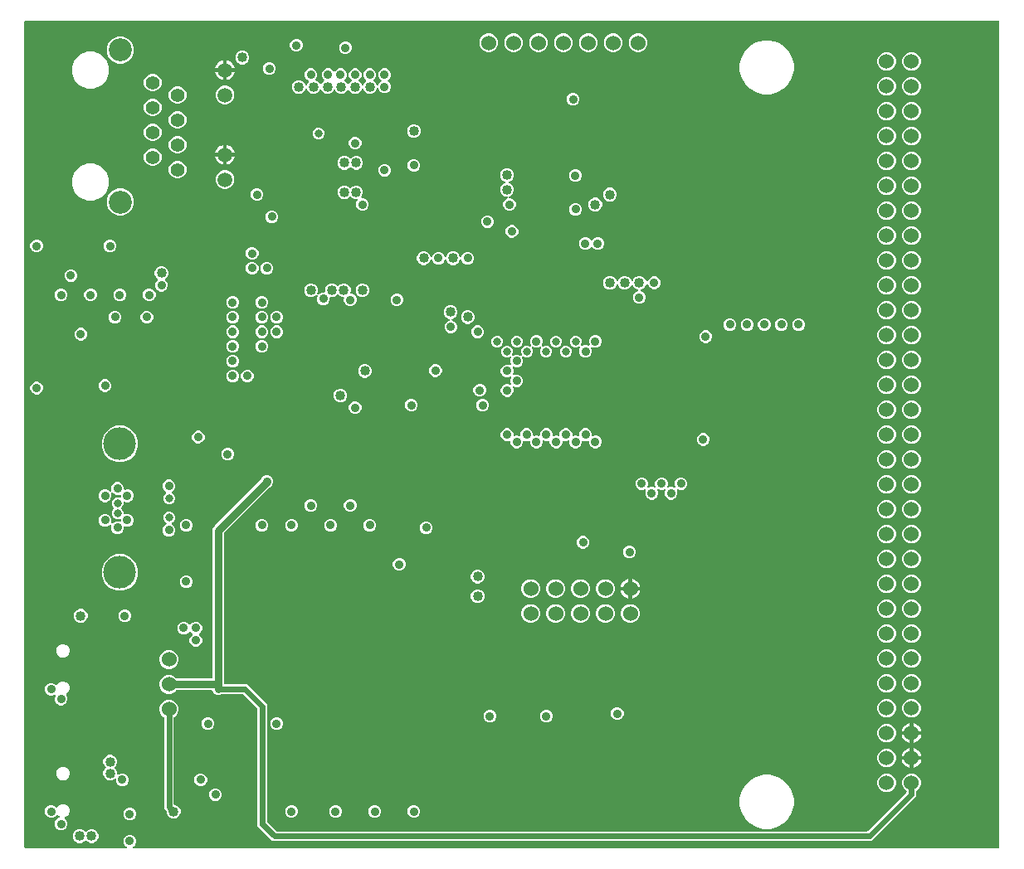
<source format=gbr>
G04 EAGLE Gerber RS-274X export*
G75*
%MOMM*%
%FSLAX34Y34*%
%LPD*%
%INCopper Layer 15*%
%IPPOS*%
%AMOC8*
5,1,8,0,0,1.08239X$1,22.5*%
G01*
%ADD10C,3.327400*%
%ADD11C,2.355000*%
%ADD12C,1.408000*%
%ADD13C,1.508000*%
%ADD14C,1.524000*%
%ADD15C,1.016000*%
%ADD16C,0.908000*%
%ADD17C,0.808000*%
%ADD18C,1.108000*%
%ADD19C,0.858000*%
%ADD20C,0.800000*%
%ADD21C,0.600000*%

G36*
X106227Y2553D02*
X106227Y2553D01*
X106314Y2556D01*
X106366Y2573D01*
X106420Y2581D01*
X106499Y2616D01*
X106582Y2643D01*
X106627Y2674D01*
X106677Y2697D01*
X106743Y2753D01*
X106815Y2802D01*
X106850Y2845D01*
X106892Y2880D01*
X106939Y2953D01*
X106994Y3020D01*
X107016Y3070D01*
X107046Y3116D01*
X107072Y3199D01*
X107106Y3279D01*
X107112Y3333D01*
X107129Y3386D01*
X107130Y3473D01*
X107140Y3559D01*
X107132Y3613D01*
X107132Y3668D01*
X107109Y3752D01*
X107095Y3837D01*
X107072Y3887D01*
X107057Y3940D01*
X107011Y4014D01*
X106974Y4092D01*
X106938Y4133D01*
X106909Y4180D01*
X106845Y4238D01*
X106787Y4303D01*
X106743Y4329D01*
X106700Y4369D01*
X106597Y4418D01*
X106524Y4463D01*
X106349Y4536D01*
X104536Y6349D01*
X103554Y8718D01*
X103554Y11282D01*
X104536Y13651D01*
X106349Y15464D01*
X108718Y16446D01*
X111282Y16446D01*
X113651Y15464D01*
X115464Y13651D01*
X116446Y11282D01*
X116446Y8718D01*
X115464Y6349D01*
X113651Y4536D01*
X113476Y4463D01*
X113402Y4419D01*
X113323Y4383D01*
X113281Y4348D01*
X113234Y4320D01*
X113174Y4256D01*
X113108Y4200D01*
X113078Y4154D01*
X113041Y4114D01*
X113001Y4037D01*
X112954Y3964D01*
X112938Y3911D01*
X112913Y3862D01*
X112897Y3777D01*
X112871Y3694D01*
X112871Y3639D01*
X112861Y3585D01*
X112869Y3499D01*
X112868Y3412D01*
X112882Y3359D01*
X112888Y3305D01*
X112920Y3224D01*
X112943Y3140D01*
X112972Y3094D01*
X112992Y3043D01*
X113045Y2974D01*
X113091Y2900D01*
X113132Y2864D01*
X113166Y2820D01*
X113236Y2770D01*
X113300Y2711D01*
X113350Y2687D01*
X113394Y2655D01*
X113476Y2626D01*
X113554Y2588D01*
X113605Y2580D01*
X113660Y2561D01*
X113774Y2554D01*
X113859Y2541D01*
X996460Y2541D01*
X996524Y2550D01*
X996588Y2549D01*
X996663Y2570D01*
X996739Y2581D01*
X996798Y2607D01*
X996860Y2624D01*
X996926Y2665D01*
X996996Y2697D01*
X997045Y2739D01*
X997100Y2772D01*
X997152Y2830D01*
X997210Y2880D01*
X997246Y2934D01*
X997289Y2982D01*
X997322Y3051D01*
X997365Y3116D01*
X997384Y3178D01*
X997412Y3235D01*
X997423Y3305D01*
X997447Y3386D01*
X997448Y3471D01*
X997459Y3540D01*
X997459Y846460D01*
X997450Y846524D01*
X997451Y846588D01*
X997430Y846663D01*
X997419Y846739D01*
X997393Y846798D01*
X997376Y846860D01*
X997335Y846926D01*
X997303Y846996D01*
X997261Y847045D01*
X997228Y847100D01*
X997170Y847152D01*
X997120Y847210D01*
X997066Y847246D01*
X997018Y847289D01*
X996949Y847322D01*
X996884Y847365D01*
X996822Y847384D01*
X996765Y847412D01*
X996695Y847423D01*
X996614Y847447D01*
X996529Y847448D01*
X996460Y847459D01*
X3540Y847459D01*
X3476Y847450D01*
X3412Y847451D01*
X3337Y847430D01*
X3261Y847419D01*
X3202Y847393D01*
X3140Y847376D01*
X3074Y847335D01*
X3004Y847303D01*
X2955Y847261D01*
X2900Y847228D01*
X2848Y847170D01*
X2790Y847120D01*
X2754Y847066D01*
X2711Y847018D01*
X2678Y846949D01*
X2635Y846884D01*
X2616Y846822D01*
X2588Y846765D01*
X2577Y846695D01*
X2553Y846614D01*
X2552Y846529D01*
X2541Y846460D01*
X2541Y3540D01*
X2550Y3476D01*
X2549Y3412D01*
X2570Y3337D01*
X2581Y3261D01*
X2607Y3202D01*
X2624Y3140D01*
X2665Y3074D01*
X2697Y3004D01*
X2739Y2955D01*
X2772Y2900D01*
X2830Y2848D01*
X2880Y2790D01*
X2934Y2754D01*
X2982Y2711D01*
X3051Y2678D01*
X3116Y2635D01*
X3178Y2616D01*
X3235Y2588D01*
X3305Y2577D01*
X3386Y2553D01*
X3471Y2552D01*
X3540Y2541D01*
X106141Y2541D01*
X106227Y2553D01*
G37*
%LPC*%
G36*
X255468Y10094D02*
X255468Y10094D01*
X240094Y25468D01*
X240094Y145054D01*
X240081Y145149D01*
X240076Y145245D01*
X240061Y145288D01*
X240054Y145333D01*
X240015Y145421D01*
X239983Y145512D01*
X239958Y145546D01*
X239938Y145590D01*
X239855Y145688D01*
X239802Y145761D01*
X225761Y159802D01*
X225684Y159859D01*
X225612Y159924D01*
X225571Y159944D01*
X225535Y159971D01*
X225445Y160005D01*
X225359Y160047D01*
X225317Y160053D01*
X225271Y160070D01*
X225144Y160080D01*
X225054Y160094D01*
X203788Y160094D01*
X203746Y160088D01*
X203705Y160091D01*
X203621Y160071D01*
X203508Y160054D01*
X203455Y160030D01*
X203405Y160018D01*
X201175Y159094D01*
X198825Y159094D01*
X196655Y159993D01*
X194993Y161655D01*
X194238Y163477D01*
X194234Y163486D01*
X194231Y163495D01*
X194162Y163607D01*
X194095Y163720D01*
X194088Y163727D01*
X194083Y163735D01*
X193985Y163823D01*
X193889Y163913D01*
X193881Y163917D01*
X193874Y163924D01*
X193755Y163981D01*
X193638Y164041D01*
X193628Y164043D01*
X193620Y164047D01*
X193544Y164059D01*
X193360Y164093D01*
X193337Y164091D01*
X193315Y164094D01*
X157980Y164094D01*
X157884Y164081D01*
X157788Y164076D01*
X157745Y164061D01*
X157700Y164054D01*
X157613Y164015D01*
X157522Y163983D01*
X157488Y163958D01*
X157443Y163938D01*
X157346Y163855D01*
X157273Y163802D01*
X155396Y161924D01*
X151895Y160474D01*
X148105Y160474D01*
X144604Y161925D01*
X141925Y164604D01*
X140474Y168105D01*
X140474Y171895D01*
X141925Y175396D01*
X144604Y178075D01*
X148105Y179526D01*
X151895Y179526D01*
X155396Y178076D01*
X157273Y176198D01*
X157350Y176141D01*
X157421Y176076D01*
X157462Y176056D01*
X157499Y176029D01*
X157588Y175995D01*
X157675Y175953D01*
X157717Y175947D01*
X157762Y175930D01*
X157890Y175920D01*
X157980Y175906D01*
X193095Y175906D01*
X193159Y175915D01*
X193223Y175914D01*
X193298Y175935D01*
X193374Y175946D01*
X193433Y175972D01*
X193495Y175989D01*
X193561Y176030D01*
X193631Y176062D01*
X193680Y176104D01*
X193735Y176137D01*
X193787Y176195D01*
X193845Y176245D01*
X193881Y176299D01*
X193924Y176347D01*
X193957Y176416D01*
X194000Y176481D01*
X194019Y176543D01*
X194047Y176600D01*
X194058Y176670D01*
X194082Y176751D01*
X194083Y176836D01*
X194094Y176905D01*
X194094Y328073D01*
X194993Y330243D01*
X196795Y332045D01*
X243855Y379105D01*
X243880Y379138D01*
X243911Y379166D01*
X243956Y379240D01*
X244024Y379331D01*
X244045Y379386D01*
X244072Y379429D01*
X244536Y380549D01*
X246349Y382362D01*
X248718Y383344D01*
X251282Y383344D01*
X253651Y382362D01*
X255464Y380549D01*
X256446Y378180D01*
X256446Y375616D01*
X255464Y373247D01*
X253651Y371434D01*
X252531Y370970D01*
X252495Y370948D01*
X252456Y370935D01*
X252386Y370884D01*
X252288Y370826D01*
X252248Y370783D01*
X252207Y370753D01*
X206198Y324744D01*
X206141Y324668D01*
X206076Y324596D01*
X206056Y324555D01*
X206029Y324519D01*
X205995Y324429D01*
X205953Y324342D01*
X205947Y324300D01*
X205930Y324255D01*
X205920Y324127D01*
X205906Y324038D01*
X205906Y170905D01*
X205915Y170841D01*
X205914Y170777D01*
X205935Y170702D01*
X205946Y170626D01*
X205972Y170567D01*
X205989Y170505D01*
X206030Y170439D01*
X206062Y170369D01*
X206104Y170320D01*
X206137Y170265D01*
X206195Y170213D01*
X206245Y170155D01*
X206299Y170119D01*
X206347Y170076D01*
X206416Y170043D01*
X206481Y170000D01*
X206543Y169981D01*
X206600Y169953D01*
X206670Y169942D01*
X206751Y169918D01*
X206836Y169917D01*
X206905Y169906D01*
X229532Y169906D01*
X249906Y149532D01*
X249906Y29946D01*
X249919Y29851D01*
X249924Y29755D01*
X249939Y29712D01*
X249946Y29667D01*
X249985Y29579D01*
X250017Y29488D01*
X250042Y29454D01*
X250062Y29410D01*
X250145Y29312D01*
X250198Y29239D01*
X259239Y20198D01*
X259316Y20141D01*
X259388Y20076D01*
X259429Y20056D01*
X259465Y20029D01*
X259555Y19995D01*
X259641Y19953D01*
X259683Y19947D01*
X259729Y19930D01*
X259856Y19920D01*
X259946Y19906D01*
X862354Y19906D01*
X862449Y19919D01*
X862545Y19924D01*
X862588Y19939D01*
X862633Y19946D01*
X862721Y19985D01*
X862812Y20017D01*
X862846Y20042D01*
X862890Y20062D01*
X862988Y20145D01*
X863061Y20198D01*
X902502Y59639D01*
X902559Y59716D01*
X902624Y59788D01*
X902644Y59829D01*
X902671Y59865D01*
X902705Y59955D01*
X902747Y60041D01*
X902753Y60083D01*
X902770Y60129D01*
X902780Y60256D01*
X902794Y60346D01*
X902794Y60454D01*
X902793Y60463D01*
X902794Y60473D01*
X902773Y60603D01*
X902754Y60733D01*
X902750Y60742D01*
X902749Y60751D01*
X902692Y60870D01*
X902638Y60990D01*
X902632Y60997D01*
X902628Y61006D01*
X902540Y61104D01*
X902455Y61204D01*
X902447Y61210D01*
X902440Y61217D01*
X902374Y61257D01*
X902366Y61262D01*
X899625Y64004D01*
X898174Y67505D01*
X898174Y71295D01*
X899625Y74796D01*
X902304Y77475D01*
X905805Y78926D01*
X909595Y78926D01*
X913096Y77475D01*
X915775Y74796D01*
X917226Y71295D01*
X917226Y67505D01*
X915775Y64004D01*
X913041Y61270D01*
X912980Y61234D01*
X912973Y61227D01*
X912965Y61221D01*
X912877Y61124D01*
X912787Y61028D01*
X912783Y61019D01*
X912776Y61012D01*
X912719Y60893D01*
X912659Y60777D01*
X912658Y60767D01*
X912653Y60758D01*
X912641Y60682D01*
X912607Y60499D01*
X912609Y60475D01*
X912606Y60454D01*
X912606Y55868D01*
X866832Y10094D01*
X255468Y10094D01*
G37*
%LPD*%
%LPC*%
G36*
X756374Y772459D02*
X756374Y772459D01*
X749370Y774336D01*
X743090Y777962D01*
X737962Y783090D01*
X734336Y789370D01*
X732459Y796374D01*
X732459Y803626D01*
X734336Y810630D01*
X737962Y816910D01*
X743090Y822038D01*
X749370Y825664D01*
X756374Y827541D01*
X763626Y827541D01*
X770630Y825664D01*
X776910Y822038D01*
X782038Y816910D01*
X785664Y810630D01*
X787541Y803626D01*
X787541Y796374D01*
X785664Y789370D01*
X782038Y783090D01*
X776910Y777962D01*
X770630Y774336D01*
X763626Y772459D01*
X756374Y772459D01*
G37*
%LPD*%
%LPC*%
G36*
X756374Y22459D02*
X756374Y22459D01*
X749370Y24336D01*
X743090Y27962D01*
X737962Y33090D01*
X734336Y39370D01*
X732459Y46374D01*
X732459Y53626D01*
X734336Y60630D01*
X737962Y66910D01*
X743090Y72038D01*
X749370Y75664D01*
X756374Y77541D01*
X763626Y77541D01*
X770630Y75664D01*
X776910Y72038D01*
X782038Y66910D01*
X785664Y60630D01*
X787541Y53626D01*
X787541Y46374D01*
X785664Y39370D01*
X782038Y33090D01*
X776910Y27962D01*
X770630Y24336D01*
X763626Y22459D01*
X756374Y22459D01*
G37*
%LPD*%
%LPC*%
G36*
X324643Y773013D02*
X324643Y773013D01*
X322075Y774077D01*
X320110Y776042D01*
X319801Y776787D01*
X319785Y776815D01*
X319775Y776846D01*
X319713Y776936D01*
X319658Y777030D01*
X319634Y777052D01*
X319616Y777079D01*
X319532Y777148D01*
X319452Y777223D01*
X319423Y777238D01*
X319398Y777258D01*
X319298Y777301D01*
X319201Y777351D01*
X319169Y777357D01*
X319139Y777370D01*
X319031Y777383D01*
X318923Y777403D01*
X318891Y777400D01*
X318859Y777404D01*
X318752Y777387D01*
X318643Y777376D01*
X318613Y777364D01*
X318581Y777359D01*
X318482Y777312D01*
X318381Y777272D01*
X318355Y777252D01*
X318326Y777238D01*
X318245Y777166D01*
X318158Y777098D01*
X318140Y777072D01*
X318115Y777051D01*
X318068Y776973D01*
X317993Y776870D01*
X317977Y776824D01*
X317955Y776788D01*
X317700Y776173D01*
X315735Y774208D01*
X313168Y773144D01*
X310389Y773144D01*
X307821Y774208D01*
X305856Y776173D01*
X305589Y776817D01*
X305573Y776844D01*
X305563Y776875D01*
X305501Y776965D01*
X305446Y777059D01*
X305422Y777081D01*
X305404Y777108D01*
X305320Y777177D01*
X305240Y777252D01*
X305211Y777267D01*
X305186Y777287D01*
X305086Y777331D01*
X304988Y777380D01*
X304957Y777386D01*
X304927Y777399D01*
X304819Y777412D01*
X304711Y777432D01*
X304679Y777429D01*
X304647Y777433D01*
X304539Y777416D01*
X304431Y777405D01*
X304401Y777393D01*
X304369Y777388D01*
X304270Y777341D01*
X304169Y777301D01*
X304143Y777281D01*
X304114Y777267D01*
X304032Y777195D01*
X303946Y777127D01*
X303927Y777101D01*
X303903Y777080D01*
X303856Y777003D01*
X303781Y776899D01*
X303765Y776853D01*
X303743Y776817D01*
X303422Y776043D01*
X301457Y774078D01*
X298890Y773014D01*
X296110Y773014D01*
X293543Y774078D01*
X291578Y776043D01*
X290923Y777623D01*
X290907Y777651D01*
X290897Y777682D01*
X290835Y777772D01*
X290780Y777866D01*
X290756Y777888D01*
X290738Y777915D01*
X290654Y777984D01*
X290574Y778059D01*
X290545Y778073D01*
X290520Y778094D01*
X290420Y778137D01*
X290322Y778187D01*
X290291Y778193D01*
X290261Y778205D01*
X290153Y778219D01*
X290045Y778239D01*
X290013Y778236D01*
X289981Y778240D01*
X289873Y778222D01*
X289765Y778212D01*
X289735Y778200D01*
X289703Y778195D01*
X289604Y778148D01*
X289503Y778108D01*
X289477Y778088D01*
X289448Y778074D01*
X289366Y778001D01*
X289280Y777934D01*
X289261Y777908D01*
X289237Y777886D01*
X289190Y777809D01*
X289115Y777705D01*
X289099Y777660D01*
X289077Y777623D01*
X288422Y776043D01*
X286457Y774078D01*
X283890Y773014D01*
X281110Y773014D01*
X278543Y774078D01*
X276578Y776043D01*
X275514Y778610D01*
X275514Y781390D01*
X276578Y783957D01*
X278543Y785922D01*
X281110Y786986D01*
X283890Y786986D01*
X286457Y785922D01*
X288422Y783957D01*
X289077Y782377D01*
X289093Y782349D01*
X289103Y782318D01*
X289165Y782228D01*
X289220Y782134D01*
X289244Y782112D01*
X289262Y782085D01*
X289347Y782016D01*
X289426Y781941D01*
X289455Y781927D01*
X289480Y781906D01*
X289580Y781863D01*
X289678Y781813D01*
X289709Y781807D01*
X289739Y781795D01*
X289847Y781781D01*
X289955Y781761D01*
X289987Y781764D01*
X290019Y781760D01*
X290127Y781778D01*
X290235Y781788D01*
X290265Y781800D01*
X290297Y781805D01*
X290396Y781852D01*
X290497Y781893D01*
X290523Y781912D01*
X290552Y781926D01*
X290634Y781999D01*
X290720Y782066D01*
X290739Y782092D01*
X290763Y782114D01*
X290810Y782191D01*
X290885Y782295D01*
X290901Y782340D01*
X290923Y782377D01*
X291578Y783957D01*
X292630Y785009D01*
X292701Y785104D01*
X292777Y785196D01*
X292786Y785217D01*
X292799Y785235D01*
X292841Y785346D01*
X292888Y785455D01*
X292891Y785477D01*
X292899Y785499D01*
X292908Y785617D01*
X292923Y785735D01*
X292919Y785757D01*
X292921Y785780D01*
X292896Y785896D01*
X292878Y786013D01*
X292868Y786034D01*
X292863Y786056D01*
X292807Y786161D01*
X292756Y786268D01*
X292741Y786285D01*
X292731Y786305D01*
X292648Y786390D01*
X292569Y786479D01*
X292551Y786490D01*
X292534Y786507D01*
X292372Y786599D01*
X292306Y786639D01*
X291349Y787036D01*
X289536Y788849D01*
X288554Y791218D01*
X288554Y793782D01*
X289536Y796151D01*
X291349Y797964D01*
X293718Y798946D01*
X296282Y798946D01*
X298651Y797964D01*
X300464Y796151D01*
X301446Y793782D01*
X301446Y791218D01*
X300464Y788849D01*
X299743Y788128D01*
X299672Y788033D01*
X299597Y787941D01*
X299588Y787920D01*
X299574Y787902D01*
X299532Y787791D01*
X299485Y787682D01*
X299483Y787660D01*
X299474Y787638D01*
X299465Y787520D01*
X299451Y787402D01*
X299454Y787380D01*
X299453Y787357D01*
X299477Y787241D01*
X299496Y787124D01*
X299506Y787103D01*
X299510Y787081D01*
X299566Y786976D01*
X299617Y786869D01*
X299632Y786852D01*
X299643Y786832D01*
X299725Y786747D01*
X299804Y786658D01*
X299823Y786647D01*
X299839Y786630D01*
X300002Y786538D01*
X300067Y786498D01*
X301457Y785922D01*
X303422Y783957D01*
X303689Y783313D01*
X303705Y783285D01*
X303715Y783255D01*
X303777Y783164D01*
X303833Y783070D01*
X303856Y783048D01*
X303874Y783022D01*
X303958Y782952D01*
X304038Y782878D01*
X304067Y782863D01*
X304092Y782842D01*
X304192Y782799D01*
X304290Y782750D01*
X304321Y782744D01*
X304351Y782731D01*
X304459Y782718D01*
X304567Y782697D01*
X304599Y782700D01*
X304631Y782696D01*
X304739Y782714D01*
X304848Y782724D01*
X304878Y782736D01*
X304909Y782742D01*
X305008Y782788D01*
X305110Y782829D01*
X305135Y782849D01*
X305164Y782863D01*
X305246Y782935D01*
X305332Y783002D01*
X305351Y783029D01*
X305375Y783050D01*
X305422Y783127D01*
X305497Y783231D01*
X305513Y783277D01*
X305535Y783313D01*
X305856Y784087D01*
X307821Y786052D01*
X307862Y786069D01*
X307964Y786129D01*
X308068Y786185D01*
X308085Y786201D01*
X308104Y786212D01*
X308186Y786299D01*
X308270Y786382D01*
X308282Y786402D01*
X308297Y786418D01*
X308351Y786524D01*
X308409Y786627D01*
X308415Y786649D01*
X308425Y786670D01*
X308447Y786786D01*
X308474Y786902D01*
X308473Y786924D01*
X308477Y786947D01*
X308466Y787065D01*
X308460Y787183D01*
X308452Y787205D01*
X308450Y787227D01*
X308406Y787338D01*
X308367Y787450D01*
X308355Y787467D01*
X308346Y787489D01*
X308231Y787636D01*
X308186Y787699D01*
X307036Y788849D01*
X306054Y791218D01*
X306054Y793782D01*
X307036Y796151D01*
X308849Y797964D01*
X311218Y798946D01*
X313782Y798946D01*
X316151Y797964D01*
X318043Y796072D01*
X318095Y796034D01*
X318140Y795988D01*
X318207Y795949D01*
X318269Y795903D01*
X318329Y795880D01*
X318385Y795849D01*
X318460Y795831D01*
X318533Y795803D01*
X318597Y795798D01*
X318659Y795784D01*
X318737Y795788D01*
X318814Y795782D01*
X318877Y795795D01*
X318941Y795798D01*
X319014Y795823D01*
X319090Y795839D01*
X319147Y795869D01*
X319208Y795890D01*
X319264Y795932D01*
X319339Y795972D01*
X319400Y796031D01*
X319457Y796072D01*
X321349Y797964D01*
X323718Y798946D01*
X326282Y798946D01*
X328651Y797964D01*
X330464Y796151D01*
X331446Y793782D01*
X331446Y791218D01*
X330464Y788849D01*
X329313Y787697D01*
X329241Y787602D01*
X329166Y787511D01*
X329157Y787490D01*
X329143Y787471D01*
X329102Y787361D01*
X329055Y787251D01*
X329052Y787229D01*
X329044Y787207D01*
X329035Y787089D01*
X329020Y786972D01*
X329024Y786949D01*
X329022Y786926D01*
X329046Y786810D01*
X329065Y786693D01*
X329075Y786673D01*
X329080Y786650D01*
X329135Y786545D01*
X329186Y786438D01*
X329201Y786421D01*
X329212Y786401D01*
X329295Y786316D01*
X329374Y786228D01*
X329392Y786216D01*
X329409Y786199D01*
X329571Y786107D01*
X329637Y786067D01*
X329990Y785921D01*
X331955Y783956D01*
X332093Y783623D01*
X332109Y783595D01*
X332119Y783564D01*
X332181Y783474D01*
X332236Y783380D01*
X332260Y783358D01*
X332278Y783331D01*
X332362Y783262D01*
X332442Y783187D01*
X332471Y783172D01*
X332496Y783152D01*
X332596Y783109D01*
X332694Y783059D01*
X332725Y783053D01*
X332755Y783040D01*
X332863Y783027D01*
X332971Y783007D01*
X333003Y783010D01*
X333035Y783006D01*
X333143Y783023D01*
X333251Y783034D01*
X333281Y783046D01*
X333313Y783051D01*
X333412Y783098D01*
X333513Y783138D01*
X333539Y783158D01*
X333568Y783172D01*
X333650Y783245D01*
X333736Y783312D01*
X333755Y783338D01*
X333779Y783359D01*
X333826Y783437D01*
X333901Y783540D01*
X333917Y783586D01*
X333939Y783623D01*
X334078Y783957D01*
X336046Y785925D01*
X336084Y785977D01*
X336131Y786022D01*
X336169Y786089D01*
X336215Y786151D01*
X336238Y786211D01*
X336270Y786267D01*
X336287Y786342D01*
X336315Y786415D01*
X336320Y786479D01*
X336335Y786541D01*
X336331Y786619D01*
X336337Y786696D01*
X336323Y786759D01*
X336320Y786823D01*
X336295Y786896D01*
X336279Y786972D01*
X336249Y787029D01*
X336228Y787089D01*
X336186Y787146D01*
X336146Y787221D01*
X336087Y787282D01*
X336046Y787338D01*
X334536Y788849D01*
X333554Y791218D01*
X333554Y793782D01*
X334536Y796151D01*
X336349Y797964D01*
X338718Y798946D01*
X341282Y798946D01*
X343651Y797964D01*
X345464Y796151D01*
X346446Y793782D01*
X346446Y791218D01*
X345464Y788849D01*
X343954Y787338D01*
X343916Y787287D01*
X343869Y787242D01*
X343831Y787175D01*
X343785Y787113D01*
X343762Y787053D01*
X343730Y786997D01*
X343713Y786921D01*
X343685Y786849D01*
X343680Y786785D01*
X343665Y786722D01*
X343669Y786645D01*
X343663Y786568D01*
X343677Y786505D01*
X343680Y786441D01*
X343705Y786368D01*
X343721Y786292D01*
X343751Y786235D01*
X343772Y786174D01*
X343814Y786118D01*
X343854Y786043D01*
X343913Y785982D01*
X343954Y785925D01*
X345922Y783957D01*
X346577Y782377D01*
X346593Y782349D01*
X346603Y782318D01*
X346665Y782228D01*
X346720Y782134D01*
X346744Y782112D01*
X346762Y782085D01*
X346847Y782016D01*
X346926Y781941D01*
X346955Y781927D01*
X346980Y781906D01*
X347080Y781863D01*
X347178Y781813D01*
X347209Y781807D01*
X347239Y781795D01*
X347347Y781781D01*
X347455Y781761D01*
X347487Y781764D01*
X347519Y781760D01*
X347627Y781778D01*
X347735Y781788D01*
X347765Y781800D01*
X347797Y781805D01*
X347896Y781852D01*
X347997Y781893D01*
X348023Y781912D01*
X348052Y781926D01*
X348134Y781999D01*
X348220Y782066D01*
X348239Y782092D01*
X348263Y782114D01*
X348310Y782191D01*
X348385Y782295D01*
X348401Y782340D01*
X348423Y782377D01*
X349078Y783957D01*
X351046Y785925D01*
X351084Y785977D01*
X351131Y786022D01*
X351169Y786089D01*
X351215Y786151D01*
X351238Y786211D01*
X351270Y786267D01*
X351287Y786342D01*
X351315Y786415D01*
X351320Y786479D01*
X351335Y786541D01*
X351331Y786619D01*
X351337Y786696D01*
X351323Y786759D01*
X351320Y786823D01*
X351295Y786896D01*
X351279Y786972D01*
X351249Y787029D01*
X351228Y787089D01*
X351186Y787146D01*
X351146Y787221D01*
X351087Y787282D01*
X351046Y787338D01*
X349536Y788849D01*
X348554Y791218D01*
X348554Y793782D01*
X349536Y796151D01*
X351349Y797964D01*
X353718Y798946D01*
X356282Y798946D01*
X358651Y797964D01*
X360464Y796151D01*
X361446Y793782D01*
X361446Y791218D01*
X360464Y788849D01*
X358954Y787338D01*
X358916Y787287D01*
X358869Y787242D01*
X358831Y787175D01*
X358785Y787113D01*
X358762Y787053D01*
X358730Y786997D01*
X358713Y786921D01*
X358685Y786849D01*
X358680Y786785D01*
X358665Y786722D01*
X358669Y786645D01*
X358663Y786568D01*
X358677Y786505D01*
X358680Y786441D01*
X358705Y786368D01*
X358721Y786292D01*
X358751Y786235D01*
X358772Y786174D01*
X358814Y786118D01*
X358854Y786043D01*
X358913Y785982D01*
X358954Y785925D01*
X360922Y783957D01*
X361869Y781671D01*
X361885Y781644D01*
X361895Y781613D01*
X361957Y781522D01*
X362013Y781429D01*
X362036Y781406D01*
X362054Y781380D01*
X362139Y781310D01*
X362218Y781236D01*
X362247Y781221D01*
X362272Y781200D01*
X362372Y781157D01*
X362470Y781108D01*
X362502Y781102D01*
X362531Y781089D01*
X362639Y781076D01*
X362747Y781055D01*
X362779Y781058D01*
X362811Y781055D01*
X362919Y781072D01*
X363028Y781082D01*
X363058Y781094D01*
X363089Y781100D01*
X363188Y781147D01*
X363290Y781187D01*
X363315Y781207D01*
X363344Y781221D01*
X363426Y781293D01*
X363512Y781360D01*
X363531Y781387D01*
X363555Y781408D01*
X363602Y781485D01*
X363677Y781589D01*
X363693Y781635D01*
X363715Y781671D01*
X364536Y783651D01*
X366428Y785543D01*
X366466Y785595D01*
X366512Y785640D01*
X366551Y785707D01*
X366597Y785769D01*
X366620Y785829D01*
X366651Y785885D01*
X366669Y785960D01*
X366697Y786033D01*
X366702Y786097D01*
X366716Y786159D01*
X366712Y786237D01*
X366718Y786314D01*
X366705Y786377D01*
X366702Y786441D01*
X366677Y786514D01*
X366661Y786590D01*
X366631Y786647D01*
X366610Y786708D01*
X366568Y786764D01*
X366528Y786839D01*
X366469Y786900D01*
X366428Y786957D01*
X364536Y788849D01*
X363554Y791218D01*
X363554Y793782D01*
X364536Y796151D01*
X366349Y797964D01*
X368718Y798946D01*
X371282Y798946D01*
X373651Y797964D01*
X375464Y796151D01*
X376446Y793782D01*
X376446Y791218D01*
X375464Y788849D01*
X373572Y786957D01*
X373534Y786905D01*
X373488Y786860D01*
X373449Y786793D01*
X373403Y786731D01*
X373380Y786671D01*
X373349Y786615D01*
X373331Y786540D01*
X373303Y786467D01*
X373298Y786403D01*
X373284Y786340D01*
X373288Y786263D01*
X373282Y786186D01*
X373295Y786123D01*
X373298Y786059D01*
X373323Y785986D01*
X373339Y785910D01*
X373369Y785853D01*
X373390Y785792D01*
X373432Y785736D01*
X373472Y785661D01*
X373531Y785600D01*
X373572Y785543D01*
X375464Y783651D01*
X376446Y781282D01*
X376446Y778718D01*
X375464Y776349D01*
X373651Y774536D01*
X371282Y773554D01*
X368718Y773554D01*
X366349Y774536D01*
X364536Y776349D01*
X363715Y778329D01*
X363699Y778357D01*
X363689Y778387D01*
X363628Y778477D01*
X363572Y778572D01*
X363548Y778594D01*
X363530Y778620D01*
X363446Y778690D01*
X363366Y778764D01*
X363337Y778779D01*
X363312Y778800D01*
X363212Y778843D01*
X363115Y778892D01*
X363083Y778898D01*
X363053Y778911D01*
X362945Y778924D01*
X362838Y778945D01*
X362805Y778942D01*
X362773Y778945D01*
X362666Y778928D01*
X362557Y778918D01*
X362527Y778906D01*
X362495Y778900D01*
X362396Y778853D01*
X362295Y778813D01*
X362269Y778793D01*
X362240Y778779D01*
X362159Y778707D01*
X362072Y778640D01*
X362054Y778613D01*
X362030Y778592D01*
X361982Y778515D01*
X361907Y778411D01*
X361891Y778365D01*
X361869Y778329D01*
X360922Y776043D01*
X358957Y774078D01*
X356390Y773014D01*
X353610Y773014D01*
X351043Y774078D01*
X349078Y776043D01*
X348423Y777623D01*
X348407Y777651D01*
X348397Y777682D01*
X348335Y777772D01*
X348280Y777866D01*
X348256Y777888D01*
X348238Y777915D01*
X348154Y777984D01*
X348074Y778059D01*
X348045Y778073D01*
X348020Y778094D01*
X347920Y778137D01*
X347822Y778187D01*
X347791Y778193D01*
X347761Y778205D01*
X347653Y778219D01*
X347545Y778239D01*
X347513Y778236D01*
X347481Y778240D01*
X347373Y778222D01*
X347265Y778212D01*
X347235Y778200D01*
X347203Y778195D01*
X347104Y778148D01*
X347003Y778108D01*
X346977Y778088D01*
X346948Y778074D01*
X346866Y778001D01*
X346780Y777934D01*
X346761Y777908D01*
X346737Y777886D01*
X346690Y777809D01*
X346615Y777705D01*
X346599Y777660D01*
X346577Y777623D01*
X345922Y776043D01*
X343957Y774078D01*
X341390Y773014D01*
X338610Y773014D01*
X336043Y774078D01*
X334078Y776043D01*
X333940Y776376D01*
X333923Y776404D01*
X333913Y776435D01*
X333852Y776525D01*
X333796Y776619D01*
X333773Y776641D01*
X333754Y776668D01*
X333670Y776737D01*
X333590Y776812D01*
X333562Y776827D01*
X333537Y776847D01*
X333436Y776890D01*
X333339Y776940D01*
X333307Y776946D01*
X333278Y776958D01*
X333169Y776972D01*
X333062Y776992D01*
X333030Y776989D01*
X332998Y776993D01*
X332890Y776976D01*
X332781Y776965D01*
X332751Y776953D01*
X332719Y776948D01*
X332620Y776901D01*
X332519Y776861D01*
X332494Y776841D01*
X332465Y776827D01*
X332383Y776754D01*
X332297Y776687D01*
X332278Y776661D01*
X332254Y776639D01*
X332207Y776562D01*
X332132Y776458D01*
X332115Y776413D01*
X332104Y776395D01*
X332098Y776384D01*
X332097Y776383D01*
X332093Y776376D01*
X331955Y776042D01*
X329990Y774077D01*
X327422Y773013D01*
X324643Y773013D01*
G37*
%LPD*%
%LPC*%
G36*
X153610Y33014D02*
X153610Y33014D01*
X151043Y34078D01*
X149078Y36043D01*
X148014Y38610D01*
X148014Y39634D01*
X148001Y39729D01*
X147996Y39825D01*
X147981Y39868D01*
X147974Y39913D01*
X147935Y40001D01*
X147903Y40092D01*
X147878Y40126D01*
X147858Y40170D01*
X147775Y40268D01*
X147722Y40341D01*
X145094Y42968D01*
X145094Y135654D01*
X145093Y135663D01*
X145094Y135672D01*
X145073Y135801D01*
X145054Y135933D01*
X145051Y135942D01*
X145049Y135951D01*
X144993Y136070D01*
X144938Y136190D01*
X144932Y136197D01*
X144928Y136206D01*
X144840Y136304D01*
X144755Y136404D01*
X144747Y136409D01*
X144741Y136416D01*
X144675Y136456D01*
X144667Y136462D01*
X141925Y139204D01*
X140474Y142705D01*
X140474Y146495D01*
X141925Y149996D01*
X144604Y152675D01*
X148105Y154126D01*
X151895Y154126D01*
X155396Y152675D01*
X158075Y149996D01*
X159526Y146495D01*
X159526Y142705D01*
X158075Y139204D01*
X155341Y136469D01*
X155280Y136433D01*
X155273Y136426D01*
X155265Y136421D01*
X155177Y136324D01*
X155087Y136228D01*
X155083Y136219D01*
X155076Y136212D01*
X155019Y136094D01*
X154959Y135976D01*
X154957Y135967D01*
X154953Y135958D01*
X154941Y135882D01*
X154907Y135699D01*
X154909Y135675D01*
X154906Y135654D01*
X154906Y47985D01*
X154915Y47921D01*
X154914Y47857D01*
X154935Y47782D01*
X154946Y47706D01*
X154972Y47647D01*
X154989Y47585D01*
X155030Y47519D01*
X155062Y47449D01*
X155104Y47400D01*
X155137Y47345D01*
X155195Y47293D01*
X155245Y47235D01*
X155299Y47199D01*
X155347Y47156D01*
X155416Y47123D01*
X155481Y47080D01*
X155543Y47061D01*
X155600Y47033D01*
X155670Y47022D01*
X155751Y46998D01*
X155836Y46997D01*
X155905Y46986D01*
X156390Y46986D01*
X158957Y45922D01*
X160922Y43957D01*
X161986Y41390D01*
X161986Y38610D01*
X160922Y36043D01*
X158957Y34078D01*
X156390Y33014D01*
X153610Y33014D01*
G37*
%LPD*%
%LPC*%
G36*
X503718Y411054D02*
X503718Y411054D01*
X501349Y412036D01*
X499536Y413849D01*
X498554Y416218D01*
X498554Y418000D01*
X498538Y418117D01*
X498526Y418235D01*
X498518Y418257D01*
X498514Y418279D01*
X498466Y418387D01*
X498422Y418497D01*
X498408Y418515D01*
X498398Y418536D01*
X498321Y418626D01*
X498248Y418720D01*
X498230Y418733D01*
X498215Y418750D01*
X498115Y418815D01*
X498019Y418885D01*
X497998Y418892D01*
X497979Y418905D01*
X497865Y418939D01*
X497754Y418979D01*
X497731Y418981D01*
X497709Y418987D01*
X497591Y418989D01*
X497472Y418996D01*
X497451Y418991D01*
X497427Y418991D01*
X497248Y418941D01*
X497173Y418923D01*
X496282Y418554D01*
X493718Y418554D01*
X491349Y419536D01*
X489536Y421349D01*
X488554Y423718D01*
X488554Y426282D01*
X489536Y428651D01*
X491349Y430464D01*
X493718Y431446D01*
X496282Y431446D01*
X498651Y430464D01*
X500464Y428651D01*
X501446Y426282D01*
X501446Y424500D01*
X501462Y424383D01*
X501474Y424265D01*
X501482Y424243D01*
X501486Y424221D01*
X501534Y424113D01*
X501578Y424003D01*
X501592Y423985D01*
X501602Y423964D01*
X501679Y423874D01*
X501752Y423780D01*
X501770Y423767D01*
X501785Y423750D01*
X501885Y423685D01*
X501981Y423615D01*
X502002Y423608D01*
X502021Y423595D01*
X502135Y423561D01*
X502246Y423521D01*
X502269Y423519D01*
X502291Y423513D01*
X502409Y423511D01*
X502528Y423504D01*
X502549Y423509D01*
X502573Y423509D01*
X502752Y423559D01*
X502827Y423577D01*
X503718Y423946D01*
X506282Y423946D01*
X507173Y423577D01*
X507287Y423547D01*
X507401Y423513D01*
X507424Y423512D01*
X507446Y423507D01*
X507564Y423511D01*
X507683Y423509D01*
X507705Y423515D01*
X507728Y423516D01*
X507840Y423553D01*
X507955Y423584D01*
X507974Y423596D01*
X507996Y423603D01*
X508094Y423670D01*
X508195Y423732D01*
X508210Y423749D01*
X508229Y423762D01*
X508304Y423854D01*
X508384Y423942D01*
X508394Y423962D01*
X508408Y423980D01*
X508455Y424089D01*
X508507Y424195D01*
X508510Y424217D01*
X508520Y424239D01*
X508542Y424424D01*
X508554Y424500D01*
X508554Y426282D01*
X509536Y428651D01*
X511349Y430464D01*
X513718Y431446D01*
X516282Y431446D01*
X518651Y430464D01*
X520464Y428651D01*
X521446Y426282D01*
X521446Y424500D01*
X521462Y424383D01*
X521474Y424265D01*
X521482Y424243D01*
X521486Y424221D01*
X521534Y424113D01*
X521578Y424003D01*
X521592Y423985D01*
X521602Y423964D01*
X521679Y423874D01*
X521752Y423780D01*
X521770Y423767D01*
X521785Y423750D01*
X521885Y423685D01*
X521981Y423615D01*
X522002Y423608D01*
X522021Y423595D01*
X522135Y423561D01*
X522246Y423521D01*
X522269Y423519D01*
X522291Y423513D01*
X522409Y423511D01*
X522528Y423504D01*
X522549Y423509D01*
X522573Y423509D01*
X522752Y423559D01*
X522827Y423577D01*
X523718Y423946D01*
X526282Y423946D01*
X527173Y423577D01*
X527287Y423547D01*
X527401Y423513D01*
X527424Y423512D01*
X527446Y423507D01*
X527564Y423511D01*
X527683Y423509D01*
X527705Y423515D01*
X527728Y423516D01*
X527840Y423553D01*
X527955Y423584D01*
X527974Y423596D01*
X527996Y423603D01*
X528094Y423670D01*
X528195Y423732D01*
X528210Y423749D01*
X528229Y423762D01*
X528304Y423854D01*
X528384Y423942D01*
X528394Y423962D01*
X528408Y423980D01*
X528455Y424089D01*
X528507Y424195D01*
X528510Y424217D01*
X528520Y424239D01*
X528542Y424424D01*
X528554Y424500D01*
X528554Y426282D01*
X529536Y428651D01*
X531349Y430464D01*
X533718Y431446D01*
X536282Y431446D01*
X538651Y430464D01*
X540464Y428651D01*
X541446Y426282D01*
X541446Y424500D01*
X541462Y424383D01*
X541474Y424265D01*
X541482Y424243D01*
X541486Y424221D01*
X541534Y424113D01*
X541578Y424003D01*
X541592Y423985D01*
X541602Y423964D01*
X541679Y423874D01*
X541752Y423780D01*
X541770Y423767D01*
X541785Y423750D01*
X541885Y423685D01*
X541981Y423615D01*
X542002Y423608D01*
X542021Y423595D01*
X542135Y423560D01*
X542246Y423521D01*
X542269Y423519D01*
X542291Y423513D01*
X542409Y423511D01*
X542528Y423504D01*
X542549Y423509D01*
X542573Y423509D01*
X542752Y423559D01*
X542827Y423577D01*
X543718Y423946D01*
X546282Y423946D01*
X547173Y423577D01*
X547288Y423547D01*
X547401Y423513D01*
X547424Y423512D01*
X547446Y423507D01*
X547564Y423511D01*
X547683Y423509D01*
X547705Y423515D01*
X547728Y423516D01*
X547840Y423553D01*
X547955Y423584D01*
X547974Y423596D01*
X547996Y423603D01*
X548094Y423670D01*
X548195Y423732D01*
X548210Y423749D01*
X548229Y423762D01*
X548304Y423854D01*
X548384Y423942D01*
X548394Y423962D01*
X548408Y423980D01*
X548455Y424089D01*
X548507Y424195D01*
X548510Y424217D01*
X548520Y424239D01*
X548542Y424424D01*
X548554Y424500D01*
X548554Y426282D01*
X549536Y428651D01*
X551349Y430464D01*
X553718Y431446D01*
X556282Y431446D01*
X558651Y430464D01*
X560464Y428651D01*
X561446Y426282D01*
X561446Y424500D01*
X561462Y424383D01*
X561474Y424265D01*
X561482Y424243D01*
X561486Y424221D01*
X561534Y424113D01*
X561578Y424003D01*
X561592Y423985D01*
X561602Y423964D01*
X561679Y423874D01*
X561752Y423780D01*
X561770Y423767D01*
X561785Y423750D01*
X561885Y423685D01*
X561981Y423615D01*
X562002Y423608D01*
X562021Y423595D01*
X562135Y423560D01*
X562246Y423521D01*
X562269Y423519D01*
X562291Y423513D01*
X562409Y423511D01*
X562528Y423504D01*
X562549Y423509D01*
X562573Y423509D01*
X562752Y423559D01*
X562827Y423577D01*
X563718Y423946D01*
X566282Y423946D01*
X567173Y423577D01*
X567288Y423547D01*
X567401Y423513D01*
X567424Y423512D01*
X567446Y423507D01*
X567564Y423511D01*
X567683Y423509D01*
X567705Y423515D01*
X567728Y423516D01*
X567840Y423553D01*
X567955Y423584D01*
X567974Y423596D01*
X567996Y423603D01*
X568094Y423670D01*
X568195Y423732D01*
X568210Y423749D01*
X568229Y423762D01*
X568304Y423854D01*
X568384Y423942D01*
X568394Y423962D01*
X568408Y423980D01*
X568455Y424089D01*
X568507Y424195D01*
X568510Y424217D01*
X568520Y424239D01*
X568542Y424424D01*
X568554Y424500D01*
X568554Y426282D01*
X569536Y428651D01*
X571349Y430464D01*
X573718Y431446D01*
X576282Y431446D01*
X578651Y430464D01*
X580464Y428651D01*
X581446Y426282D01*
X581446Y424500D01*
X581462Y424383D01*
X581474Y424265D01*
X581482Y424243D01*
X581486Y424221D01*
X581534Y424113D01*
X581578Y424003D01*
X581592Y423985D01*
X581602Y423964D01*
X581679Y423874D01*
X581752Y423780D01*
X581770Y423767D01*
X581785Y423750D01*
X581885Y423685D01*
X581981Y423615D01*
X582002Y423608D01*
X582021Y423595D01*
X582135Y423560D01*
X582246Y423521D01*
X582269Y423519D01*
X582291Y423513D01*
X582409Y423511D01*
X582528Y423504D01*
X582549Y423509D01*
X582573Y423509D01*
X582752Y423559D01*
X582827Y423577D01*
X583718Y423946D01*
X586282Y423946D01*
X588651Y422964D01*
X590464Y421151D01*
X591446Y418782D01*
X591446Y416218D01*
X590464Y413849D01*
X588651Y412036D01*
X586282Y411054D01*
X583718Y411054D01*
X581349Y412036D01*
X579536Y413849D01*
X578554Y416218D01*
X578554Y418000D01*
X578538Y418117D01*
X578526Y418235D01*
X578518Y418257D01*
X578514Y418279D01*
X578466Y418387D01*
X578422Y418497D01*
X578408Y418515D01*
X578398Y418536D01*
X578321Y418626D01*
X578248Y418720D01*
X578230Y418733D01*
X578215Y418750D01*
X578115Y418815D01*
X578019Y418885D01*
X577998Y418892D01*
X577979Y418905D01*
X577865Y418940D01*
X577754Y418979D01*
X577731Y418981D01*
X577709Y418987D01*
X577591Y418989D01*
X577472Y418996D01*
X577451Y418991D01*
X577427Y418991D01*
X577248Y418941D01*
X577173Y418923D01*
X576282Y418554D01*
X573718Y418554D01*
X572827Y418923D01*
X572712Y418953D01*
X572599Y418987D01*
X572576Y418988D01*
X572554Y418993D01*
X572436Y418989D01*
X572317Y418991D01*
X572295Y418985D01*
X572272Y418984D01*
X572160Y418947D01*
X572045Y418916D01*
X572026Y418904D01*
X572004Y418897D01*
X571906Y418830D01*
X571805Y418768D01*
X571790Y418751D01*
X571771Y418738D01*
X571696Y418646D01*
X571616Y418558D01*
X571606Y418538D01*
X571592Y418520D01*
X571545Y418411D01*
X571493Y418305D01*
X571490Y418283D01*
X571480Y418261D01*
X571458Y418076D01*
X571446Y418000D01*
X571446Y416218D01*
X570464Y413849D01*
X568651Y412036D01*
X566282Y411054D01*
X563718Y411054D01*
X561349Y412036D01*
X559536Y413849D01*
X558554Y416218D01*
X558554Y418000D01*
X558538Y418117D01*
X558526Y418235D01*
X558518Y418257D01*
X558514Y418279D01*
X558466Y418387D01*
X558422Y418497D01*
X558408Y418515D01*
X558398Y418536D01*
X558321Y418626D01*
X558248Y418720D01*
X558230Y418733D01*
X558215Y418750D01*
X558115Y418815D01*
X558019Y418885D01*
X557998Y418892D01*
X557979Y418905D01*
X557865Y418940D01*
X557754Y418979D01*
X557731Y418981D01*
X557709Y418987D01*
X557591Y418989D01*
X557472Y418996D01*
X557451Y418991D01*
X557427Y418991D01*
X557248Y418941D01*
X557173Y418923D01*
X556282Y418554D01*
X553718Y418554D01*
X552827Y418923D01*
X552712Y418953D01*
X552599Y418987D01*
X552576Y418988D01*
X552554Y418993D01*
X552436Y418989D01*
X552317Y418991D01*
X552295Y418985D01*
X552272Y418984D01*
X552160Y418947D01*
X552045Y418916D01*
X552026Y418904D01*
X552004Y418897D01*
X551906Y418830D01*
X551805Y418768D01*
X551790Y418751D01*
X551771Y418738D01*
X551696Y418646D01*
X551616Y418558D01*
X551606Y418538D01*
X551592Y418520D01*
X551545Y418411D01*
X551493Y418305D01*
X551490Y418283D01*
X551480Y418261D01*
X551458Y418076D01*
X551446Y418000D01*
X551446Y416218D01*
X550464Y413849D01*
X548651Y412036D01*
X546282Y411054D01*
X543718Y411054D01*
X541349Y412036D01*
X539536Y413849D01*
X538554Y416218D01*
X538554Y418000D01*
X538538Y418117D01*
X538526Y418235D01*
X538518Y418257D01*
X538514Y418279D01*
X538466Y418387D01*
X538422Y418497D01*
X538408Y418515D01*
X538398Y418536D01*
X538321Y418626D01*
X538248Y418720D01*
X538230Y418733D01*
X538215Y418750D01*
X538115Y418815D01*
X538019Y418885D01*
X537998Y418892D01*
X537979Y418905D01*
X537865Y418940D01*
X537754Y418979D01*
X537731Y418981D01*
X537709Y418987D01*
X537591Y418989D01*
X537472Y418996D01*
X537451Y418991D01*
X537427Y418991D01*
X537248Y418941D01*
X537173Y418923D01*
X536282Y418554D01*
X533718Y418554D01*
X532827Y418923D01*
X532712Y418953D01*
X532599Y418987D01*
X532576Y418988D01*
X532554Y418993D01*
X532436Y418989D01*
X532317Y418991D01*
X532295Y418985D01*
X532272Y418984D01*
X532160Y418947D01*
X532045Y418916D01*
X532026Y418904D01*
X532004Y418897D01*
X531906Y418830D01*
X531805Y418768D01*
X531790Y418751D01*
X531771Y418738D01*
X531696Y418646D01*
X531616Y418558D01*
X531606Y418538D01*
X531592Y418520D01*
X531545Y418411D01*
X531493Y418305D01*
X531490Y418283D01*
X531480Y418261D01*
X531458Y418076D01*
X531446Y418000D01*
X531446Y416218D01*
X530464Y413849D01*
X528651Y412036D01*
X526282Y411054D01*
X523718Y411054D01*
X521349Y412036D01*
X519536Y413849D01*
X518554Y416218D01*
X518554Y418000D01*
X518538Y418117D01*
X518526Y418235D01*
X518518Y418257D01*
X518514Y418279D01*
X518466Y418387D01*
X518422Y418497D01*
X518408Y418515D01*
X518398Y418536D01*
X518321Y418626D01*
X518248Y418720D01*
X518230Y418733D01*
X518215Y418750D01*
X518115Y418815D01*
X518019Y418885D01*
X517998Y418892D01*
X517979Y418905D01*
X517865Y418939D01*
X517754Y418979D01*
X517731Y418981D01*
X517709Y418987D01*
X517591Y418989D01*
X517472Y418996D01*
X517451Y418991D01*
X517427Y418991D01*
X517248Y418941D01*
X517173Y418923D01*
X516282Y418554D01*
X513718Y418554D01*
X512827Y418923D01*
X512713Y418953D01*
X512599Y418987D01*
X512576Y418988D01*
X512554Y418993D01*
X512436Y418989D01*
X512317Y418991D01*
X512295Y418985D01*
X512272Y418984D01*
X512160Y418947D01*
X512045Y418916D01*
X512026Y418904D01*
X512004Y418897D01*
X511906Y418830D01*
X511805Y418768D01*
X511790Y418751D01*
X511771Y418738D01*
X511696Y418646D01*
X511616Y418558D01*
X511606Y418538D01*
X511592Y418520D01*
X511545Y418411D01*
X511493Y418305D01*
X511490Y418283D01*
X511480Y418261D01*
X511458Y418076D01*
X511446Y418000D01*
X511446Y416218D01*
X510464Y413849D01*
X508651Y412036D01*
X506282Y411054D01*
X503718Y411054D01*
G37*
%LPD*%
%LPC*%
G36*
X66262Y778359D02*
X66262Y778359D01*
X59356Y781220D01*
X54070Y786506D01*
X51209Y793412D01*
X51209Y800888D01*
X54070Y807794D01*
X59356Y813080D01*
X66262Y815941D01*
X73738Y815941D01*
X80644Y813080D01*
X85930Y807794D01*
X88791Y800888D01*
X88791Y793412D01*
X85930Y786506D01*
X80644Y781220D01*
X73738Y778359D01*
X66262Y778359D01*
G37*
%LPD*%
%LPC*%
G36*
X66262Y664059D02*
X66262Y664059D01*
X59356Y666920D01*
X54070Y672206D01*
X51209Y679112D01*
X51209Y686588D01*
X54070Y693494D01*
X59356Y698780D01*
X66262Y701641D01*
X73738Y701641D01*
X80644Y698780D01*
X85930Y693494D01*
X88791Y686588D01*
X88791Y679112D01*
X85930Y672206D01*
X80644Y666920D01*
X73738Y664059D01*
X66262Y664059D01*
G37*
%LPD*%
%LPC*%
G36*
X96312Y265798D02*
X96312Y265798D01*
X89496Y268621D01*
X84280Y273837D01*
X81457Y280653D01*
X81457Y288029D01*
X84280Y294845D01*
X89496Y300061D01*
X96312Y302884D01*
X103688Y302884D01*
X110504Y300061D01*
X115720Y294845D01*
X118543Y288029D01*
X118543Y280653D01*
X115720Y273837D01*
X110504Y268621D01*
X103688Y265798D01*
X96312Y265798D01*
G37*
%LPD*%
%LPC*%
G36*
X96312Y397116D02*
X96312Y397116D01*
X89496Y399939D01*
X84280Y405155D01*
X81457Y411971D01*
X81457Y419347D01*
X84280Y426163D01*
X89496Y431379D01*
X96312Y434202D01*
X103688Y434202D01*
X110504Y431379D01*
X115720Y426163D01*
X118543Y419347D01*
X118543Y411971D01*
X115720Y405155D01*
X110504Y399939D01*
X103688Y397116D01*
X96312Y397116D01*
G37*
%LPD*%
%LPC*%
G36*
X493718Y463554D02*
X493718Y463554D01*
X491349Y464536D01*
X489536Y466349D01*
X488554Y468718D01*
X488554Y471282D01*
X489536Y473651D01*
X491349Y475464D01*
X493718Y476446D01*
X496282Y476446D01*
X497932Y475762D01*
X497963Y475754D01*
X497992Y475740D01*
X498100Y475719D01*
X498205Y475692D01*
X498238Y475693D01*
X498269Y475687D01*
X498378Y475698D01*
X498487Y475701D01*
X498518Y475711D01*
X498550Y475714D01*
X498652Y475755D01*
X498755Y475789D01*
X498782Y475807D01*
X498812Y475819D01*
X498898Y475886D01*
X498988Y475948D01*
X499009Y475972D01*
X499034Y475992D01*
X499098Y476081D01*
X499168Y476165D01*
X499180Y476195D01*
X499199Y476221D01*
X499236Y476324D01*
X499279Y476424D01*
X499283Y476456D01*
X499294Y476487D01*
X499300Y476596D01*
X499314Y476704D01*
X499308Y476736D01*
X499310Y476768D01*
X499289Y476856D01*
X499269Y476983D01*
X499248Y477026D01*
X499238Y477068D01*
X498554Y478718D01*
X498554Y481282D01*
X499238Y482932D01*
X499246Y482963D01*
X499260Y482992D01*
X499281Y483100D01*
X499308Y483205D01*
X499307Y483238D01*
X499313Y483269D01*
X499302Y483378D01*
X499299Y483487D01*
X499289Y483518D01*
X499286Y483550D01*
X499245Y483652D01*
X499211Y483755D01*
X499193Y483782D01*
X499181Y483812D01*
X499114Y483898D01*
X499052Y483988D01*
X499028Y484009D01*
X499008Y484034D01*
X498919Y484098D01*
X498835Y484168D01*
X498805Y484180D01*
X498779Y484199D01*
X498676Y484236D01*
X498576Y484279D01*
X498544Y484283D01*
X498513Y484294D01*
X498404Y484300D01*
X498296Y484314D01*
X498264Y484308D01*
X498232Y484310D01*
X498144Y484289D01*
X498017Y484269D01*
X497974Y484248D01*
X497932Y484238D01*
X496282Y483554D01*
X493718Y483554D01*
X491349Y484536D01*
X489536Y486349D01*
X488554Y488718D01*
X488554Y491282D01*
X489536Y493651D01*
X491349Y495464D01*
X493718Y496446D01*
X496282Y496446D01*
X497932Y495762D01*
X497963Y495754D01*
X497992Y495740D01*
X498100Y495719D01*
X498205Y495692D01*
X498238Y495693D01*
X498269Y495687D01*
X498378Y495698D01*
X498487Y495701D01*
X498518Y495711D01*
X498550Y495714D01*
X498652Y495755D01*
X498755Y495789D01*
X498782Y495807D01*
X498812Y495819D01*
X498898Y495886D01*
X498988Y495948D01*
X499009Y495972D01*
X499034Y495992D01*
X499098Y496081D01*
X499168Y496165D01*
X499180Y496195D01*
X499199Y496221D01*
X499236Y496324D01*
X499279Y496424D01*
X499283Y496456D01*
X499294Y496487D01*
X499300Y496596D01*
X499314Y496704D01*
X499308Y496736D01*
X499310Y496768D01*
X499289Y496856D01*
X499269Y496983D01*
X499248Y497026D01*
X499238Y497068D01*
X498554Y498718D01*
X498554Y501282D01*
X499508Y503585D01*
X499516Y503617D01*
X499531Y503645D01*
X499551Y503753D01*
X499578Y503859D01*
X499577Y503891D01*
X499583Y503923D01*
X499573Y504031D01*
X499569Y504141D01*
X499559Y504171D01*
X499556Y504203D01*
X499516Y504305D01*
X499482Y504409D01*
X499464Y504435D01*
X499452Y504465D01*
X499385Y504551D01*
X499323Y504642D01*
X499298Y504662D01*
X499278Y504688D01*
X499190Y504751D01*
X499105Y504821D01*
X499076Y504834D01*
X499050Y504853D01*
X498947Y504889D01*
X498846Y504932D01*
X498814Y504936D01*
X498784Y504947D01*
X498675Y504954D01*
X498566Y504967D01*
X498535Y504962D01*
X498502Y504964D01*
X498414Y504942D01*
X498288Y504922D01*
X498244Y504901D01*
X498203Y504891D01*
X496183Y504054D01*
X493817Y504054D01*
X491632Y504959D01*
X489959Y506632D01*
X489054Y508817D01*
X489054Y511183D01*
X489959Y513368D01*
X491632Y515041D01*
X493817Y515946D01*
X496183Y515946D01*
X498368Y515041D01*
X500041Y513368D01*
X500946Y511183D01*
X500946Y508817D01*
X500109Y506797D01*
X500101Y506766D01*
X500086Y506737D01*
X500066Y506630D01*
X500039Y506524D01*
X500040Y506492D01*
X500034Y506460D01*
X500044Y506351D01*
X500048Y506242D01*
X500058Y506212D01*
X500061Y506179D01*
X500102Y506078D01*
X500135Y505974D01*
X500154Y505947D01*
X500165Y505917D01*
X500233Y505831D01*
X500294Y505741D01*
X500319Y505720D01*
X500339Y505695D01*
X500428Y505631D01*
X500512Y505562D01*
X500542Y505549D01*
X500568Y505530D01*
X500670Y505494D01*
X500771Y505450D01*
X500803Y505446D01*
X500833Y505436D01*
X500942Y505429D01*
X501051Y505416D01*
X501083Y505421D01*
X501115Y505419D01*
X501203Y505440D01*
X501329Y505461D01*
X501373Y505482D01*
X501415Y505492D01*
X503718Y506446D01*
X506282Y506446D01*
X508585Y505492D01*
X508617Y505484D01*
X508645Y505469D01*
X508753Y505449D01*
X508859Y505422D01*
X508891Y505423D01*
X508923Y505417D01*
X509031Y505427D01*
X509140Y505431D01*
X509171Y505441D01*
X509203Y505444D01*
X509305Y505484D01*
X509409Y505518D01*
X509435Y505536D01*
X509465Y505548D01*
X509551Y505615D01*
X509642Y505677D01*
X509662Y505702D01*
X509688Y505722D01*
X509751Y505810D01*
X509821Y505895D01*
X509834Y505924D01*
X509853Y505950D01*
X509889Y506053D01*
X509932Y506154D01*
X509936Y506186D01*
X509947Y506216D01*
X509954Y506325D01*
X509967Y506434D01*
X509962Y506465D01*
X509964Y506498D01*
X509942Y506586D01*
X509922Y506712D01*
X509901Y506756D01*
X509891Y506797D01*
X509054Y508817D01*
X509054Y511183D01*
X509959Y513368D01*
X511632Y515041D01*
X513817Y515946D01*
X516183Y515946D01*
X518203Y515109D01*
X518234Y515101D01*
X518263Y515086D01*
X518370Y515066D01*
X518476Y515039D01*
X518508Y515040D01*
X518540Y515034D01*
X518649Y515044D01*
X518758Y515048D01*
X518788Y515058D01*
X518821Y515061D01*
X518922Y515102D01*
X519026Y515135D01*
X519053Y515154D01*
X519083Y515166D01*
X519169Y515233D01*
X519259Y515294D01*
X519279Y515319D01*
X519305Y515339D01*
X519369Y515428D01*
X519438Y515512D01*
X519451Y515542D01*
X519470Y515568D01*
X519506Y515671D01*
X519550Y515771D01*
X519554Y515803D01*
X519564Y515833D01*
X519571Y515943D01*
X519584Y516051D01*
X519579Y516083D01*
X519581Y516115D01*
X519560Y516203D01*
X519539Y516329D01*
X519518Y516373D01*
X519508Y516415D01*
X518554Y518718D01*
X518554Y521282D01*
X519536Y523651D01*
X521349Y525464D01*
X523718Y526446D01*
X526282Y526446D01*
X528651Y525464D01*
X530464Y523651D01*
X531446Y521282D01*
X531446Y518718D01*
X530492Y516415D01*
X530484Y516383D01*
X530469Y516355D01*
X530449Y516247D01*
X530422Y516141D01*
X530423Y516109D01*
X530417Y516077D01*
X530427Y515969D01*
X530431Y515860D01*
X530441Y515829D01*
X530444Y515797D01*
X530484Y515695D01*
X530518Y515591D01*
X530536Y515565D01*
X530548Y515535D01*
X530616Y515449D01*
X530677Y515358D01*
X530702Y515338D01*
X530722Y515312D01*
X530810Y515248D01*
X530895Y515179D01*
X530924Y515166D01*
X530950Y515147D01*
X531053Y515111D01*
X531154Y515068D01*
X531186Y515064D01*
X531216Y515053D01*
X531325Y515046D01*
X531434Y515033D01*
X531465Y515038D01*
X531498Y515036D01*
X531586Y515058D01*
X531712Y515078D01*
X531756Y515099D01*
X531797Y515109D01*
X533817Y515946D01*
X536183Y515946D01*
X538368Y515041D01*
X540041Y513368D01*
X540946Y511183D01*
X540946Y508817D01*
X540041Y506632D01*
X538368Y504959D01*
X536183Y504054D01*
X533817Y504054D01*
X531632Y504959D01*
X529959Y506632D01*
X529054Y508817D01*
X529054Y511183D01*
X529891Y513203D01*
X529899Y513234D01*
X529914Y513263D01*
X529934Y513370D01*
X529961Y513476D01*
X529960Y513508D01*
X529966Y513540D01*
X529956Y513649D01*
X529952Y513758D01*
X529942Y513788D01*
X529939Y513821D01*
X529898Y513922D01*
X529865Y514026D01*
X529846Y514053D01*
X529834Y514083D01*
X529767Y514169D01*
X529706Y514259D01*
X529681Y514279D01*
X529661Y514305D01*
X529572Y514369D01*
X529488Y514438D01*
X529458Y514451D01*
X529432Y514470D01*
X529329Y514506D01*
X529229Y514550D01*
X529197Y514554D01*
X529167Y514564D01*
X529057Y514571D01*
X528949Y514584D01*
X528917Y514579D01*
X528885Y514581D01*
X528797Y514560D01*
X528671Y514539D01*
X528627Y514518D01*
X528585Y514508D01*
X526282Y513554D01*
X523718Y513554D01*
X521415Y514508D01*
X521383Y514516D01*
X521355Y514531D01*
X521247Y514551D01*
X521141Y514578D01*
X521109Y514577D01*
X521077Y514583D01*
X520969Y514573D01*
X520860Y514569D01*
X520829Y514559D01*
X520797Y514556D01*
X520695Y514516D01*
X520591Y514482D01*
X520565Y514464D01*
X520535Y514452D01*
X520449Y514384D01*
X520358Y514323D01*
X520338Y514298D01*
X520312Y514278D01*
X520248Y514190D01*
X520179Y514105D01*
X520166Y514076D01*
X520147Y514050D01*
X520111Y513947D01*
X520068Y513846D01*
X520064Y513814D01*
X520053Y513784D01*
X520046Y513675D01*
X520033Y513566D01*
X520038Y513535D01*
X520036Y513502D01*
X520058Y513414D01*
X520078Y513288D01*
X520099Y513244D01*
X520109Y513203D01*
X520946Y511183D01*
X520946Y508817D01*
X520041Y506632D01*
X518368Y504959D01*
X516183Y504054D01*
X513817Y504054D01*
X511797Y504891D01*
X511766Y504899D01*
X511737Y504914D01*
X511630Y504934D01*
X511524Y504961D01*
X511492Y504960D01*
X511460Y504966D01*
X511351Y504956D01*
X511242Y504952D01*
X511212Y504942D01*
X511179Y504939D01*
X511078Y504898D01*
X510974Y504865D01*
X510947Y504846D01*
X510917Y504834D01*
X510831Y504767D01*
X510741Y504706D01*
X510721Y504681D01*
X510695Y504661D01*
X510631Y504572D01*
X510562Y504488D01*
X510549Y504458D01*
X510530Y504432D01*
X510494Y504330D01*
X510450Y504229D01*
X510446Y504197D01*
X510436Y504167D01*
X510429Y504057D01*
X510416Y503949D01*
X510421Y503917D01*
X510419Y503885D01*
X510440Y503797D01*
X510461Y503671D01*
X510482Y503627D01*
X510492Y503585D01*
X511446Y501282D01*
X511446Y498718D01*
X510464Y496349D01*
X508651Y494536D01*
X506282Y493554D01*
X503718Y493554D01*
X502068Y494238D01*
X502037Y494246D01*
X502008Y494260D01*
X501900Y494281D01*
X501795Y494308D01*
X501762Y494307D01*
X501731Y494313D01*
X501622Y494302D01*
X501513Y494299D01*
X501482Y494289D01*
X501450Y494286D01*
X501348Y494245D01*
X501245Y494211D01*
X501218Y494193D01*
X501188Y494181D01*
X501102Y494114D01*
X501012Y494052D01*
X500991Y494028D01*
X500966Y494008D01*
X500902Y493919D01*
X500832Y493835D01*
X500820Y493805D01*
X500801Y493779D01*
X500764Y493676D01*
X500721Y493576D01*
X500717Y493544D01*
X500706Y493513D01*
X500700Y493404D01*
X500686Y493296D01*
X500692Y493264D01*
X500690Y493232D01*
X500711Y493144D01*
X500731Y493017D01*
X500752Y492974D01*
X500762Y492932D01*
X501446Y491282D01*
X501446Y488718D01*
X500762Y487068D01*
X500754Y487037D01*
X500740Y487008D01*
X500719Y486900D01*
X500692Y486795D01*
X500693Y486762D01*
X500687Y486731D01*
X500698Y486622D01*
X500701Y486513D01*
X500711Y486482D01*
X500714Y486450D01*
X500755Y486348D01*
X500789Y486245D01*
X500807Y486218D01*
X500819Y486188D01*
X500886Y486102D01*
X500948Y486012D01*
X500972Y485991D01*
X500992Y485966D01*
X501081Y485902D01*
X501165Y485832D01*
X501195Y485820D01*
X501221Y485801D01*
X501324Y485764D01*
X501424Y485721D01*
X501456Y485717D01*
X501487Y485706D01*
X501596Y485700D01*
X501704Y485686D01*
X501736Y485692D01*
X501768Y485690D01*
X501856Y485711D01*
X501983Y485731D01*
X502026Y485752D01*
X502068Y485762D01*
X503718Y486446D01*
X506282Y486446D01*
X508651Y485464D01*
X510464Y483651D01*
X511446Y481282D01*
X511446Y478718D01*
X510464Y476349D01*
X508651Y474536D01*
X506282Y473554D01*
X503718Y473554D01*
X502068Y474238D01*
X502037Y474246D01*
X502008Y474260D01*
X501900Y474281D01*
X501795Y474308D01*
X501762Y474307D01*
X501731Y474313D01*
X501622Y474302D01*
X501513Y474299D01*
X501482Y474289D01*
X501450Y474286D01*
X501348Y474245D01*
X501245Y474211D01*
X501218Y474193D01*
X501188Y474181D01*
X501102Y474114D01*
X501012Y474052D01*
X500991Y474028D01*
X500966Y474008D01*
X500902Y473919D01*
X500832Y473835D01*
X500820Y473805D01*
X500801Y473779D01*
X500764Y473676D01*
X500721Y473576D01*
X500717Y473544D01*
X500706Y473513D01*
X500700Y473404D01*
X500686Y473296D01*
X500692Y473264D01*
X500690Y473232D01*
X500711Y473144D01*
X500731Y473017D01*
X500752Y472974D01*
X500762Y472932D01*
X501446Y471282D01*
X501446Y468718D01*
X500464Y466349D01*
X498651Y464536D01*
X496282Y463554D01*
X493718Y463554D01*
G37*
%LPD*%
%LPC*%
G36*
X96218Y323554D02*
X96218Y323554D01*
X93849Y324536D01*
X92036Y326349D01*
X91054Y328718D01*
X91054Y331282D01*
X91364Y332029D01*
X91385Y332114D01*
X91416Y332195D01*
X91420Y332249D01*
X91434Y332303D01*
X91431Y332389D01*
X91438Y332476D01*
X91427Y332530D01*
X91425Y332585D01*
X91398Y332667D01*
X91380Y332752D01*
X91354Y332800D01*
X91337Y332853D01*
X91288Y332925D01*
X91248Y333001D01*
X91210Y333040D01*
X91179Y333086D01*
X91111Y333141D01*
X91051Y333203D01*
X91003Y333230D01*
X90961Y333265D01*
X90881Y333299D01*
X90806Y333342D01*
X90752Y333355D01*
X90702Y333376D01*
X90616Y333387D01*
X90531Y333407D01*
X90476Y333404D01*
X90422Y333411D01*
X90336Y333397D01*
X90249Y333393D01*
X90198Y333375D01*
X90143Y333366D01*
X90065Y333329D01*
X89983Y333300D01*
X89942Y333270D01*
X89889Y333245D01*
X89804Y333169D01*
X89734Y333118D01*
X88651Y332036D01*
X86282Y331054D01*
X83718Y331054D01*
X81349Y332036D01*
X79536Y333849D01*
X78554Y336218D01*
X78554Y338782D01*
X79536Y341151D01*
X81349Y342964D01*
X83718Y343946D01*
X86282Y343946D01*
X88651Y342964D01*
X90464Y341151D01*
X91446Y338782D01*
X91446Y336218D01*
X91136Y335471D01*
X91115Y335386D01*
X91084Y335305D01*
X91080Y335251D01*
X91066Y335197D01*
X91069Y335111D01*
X91062Y335024D01*
X91073Y334970D01*
X91075Y334915D01*
X91102Y334833D01*
X91120Y334748D01*
X91146Y334700D01*
X91163Y334647D01*
X91212Y334575D01*
X91252Y334499D01*
X91290Y334460D01*
X91321Y334414D01*
X91389Y334359D01*
X91449Y334297D01*
X91497Y334270D01*
X91539Y334235D01*
X91619Y334201D01*
X91694Y334158D01*
X91748Y334145D01*
X91798Y334124D01*
X91884Y334113D01*
X91969Y334093D01*
X92024Y334096D01*
X92078Y334089D01*
X92164Y334103D01*
X92251Y334107D01*
X92302Y334125D01*
X92357Y334134D01*
X92435Y334171D01*
X92517Y334200D01*
X92558Y334230D01*
X92611Y334255D01*
X92696Y334331D01*
X92766Y334382D01*
X93849Y335464D01*
X96218Y336446D01*
X98782Y336446D01*
X99673Y336077D01*
X99788Y336047D01*
X99901Y336013D01*
X99924Y336012D01*
X99946Y336007D01*
X100064Y336011D01*
X100183Y336009D01*
X100205Y336015D01*
X100228Y336016D01*
X100340Y336053D01*
X100455Y336084D01*
X100474Y336096D01*
X100496Y336103D01*
X100594Y336170D01*
X100695Y336232D01*
X100710Y336249D01*
X100729Y336262D01*
X100804Y336354D01*
X100884Y336442D01*
X100894Y336462D01*
X100908Y336480D01*
X100955Y336589D01*
X101007Y336695D01*
X101010Y336717D01*
X101020Y336739D01*
X101042Y336924D01*
X101054Y337000D01*
X101054Y338549D01*
X101038Y338666D01*
X101026Y338784D01*
X101018Y338805D01*
X101014Y338828D01*
X100966Y338936D01*
X100922Y339046D01*
X100908Y339064D01*
X100898Y339085D01*
X100821Y339175D01*
X100748Y339268D01*
X100730Y339282D01*
X100715Y339299D01*
X100615Y339364D01*
X100519Y339433D01*
X100498Y339441D01*
X100479Y339454D01*
X100365Y339488D01*
X100254Y339528D01*
X100231Y339529D01*
X100209Y339536D01*
X100091Y339537D01*
X99972Y339544D01*
X99951Y339539D01*
X99927Y339540D01*
X99748Y339490D01*
X99673Y339472D01*
X98683Y339062D01*
X96317Y339062D01*
X94132Y339967D01*
X92459Y341639D01*
X91554Y343825D01*
X91554Y346190D01*
X92459Y348376D01*
X93377Y349293D01*
X93416Y349345D01*
X93462Y349390D01*
X93500Y349457D01*
X93547Y349519D01*
X93569Y349579D01*
X93601Y349635D01*
X93619Y349710D01*
X93646Y349783D01*
X93651Y349847D01*
X93666Y349910D01*
X93662Y349987D01*
X93668Y350064D01*
X93655Y350127D01*
X93652Y350191D01*
X93626Y350264D01*
X93610Y350340D01*
X93580Y350397D01*
X93559Y350458D01*
X93518Y350514D01*
X93478Y350589D01*
X93419Y350650D01*
X93377Y350707D01*
X92459Y351625D01*
X91554Y353810D01*
X91554Y356175D01*
X92459Y358361D01*
X94132Y360033D01*
X96317Y360938D01*
X98683Y360938D01*
X99673Y360528D01*
X99787Y360499D01*
X99901Y360464D01*
X99924Y360464D01*
X99946Y360458D01*
X100064Y360462D01*
X100183Y360460D01*
X100205Y360466D01*
X100228Y360467D01*
X100340Y360504D01*
X100455Y360536D01*
X100474Y360548D01*
X100496Y360555D01*
X100594Y360621D01*
X100695Y360684D01*
X100710Y360701D01*
X100729Y360713D01*
X100804Y360805D01*
X100884Y360893D01*
X100894Y360913D01*
X100908Y360931D01*
X100955Y361040D01*
X101007Y361147D01*
X101010Y361168D01*
X101020Y361190D01*
X101042Y361375D01*
X101054Y361451D01*
X101054Y363000D01*
X101038Y363117D01*
X101026Y363235D01*
X101018Y363257D01*
X101014Y363279D01*
X100966Y363387D01*
X100922Y363497D01*
X100908Y363515D01*
X100898Y363536D01*
X100821Y363626D01*
X100748Y363720D01*
X100730Y363733D01*
X100715Y363750D01*
X100615Y363815D01*
X100519Y363885D01*
X100498Y363892D01*
X100479Y363905D01*
X100365Y363940D01*
X100254Y363979D01*
X100231Y363981D01*
X100209Y363987D01*
X100091Y363989D01*
X99972Y363996D01*
X99951Y363991D01*
X99927Y363991D01*
X99748Y363941D01*
X99673Y363923D01*
X98782Y363554D01*
X96218Y363554D01*
X93849Y364536D01*
X92766Y365618D01*
X92697Y365670D01*
X92633Y365730D01*
X92584Y365755D01*
X92540Y365788D01*
X92459Y365818D01*
X92382Y365858D01*
X92328Y365868D01*
X92276Y365887D01*
X92190Y365894D01*
X92105Y365910D01*
X92050Y365905D01*
X91995Y365909D01*
X91910Y365891D01*
X91824Y365883D01*
X91773Y365863D01*
X91719Y365851D01*
X91643Y365811D01*
X91562Y365779D01*
X91519Y365745D01*
X91470Y365719D01*
X91408Y365658D01*
X91340Y365605D01*
X91308Y365561D01*
X91268Y365522D01*
X91225Y365447D01*
X91175Y365376D01*
X91156Y365325D01*
X91129Y365277D01*
X91109Y365192D01*
X91080Y365111D01*
X91077Y365056D01*
X91064Y365002D01*
X91069Y364916D01*
X91064Y364829D01*
X91076Y364779D01*
X91079Y364721D01*
X91116Y364613D01*
X91136Y364529D01*
X91446Y363782D01*
X91446Y361218D01*
X90464Y358849D01*
X88651Y357036D01*
X86282Y356054D01*
X83718Y356054D01*
X81349Y357036D01*
X79536Y358849D01*
X78554Y361218D01*
X78554Y363782D01*
X79536Y366151D01*
X81349Y367964D01*
X83718Y368946D01*
X86282Y368946D01*
X88651Y367964D01*
X89734Y366882D01*
X89803Y366830D01*
X89867Y366770D01*
X89916Y366745D01*
X89960Y366712D01*
X90041Y366682D01*
X90118Y366642D01*
X90172Y366632D01*
X90224Y366613D01*
X90310Y366606D01*
X90395Y366590D01*
X90450Y366595D01*
X90505Y366591D01*
X90590Y366609D01*
X90676Y366617D01*
X90727Y366637D01*
X90781Y366649D01*
X90857Y366689D01*
X90938Y366721D01*
X90981Y366755D01*
X91030Y366781D01*
X91092Y366842D01*
X91160Y366895D01*
X91192Y366939D01*
X91232Y366978D01*
X91275Y367053D01*
X91325Y367124D01*
X91344Y367175D01*
X91371Y367223D01*
X91391Y367308D01*
X91420Y367389D01*
X91423Y367444D01*
X91436Y367498D01*
X91431Y367584D01*
X91436Y367671D01*
X91424Y367721D01*
X91421Y367779D01*
X91384Y367887D01*
X91364Y367971D01*
X91054Y368718D01*
X91054Y371282D01*
X92036Y373651D01*
X93849Y375464D01*
X96218Y376446D01*
X98782Y376446D01*
X101151Y375464D01*
X102964Y373651D01*
X103946Y371282D01*
X103946Y369500D01*
X103962Y369383D01*
X103974Y369265D01*
X103982Y369243D01*
X103986Y369221D01*
X104034Y369113D01*
X104078Y369003D01*
X104092Y368985D01*
X104102Y368964D01*
X104179Y368874D01*
X104252Y368780D01*
X104270Y368767D01*
X104285Y368750D01*
X104385Y368685D01*
X104481Y368615D01*
X104502Y368608D01*
X104521Y368595D01*
X104635Y368560D01*
X104746Y368521D01*
X104769Y368519D01*
X104791Y368513D01*
X104909Y368511D01*
X105028Y368504D01*
X105049Y368509D01*
X105073Y368509D01*
X105252Y368559D01*
X105327Y368577D01*
X106218Y368946D01*
X108782Y368946D01*
X111151Y367964D01*
X112964Y366151D01*
X113946Y363782D01*
X113946Y361218D01*
X112964Y358849D01*
X111151Y357036D01*
X108782Y356054D01*
X106218Y356054D01*
X104827Y356630D01*
X104713Y356660D01*
X104599Y356694D01*
X104576Y356695D01*
X104554Y356700D01*
X104436Y356697D01*
X104317Y356698D01*
X104295Y356692D01*
X104272Y356691D01*
X104160Y356655D01*
X104045Y356623D01*
X104026Y356611D01*
X104004Y356604D01*
X103906Y356537D01*
X103805Y356475D01*
X103790Y356458D01*
X103771Y356445D01*
X103696Y356353D01*
X103616Y356265D01*
X103606Y356245D01*
X103592Y356227D01*
X103545Y356118D01*
X103493Y356012D01*
X103490Y355990D01*
X103480Y355968D01*
X103458Y355783D01*
X103446Y355707D01*
X103446Y353810D01*
X102541Y351625D01*
X101623Y350707D01*
X101584Y350655D01*
X101538Y350610D01*
X101500Y350543D01*
X101453Y350481D01*
X101431Y350421D01*
X101399Y350365D01*
X101381Y350290D01*
X101354Y350217D01*
X101349Y350153D01*
X101334Y350091D01*
X101338Y350013D01*
X101332Y349936D01*
X101345Y349873D01*
X101348Y349809D01*
X101374Y349736D01*
X101390Y349660D01*
X101420Y349603D01*
X101441Y349542D01*
X101482Y349486D01*
X101522Y349411D01*
X101581Y349350D01*
X101623Y349293D01*
X102541Y348376D01*
X103446Y346190D01*
X103446Y344293D01*
X103462Y344176D01*
X103474Y344058D01*
X103482Y344036D01*
X103486Y344014D01*
X103534Y343906D01*
X103578Y343796D01*
X103592Y343778D01*
X103602Y343757D01*
X103679Y343667D01*
X103752Y343573D01*
X103770Y343560D01*
X103785Y343543D01*
X103885Y343477D01*
X103981Y343408D01*
X104002Y343401D01*
X104021Y343388D01*
X104135Y343353D01*
X104246Y343314D01*
X104269Y343312D01*
X104291Y343306D01*
X104409Y343304D01*
X104528Y343297D01*
X104549Y343302D01*
X104573Y343302D01*
X104752Y343352D01*
X104827Y343370D01*
X106218Y343946D01*
X108782Y343946D01*
X111151Y342964D01*
X112964Y341151D01*
X113946Y338782D01*
X113946Y336218D01*
X112964Y333849D01*
X111151Y332036D01*
X108782Y331054D01*
X106218Y331054D01*
X105327Y331423D01*
X105212Y331453D01*
X105099Y331487D01*
X105076Y331488D01*
X105054Y331493D01*
X104936Y331489D01*
X104817Y331491D01*
X104795Y331485D01*
X104772Y331484D01*
X104660Y331447D01*
X104545Y331416D01*
X104526Y331404D01*
X104504Y331397D01*
X104406Y331330D01*
X104305Y331268D01*
X104290Y331251D01*
X104271Y331238D01*
X104196Y331146D01*
X104116Y331058D01*
X104106Y331038D01*
X104092Y331020D01*
X104045Y330911D01*
X103993Y330805D01*
X103990Y330783D01*
X103980Y330761D01*
X103958Y330576D01*
X103946Y330500D01*
X103946Y328718D01*
X102964Y326349D01*
X101151Y324536D01*
X98782Y323554D01*
X96218Y323554D01*
G37*
%LPD*%
%LPC*%
G36*
X628718Y558554D02*
X628718Y558554D01*
X626349Y559536D01*
X624536Y561349D01*
X623554Y563718D01*
X623554Y566282D01*
X624536Y568651D01*
X626349Y570464D01*
X628329Y571285D01*
X628357Y571301D01*
X628387Y571311D01*
X628477Y571372D01*
X628572Y571428D01*
X628594Y571452D01*
X628620Y571470D01*
X628690Y571554D01*
X628764Y571634D01*
X628779Y571663D01*
X628800Y571688D01*
X628843Y571788D01*
X628892Y571885D01*
X628898Y571917D01*
X628911Y571947D01*
X628924Y572055D01*
X628945Y572162D01*
X628942Y572195D01*
X628945Y572227D01*
X628928Y572334D01*
X628918Y572443D01*
X628906Y572473D01*
X628900Y572505D01*
X628853Y572604D01*
X628813Y572705D01*
X628793Y572731D01*
X628779Y572760D01*
X628707Y572841D01*
X628640Y572928D01*
X628613Y572946D01*
X628592Y572970D01*
X628515Y573018D01*
X628411Y573093D01*
X628365Y573109D01*
X628329Y573131D01*
X626043Y574078D01*
X624078Y576043D01*
X623423Y577623D01*
X623407Y577651D01*
X623397Y577682D01*
X623335Y577772D01*
X623280Y577866D01*
X623256Y577888D01*
X623238Y577915D01*
X623154Y577984D01*
X623074Y578059D01*
X623045Y578073D01*
X623020Y578094D01*
X622920Y578137D01*
X622822Y578187D01*
X622791Y578193D01*
X622761Y578205D01*
X622653Y578219D01*
X622545Y578239D01*
X622513Y578236D01*
X622481Y578240D01*
X622373Y578222D01*
X622265Y578212D01*
X622235Y578200D01*
X622203Y578195D01*
X622104Y578148D01*
X622003Y578108D01*
X621977Y578088D01*
X621948Y578074D01*
X621866Y578001D01*
X621780Y577934D01*
X621761Y577908D01*
X621737Y577886D01*
X621690Y577809D01*
X621615Y577705D01*
X621599Y577660D01*
X621577Y577623D01*
X620922Y576043D01*
X618957Y574078D01*
X616390Y573014D01*
X613610Y573014D01*
X611043Y574078D01*
X609078Y576043D01*
X608423Y577623D01*
X608407Y577651D01*
X608397Y577682D01*
X608335Y577772D01*
X608280Y577866D01*
X608256Y577888D01*
X608238Y577915D01*
X608154Y577984D01*
X608074Y578059D01*
X608045Y578073D01*
X608020Y578094D01*
X607920Y578137D01*
X607822Y578187D01*
X607791Y578193D01*
X607761Y578205D01*
X607653Y578219D01*
X607545Y578239D01*
X607513Y578236D01*
X607481Y578240D01*
X607373Y578222D01*
X607265Y578212D01*
X607235Y578200D01*
X607203Y578195D01*
X607104Y578148D01*
X607003Y578108D01*
X606977Y578088D01*
X606948Y578074D01*
X606866Y578001D01*
X606780Y577934D01*
X606761Y577908D01*
X606737Y577886D01*
X606690Y577809D01*
X606615Y577705D01*
X606599Y577660D01*
X606577Y577623D01*
X605922Y576043D01*
X603957Y574078D01*
X601390Y573014D01*
X598610Y573014D01*
X596043Y574078D01*
X594078Y576043D01*
X593014Y578610D01*
X593014Y581390D01*
X594078Y583957D01*
X596043Y585922D01*
X598610Y586986D01*
X601390Y586986D01*
X603957Y585922D01*
X605922Y583957D01*
X606577Y582377D01*
X606593Y582349D01*
X606603Y582318D01*
X606665Y582228D01*
X606720Y582134D01*
X606744Y582112D01*
X606762Y582085D01*
X606847Y582016D01*
X606926Y581941D01*
X606955Y581927D01*
X606980Y581906D01*
X607080Y581863D01*
X607178Y581813D01*
X607209Y581807D01*
X607239Y581795D01*
X607347Y581781D01*
X607455Y581761D01*
X607487Y581764D01*
X607519Y581760D01*
X607627Y581778D01*
X607735Y581788D01*
X607765Y581800D01*
X607797Y581805D01*
X607896Y581852D01*
X607997Y581893D01*
X608023Y581912D01*
X608052Y581926D01*
X608134Y581999D01*
X608220Y582066D01*
X608239Y582092D01*
X608263Y582114D01*
X608310Y582191D01*
X608385Y582295D01*
X608401Y582340D01*
X608423Y582377D01*
X609078Y583957D01*
X611043Y585922D01*
X613610Y586986D01*
X616390Y586986D01*
X618957Y585922D01*
X620922Y583957D01*
X621577Y582377D01*
X621593Y582349D01*
X621603Y582318D01*
X621665Y582228D01*
X621720Y582134D01*
X621744Y582112D01*
X621762Y582085D01*
X621847Y582016D01*
X621926Y581941D01*
X621955Y581927D01*
X621980Y581906D01*
X622080Y581863D01*
X622178Y581813D01*
X622209Y581807D01*
X622239Y581795D01*
X622347Y581781D01*
X622455Y581761D01*
X622487Y581764D01*
X622519Y581760D01*
X622627Y581778D01*
X622735Y581788D01*
X622765Y581800D01*
X622797Y581805D01*
X622896Y581852D01*
X622997Y581893D01*
X623023Y581912D01*
X623052Y581926D01*
X623134Y581999D01*
X623220Y582066D01*
X623239Y582092D01*
X623263Y582114D01*
X623310Y582191D01*
X623385Y582295D01*
X623401Y582340D01*
X623423Y582377D01*
X624078Y583957D01*
X626043Y585922D01*
X628610Y586986D01*
X631390Y586986D01*
X633957Y585922D01*
X635922Y583957D01*
X636869Y581671D01*
X636885Y581644D01*
X636895Y581613D01*
X636957Y581522D01*
X637013Y581429D01*
X637036Y581406D01*
X637054Y581380D01*
X637139Y581310D01*
X637218Y581236D01*
X637247Y581221D01*
X637272Y581200D01*
X637372Y581157D01*
X637470Y581108D01*
X637502Y581102D01*
X637531Y581089D01*
X637639Y581076D01*
X637747Y581055D01*
X637779Y581058D01*
X637811Y581055D01*
X637919Y581072D01*
X638028Y581082D01*
X638058Y581094D01*
X638089Y581100D01*
X638188Y581147D01*
X638290Y581187D01*
X638315Y581207D01*
X638344Y581221D01*
X638426Y581293D01*
X638512Y581360D01*
X638531Y581387D01*
X638555Y581408D01*
X638602Y581485D01*
X638677Y581589D01*
X638693Y581635D01*
X638715Y581671D01*
X639536Y583651D01*
X641349Y585464D01*
X643718Y586446D01*
X646282Y586446D01*
X648651Y585464D01*
X650464Y583651D01*
X651446Y581282D01*
X651446Y578718D01*
X650464Y576349D01*
X648651Y574536D01*
X646282Y573554D01*
X643718Y573554D01*
X641349Y574536D01*
X639536Y576349D01*
X638715Y578329D01*
X638699Y578357D01*
X638689Y578387D01*
X638628Y578477D01*
X638572Y578572D01*
X638548Y578594D01*
X638530Y578620D01*
X638446Y578690D01*
X638366Y578764D01*
X638337Y578779D01*
X638312Y578800D01*
X638212Y578843D01*
X638115Y578892D01*
X638083Y578898D01*
X638053Y578911D01*
X637945Y578924D01*
X637838Y578945D01*
X637805Y578942D01*
X637773Y578945D01*
X637666Y578928D01*
X637557Y578918D01*
X637527Y578906D01*
X637495Y578900D01*
X637396Y578853D01*
X637295Y578813D01*
X637269Y578793D01*
X637240Y578779D01*
X637159Y578707D01*
X637072Y578640D01*
X637054Y578613D01*
X637030Y578592D01*
X636982Y578515D01*
X636907Y578411D01*
X636891Y578365D01*
X636869Y578329D01*
X635922Y576043D01*
X633957Y574078D01*
X631671Y573131D01*
X631644Y573115D01*
X631613Y573105D01*
X631522Y573043D01*
X631429Y572987D01*
X631406Y572964D01*
X631380Y572946D01*
X631310Y572861D01*
X631236Y572782D01*
X631221Y572753D01*
X631200Y572728D01*
X631157Y572628D01*
X631108Y572530D01*
X631102Y572498D01*
X631089Y572469D01*
X631076Y572361D01*
X631055Y572253D01*
X631058Y572221D01*
X631055Y572189D01*
X631072Y572081D01*
X631082Y571972D01*
X631094Y571942D01*
X631100Y571911D01*
X631147Y571812D01*
X631187Y571710D01*
X631207Y571685D01*
X631221Y571656D01*
X631293Y571574D01*
X631360Y571488D01*
X631387Y571469D01*
X631408Y571445D01*
X631485Y571398D01*
X631589Y571323D01*
X631635Y571307D01*
X631671Y571285D01*
X633651Y570464D01*
X635464Y568651D01*
X636446Y566282D01*
X636446Y563718D01*
X635464Y561349D01*
X633651Y559536D01*
X631282Y558554D01*
X628718Y558554D01*
G37*
%LPD*%
%LPC*%
G36*
X333718Y556054D02*
X333718Y556054D01*
X331349Y557036D01*
X329536Y558849D01*
X328554Y561218D01*
X328554Y563782D01*
X328699Y564133D01*
X328729Y564248D01*
X328764Y564361D01*
X328764Y564384D01*
X328770Y564406D01*
X328766Y564524D01*
X328767Y564643D01*
X328761Y564665D01*
X328760Y564688D01*
X328724Y564800D01*
X328692Y564915D01*
X328680Y564934D01*
X328673Y564956D01*
X328606Y565054D01*
X328544Y565155D01*
X328527Y565170D01*
X328514Y565189D01*
X328423Y565264D01*
X328335Y565344D01*
X328314Y565354D01*
X328297Y565368D01*
X328188Y565415D01*
X328081Y565467D01*
X328060Y565470D01*
X328037Y565480D01*
X327853Y565502D01*
X327776Y565514D01*
X327143Y565514D01*
X324575Y566578D01*
X323207Y567947D01*
X323155Y567985D01*
X323110Y568031D01*
X323043Y568069D01*
X322981Y568116D01*
X322921Y568139D01*
X322865Y568170D01*
X322790Y568188D01*
X322717Y568215D01*
X322653Y568220D01*
X322590Y568235D01*
X322513Y568231D01*
X322436Y568237D01*
X322373Y568224D01*
X322309Y568221D01*
X322236Y568195D01*
X322160Y568180D01*
X322103Y568149D01*
X322042Y568128D01*
X321986Y568087D01*
X321911Y568047D01*
X321850Y567988D01*
X321793Y567947D01*
X320425Y566578D01*
X317857Y565514D01*
X314945Y565514D01*
X314881Y565505D01*
X314817Y565506D01*
X314742Y565485D01*
X314666Y565474D01*
X314607Y565448D01*
X314545Y565431D01*
X314479Y565390D01*
X314409Y565358D01*
X314360Y565316D01*
X314305Y565283D01*
X314253Y565225D01*
X314195Y565175D01*
X314159Y565121D01*
X314116Y565073D01*
X314083Y565004D01*
X314040Y564939D01*
X314021Y564877D01*
X313993Y564820D01*
X313982Y564750D01*
X313958Y564669D01*
X313957Y564584D01*
X313946Y564515D01*
X313946Y562468D01*
X312964Y560099D01*
X311151Y558286D01*
X308782Y557304D01*
X306218Y557304D01*
X303849Y558286D01*
X302036Y560099D01*
X301054Y562468D01*
X301054Y565032D01*
X301708Y566610D01*
X301729Y566694D01*
X301760Y566775D01*
X301764Y566830D01*
X301778Y566883D01*
X301775Y566970D01*
X301782Y567056D01*
X301770Y567110D01*
X301769Y567165D01*
X301742Y567247D01*
X301724Y567332D01*
X301698Y567381D01*
X301681Y567433D01*
X301632Y567505D01*
X301592Y567581D01*
X301553Y567620D01*
X301522Y567666D01*
X301455Y567721D01*
X301395Y567783D01*
X301347Y567810D01*
X301305Y567845D01*
X301225Y567879D01*
X301149Y567922D01*
X301096Y567935D01*
X301046Y567957D01*
X300960Y567967D01*
X300875Y567987D01*
X300820Y567984D01*
X300766Y567991D01*
X300680Y567977D01*
X300593Y567973D01*
X300541Y567955D01*
X300487Y567946D01*
X300409Y567909D01*
X300327Y567880D01*
X300286Y567850D01*
X300233Y567825D01*
X300148Y567749D01*
X300078Y567699D01*
X298957Y566578D01*
X296390Y565514D01*
X293610Y565514D01*
X291043Y566578D01*
X289078Y568543D01*
X288014Y571110D01*
X288014Y573890D01*
X289078Y576457D01*
X291043Y578422D01*
X293610Y579486D01*
X296390Y579486D01*
X298957Y578422D01*
X300922Y576457D01*
X301986Y573890D01*
X301986Y571110D01*
X301250Y569334D01*
X301229Y569250D01*
X301198Y569169D01*
X301194Y569114D01*
X301180Y569061D01*
X301183Y568975D01*
X301176Y568888D01*
X301187Y568834D01*
X301189Y568779D01*
X301216Y568697D01*
X301234Y568612D01*
X301259Y568564D01*
X301277Y568511D01*
X301325Y568439D01*
X301366Y568363D01*
X301405Y568324D01*
X301435Y568278D01*
X301502Y568223D01*
X301563Y568161D01*
X301611Y568134D01*
X301653Y568099D01*
X301733Y568065D01*
X301808Y568022D01*
X301862Y568009D01*
X301912Y567988D01*
X301998Y567977D01*
X302083Y567957D01*
X302138Y567960D01*
X302192Y567953D01*
X302278Y567967D01*
X302364Y567971D01*
X302416Y567989D01*
X302470Y567998D01*
X302549Y568035D01*
X302631Y568064D01*
X302672Y568094D01*
X302725Y568119D01*
X302810Y568195D01*
X302880Y568246D01*
X303849Y569214D01*
X306218Y570196D01*
X308483Y570196D01*
X308546Y570205D01*
X308610Y570204D01*
X308685Y570225D01*
X308762Y570236D01*
X308820Y570262D01*
X308882Y570279D01*
X308948Y570320D01*
X309019Y570352D01*
X309067Y570394D01*
X309122Y570427D01*
X309174Y570485D01*
X309233Y570535D01*
X309268Y570589D01*
X309311Y570637D01*
X309345Y570706D01*
X309387Y570771D01*
X309406Y570833D01*
X309434Y570890D01*
X309445Y570960D01*
X309470Y571041D01*
X309471Y571126D01*
X309482Y571195D01*
X309482Y573890D01*
X310545Y576457D01*
X312510Y578422D01*
X315078Y579486D01*
X317857Y579486D01*
X320425Y578422D01*
X321793Y577053D01*
X321845Y577015D01*
X321890Y576969D01*
X321957Y576931D01*
X322019Y576884D01*
X322079Y576862D01*
X322135Y576830D01*
X322210Y576812D01*
X322283Y576785D01*
X322347Y576780D01*
X322409Y576765D01*
X322487Y576769D01*
X322564Y576763D01*
X322627Y576776D01*
X322691Y576779D01*
X322764Y576805D01*
X322840Y576820D01*
X322897Y576851D01*
X322958Y576872D01*
X323014Y576913D01*
X323089Y576953D01*
X323150Y577012D01*
X323207Y577053D01*
X324575Y578422D01*
X327143Y579486D01*
X329922Y579486D01*
X332490Y578422D01*
X334455Y576457D01*
X335518Y573890D01*
X335518Y571110D01*
X335194Y570327D01*
X335164Y570213D01*
X335130Y570099D01*
X335129Y570076D01*
X335124Y570054D01*
X335128Y569936D01*
X335126Y569817D01*
X335132Y569795D01*
X335133Y569772D01*
X335170Y569660D01*
X335201Y569545D01*
X335213Y569526D01*
X335220Y569504D01*
X335287Y569406D01*
X335349Y569305D01*
X335366Y569290D01*
X335379Y569271D01*
X335471Y569196D01*
X335559Y569116D01*
X335579Y569106D01*
X335597Y569092D01*
X335706Y569045D01*
X335812Y568993D01*
X335834Y568990D01*
X335856Y568980D01*
X336041Y568958D01*
X336117Y568946D01*
X336282Y568946D01*
X338651Y567964D01*
X340464Y566151D01*
X341446Y563782D01*
X341446Y561218D01*
X340464Y558849D01*
X338651Y557036D01*
X336282Y556054D01*
X333718Y556054D01*
G37*
%LPD*%
%LPC*%
G36*
X641218Y358554D02*
X641218Y358554D01*
X638849Y359536D01*
X637036Y361349D01*
X636054Y363718D01*
X636054Y366282D01*
X636738Y367932D01*
X636746Y367963D01*
X636760Y367992D01*
X636781Y368100D01*
X636808Y368205D01*
X636807Y368238D01*
X636813Y368269D01*
X636802Y368378D01*
X636799Y368487D01*
X636789Y368518D01*
X636786Y368550D01*
X636745Y368652D01*
X636711Y368755D01*
X636693Y368782D01*
X636681Y368812D01*
X636614Y368898D01*
X636552Y368988D01*
X636528Y369009D01*
X636508Y369034D01*
X636419Y369098D01*
X636335Y369168D01*
X636305Y369180D01*
X636279Y369199D01*
X636176Y369236D01*
X636076Y369279D01*
X636044Y369283D01*
X636013Y369294D01*
X635904Y369300D01*
X635796Y369314D01*
X635764Y369308D01*
X635732Y369310D01*
X635644Y369289D01*
X635517Y369269D01*
X635474Y369248D01*
X635432Y369238D01*
X633782Y368554D01*
X631218Y368554D01*
X628849Y369536D01*
X627036Y371349D01*
X626054Y373718D01*
X626054Y376282D01*
X627036Y378651D01*
X628849Y380464D01*
X631218Y381446D01*
X633782Y381446D01*
X636151Y380464D01*
X637964Y378651D01*
X638946Y376282D01*
X638946Y373718D01*
X638262Y372068D01*
X638254Y372037D01*
X638240Y372008D01*
X638219Y371900D01*
X638192Y371795D01*
X638193Y371762D01*
X638187Y371731D01*
X638198Y371622D01*
X638201Y371513D01*
X638211Y371482D01*
X638214Y371450D01*
X638255Y371348D01*
X638289Y371245D01*
X638307Y371218D01*
X638319Y371188D01*
X638386Y371102D01*
X638448Y371012D01*
X638472Y370991D01*
X638492Y370966D01*
X638581Y370902D01*
X638665Y370832D01*
X638695Y370820D01*
X638721Y370801D01*
X638824Y370764D01*
X638924Y370721D01*
X638956Y370717D01*
X638987Y370706D01*
X639096Y370700D01*
X639204Y370686D01*
X639236Y370692D01*
X639268Y370690D01*
X639356Y370711D01*
X639483Y370731D01*
X639526Y370752D01*
X639568Y370762D01*
X641218Y371446D01*
X643782Y371446D01*
X645432Y370762D01*
X645463Y370754D01*
X645492Y370740D01*
X645600Y370719D01*
X645705Y370692D01*
X645738Y370693D01*
X645769Y370687D01*
X645878Y370698D01*
X645987Y370701D01*
X646018Y370711D01*
X646050Y370714D01*
X646152Y370755D01*
X646255Y370789D01*
X646282Y370807D01*
X646312Y370819D01*
X646398Y370886D01*
X646488Y370948D01*
X646509Y370972D01*
X646534Y370992D01*
X646598Y371081D01*
X646668Y371165D01*
X646680Y371195D01*
X646699Y371221D01*
X646736Y371324D01*
X646779Y371424D01*
X646783Y371456D01*
X646794Y371487D01*
X646800Y371596D01*
X646814Y371704D01*
X646808Y371736D01*
X646810Y371768D01*
X646789Y371856D01*
X646769Y371983D01*
X646748Y372026D01*
X646738Y372068D01*
X646054Y373718D01*
X646054Y376282D01*
X647036Y378651D01*
X648849Y380464D01*
X651218Y381446D01*
X653782Y381446D01*
X656151Y380464D01*
X657964Y378651D01*
X658946Y376282D01*
X658946Y373718D01*
X658262Y372068D01*
X658254Y372037D01*
X658240Y372008D01*
X658219Y371900D01*
X658192Y371795D01*
X658193Y371762D01*
X658187Y371731D01*
X658198Y371622D01*
X658201Y371513D01*
X658211Y371482D01*
X658214Y371450D01*
X658255Y371348D01*
X658289Y371245D01*
X658307Y371218D01*
X658319Y371188D01*
X658386Y371102D01*
X658448Y371012D01*
X658472Y370991D01*
X658492Y370966D01*
X658581Y370902D01*
X658665Y370832D01*
X658695Y370820D01*
X658721Y370801D01*
X658824Y370764D01*
X658924Y370721D01*
X658956Y370717D01*
X658987Y370706D01*
X659096Y370700D01*
X659204Y370686D01*
X659236Y370692D01*
X659268Y370690D01*
X659356Y370711D01*
X659483Y370731D01*
X659526Y370752D01*
X659568Y370762D01*
X661218Y371446D01*
X663782Y371446D01*
X665432Y370762D01*
X665463Y370754D01*
X665492Y370740D01*
X665600Y370719D01*
X665705Y370692D01*
X665738Y370693D01*
X665769Y370687D01*
X665878Y370698D01*
X665987Y370701D01*
X666018Y370711D01*
X666050Y370714D01*
X666152Y370755D01*
X666255Y370789D01*
X666282Y370807D01*
X666312Y370819D01*
X666398Y370886D01*
X666488Y370948D01*
X666509Y370972D01*
X666534Y370992D01*
X666598Y371081D01*
X666668Y371165D01*
X666680Y371195D01*
X666699Y371221D01*
X666736Y371324D01*
X666779Y371424D01*
X666783Y371456D01*
X666794Y371487D01*
X666800Y371596D01*
X666814Y371704D01*
X666808Y371736D01*
X666810Y371768D01*
X666789Y371856D01*
X666769Y371983D01*
X666748Y372026D01*
X666738Y372068D01*
X666054Y373718D01*
X666054Y376282D01*
X667036Y378651D01*
X668849Y380464D01*
X671218Y381446D01*
X673782Y381446D01*
X676151Y380464D01*
X677964Y378651D01*
X678946Y376282D01*
X678946Y373718D01*
X677964Y371349D01*
X676151Y369536D01*
X673782Y368554D01*
X671218Y368554D01*
X669568Y369238D01*
X669537Y369246D01*
X669508Y369260D01*
X669400Y369281D01*
X669295Y369308D01*
X669262Y369307D01*
X669231Y369313D01*
X669122Y369302D01*
X669013Y369299D01*
X668982Y369289D01*
X668950Y369286D01*
X668848Y369245D01*
X668745Y369211D01*
X668718Y369193D01*
X668688Y369181D01*
X668602Y369114D01*
X668512Y369052D01*
X668491Y369028D01*
X668466Y369008D01*
X668402Y368919D01*
X668332Y368835D01*
X668320Y368805D01*
X668301Y368779D01*
X668264Y368676D01*
X668221Y368576D01*
X668217Y368544D01*
X668206Y368513D01*
X668200Y368404D01*
X668186Y368296D01*
X668192Y368264D01*
X668190Y368232D01*
X668211Y368144D01*
X668231Y368017D01*
X668252Y367974D01*
X668262Y367932D01*
X668946Y366282D01*
X668946Y363718D01*
X667964Y361349D01*
X666151Y359536D01*
X663782Y358554D01*
X661218Y358554D01*
X658849Y359536D01*
X657036Y361349D01*
X656054Y363718D01*
X656054Y366282D01*
X656738Y367932D01*
X656746Y367963D01*
X656760Y367992D01*
X656781Y368100D01*
X656808Y368205D01*
X656807Y368238D01*
X656813Y368269D01*
X656802Y368378D01*
X656799Y368487D01*
X656789Y368518D01*
X656786Y368550D01*
X656745Y368652D01*
X656711Y368755D01*
X656693Y368782D01*
X656681Y368812D01*
X656614Y368898D01*
X656552Y368988D01*
X656528Y369009D01*
X656508Y369034D01*
X656419Y369098D01*
X656335Y369168D01*
X656305Y369180D01*
X656279Y369199D01*
X656176Y369236D01*
X656076Y369279D01*
X656044Y369283D01*
X656013Y369294D01*
X655904Y369300D01*
X655796Y369314D01*
X655764Y369308D01*
X655732Y369310D01*
X655644Y369289D01*
X655517Y369269D01*
X655474Y369248D01*
X655432Y369238D01*
X653782Y368554D01*
X651218Y368554D01*
X649568Y369238D01*
X649537Y369246D01*
X649508Y369260D01*
X649400Y369281D01*
X649295Y369308D01*
X649262Y369307D01*
X649231Y369313D01*
X649122Y369302D01*
X649013Y369299D01*
X648982Y369289D01*
X648950Y369286D01*
X648848Y369245D01*
X648745Y369211D01*
X648718Y369193D01*
X648688Y369181D01*
X648602Y369114D01*
X648512Y369052D01*
X648491Y369028D01*
X648466Y369008D01*
X648402Y368919D01*
X648332Y368835D01*
X648320Y368805D01*
X648301Y368779D01*
X648264Y368676D01*
X648221Y368576D01*
X648217Y368544D01*
X648206Y368513D01*
X648200Y368404D01*
X648186Y368296D01*
X648192Y368264D01*
X648190Y368232D01*
X648211Y368144D01*
X648231Y368017D01*
X648252Y367974D01*
X648262Y367932D01*
X648946Y366282D01*
X648946Y363718D01*
X647964Y361349D01*
X646151Y359536D01*
X643782Y358554D01*
X641218Y358554D01*
G37*
%LPD*%
%LPC*%
G36*
X97779Y803869D02*
X97779Y803869D01*
X92750Y805952D01*
X88902Y809800D01*
X86819Y814829D01*
X86819Y820271D01*
X88902Y825300D01*
X92750Y829148D01*
X97779Y831231D01*
X103221Y831231D01*
X108250Y829148D01*
X112098Y825300D01*
X114181Y820271D01*
X114181Y814829D01*
X112098Y809800D01*
X108250Y805952D01*
X103221Y803869D01*
X97779Y803869D01*
G37*
%LPD*%
%LPC*%
G36*
X97779Y648769D02*
X97779Y648769D01*
X92750Y650852D01*
X88902Y654700D01*
X86819Y659729D01*
X86819Y665171D01*
X88902Y670200D01*
X92750Y674048D01*
X97779Y676131D01*
X103221Y676131D01*
X108250Y674048D01*
X112098Y670200D01*
X114181Y665171D01*
X114181Y659729D01*
X112098Y654700D01*
X108250Y650852D01*
X103221Y648769D01*
X97779Y648769D01*
G37*
%LPD*%
%LPC*%
G36*
X408610Y598014D02*
X408610Y598014D01*
X406043Y599078D01*
X404078Y601043D01*
X403014Y603610D01*
X403014Y606390D01*
X404078Y608957D01*
X406043Y610922D01*
X408610Y611986D01*
X411390Y611986D01*
X413957Y610922D01*
X415922Y608957D01*
X416869Y606671D01*
X416885Y606644D01*
X416895Y606613D01*
X416957Y606522D01*
X417013Y606429D01*
X417036Y606406D01*
X417054Y606380D01*
X417139Y606310D01*
X417218Y606236D01*
X417247Y606221D01*
X417272Y606200D01*
X417372Y606157D01*
X417470Y606108D01*
X417502Y606102D01*
X417531Y606089D01*
X417639Y606076D01*
X417747Y606055D01*
X417779Y606058D01*
X417811Y606055D01*
X417919Y606072D01*
X418028Y606082D01*
X418058Y606094D01*
X418089Y606100D01*
X418188Y606147D01*
X418290Y606187D01*
X418315Y606207D01*
X418344Y606221D01*
X418426Y606293D01*
X418512Y606360D01*
X418531Y606387D01*
X418555Y606408D01*
X418602Y606485D01*
X418677Y606589D01*
X418693Y606635D01*
X418704Y606652D01*
X418711Y606663D01*
X418711Y606665D01*
X418715Y606671D01*
X419536Y608651D01*
X421349Y610464D01*
X423718Y611446D01*
X426282Y611446D01*
X428651Y610464D01*
X430464Y608651D01*
X431285Y606671D01*
X431301Y606643D01*
X431311Y606613D01*
X431372Y606523D01*
X431428Y606428D01*
X431452Y606406D01*
X431470Y606380D01*
X431554Y606310D01*
X431634Y606236D01*
X431663Y606221D01*
X431688Y606200D01*
X431788Y606157D01*
X431885Y606108D01*
X431917Y606102D01*
X431947Y606089D01*
X432055Y606076D01*
X432162Y606055D01*
X432195Y606058D01*
X432227Y606055D01*
X432334Y606072D01*
X432443Y606082D01*
X432473Y606094D01*
X432505Y606100D01*
X432604Y606147D01*
X432705Y606187D01*
X432731Y606207D01*
X432760Y606221D01*
X432841Y606293D01*
X432928Y606360D01*
X432946Y606387D01*
X432970Y606408D01*
X433018Y606485D01*
X433093Y606589D01*
X433109Y606635D01*
X433119Y606652D01*
X433127Y606663D01*
X433127Y606665D01*
X433131Y606671D01*
X434078Y608957D01*
X436043Y610922D01*
X438610Y611986D01*
X441390Y611986D01*
X443957Y610922D01*
X445922Y608957D01*
X446869Y606671D01*
X446885Y606644D01*
X446895Y606613D01*
X446957Y606522D01*
X447013Y606429D01*
X447036Y606406D01*
X447054Y606380D01*
X447139Y606310D01*
X447218Y606236D01*
X447247Y606221D01*
X447272Y606200D01*
X447372Y606157D01*
X447470Y606108D01*
X447502Y606102D01*
X447531Y606089D01*
X447639Y606076D01*
X447747Y606055D01*
X447779Y606058D01*
X447811Y606055D01*
X447919Y606072D01*
X448028Y606082D01*
X448058Y606094D01*
X448089Y606100D01*
X448188Y606147D01*
X448290Y606187D01*
X448315Y606207D01*
X448344Y606221D01*
X448426Y606293D01*
X448512Y606360D01*
X448531Y606387D01*
X448555Y606408D01*
X448602Y606485D01*
X448677Y606589D01*
X448693Y606635D01*
X448704Y606652D01*
X448711Y606663D01*
X448711Y606665D01*
X448715Y606671D01*
X449536Y608651D01*
X451349Y610464D01*
X453718Y611446D01*
X456282Y611446D01*
X458651Y610464D01*
X460464Y608651D01*
X461446Y606282D01*
X461446Y603718D01*
X460464Y601349D01*
X458651Y599536D01*
X456282Y598554D01*
X453718Y598554D01*
X451349Y599536D01*
X449536Y601349D01*
X448715Y603329D01*
X448699Y603357D01*
X448689Y603387D01*
X448628Y603477D01*
X448572Y603572D01*
X448548Y603594D01*
X448530Y603620D01*
X448446Y603690D01*
X448366Y603764D01*
X448337Y603779D01*
X448312Y603800D01*
X448212Y603843D01*
X448115Y603892D01*
X448083Y603898D01*
X448053Y603911D01*
X447945Y603924D01*
X447838Y603945D01*
X447805Y603942D01*
X447773Y603945D01*
X447666Y603928D01*
X447557Y603918D01*
X447527Y603906D01*
X447495Y603900D01*
X447396Y603853D01*
X447295Y603813D01*
X447269Y603793D01*
X447240Y603779D01*
X447159Y603707D01*
X447072Y603640D01*
X447054Y603613D01*
X447030Y603592D01*
X446982Y603514D01*
X446907Y603411D01*
X446891Y603365D01*
X446869Y603329D01*
X445922Y601043D01*
X443957Y599078D01*
X441390Y598014D01*
X438610Y598014D01*
X436043Y599078D01*
X434078Y601043D01*
X433131Y603329D01*
X433115Y603356D01*
X433105Y603387D01*
X433043Y603478D01*
X432987Y603571D01*
X432964Y603594D01*
X432946Y603620D01*
X432861Y603690D01*
X432782Y603764D01*
X432753Y603779D01*
X432728Y603800D01*
X432628Y603843D01*
X432530Y603892D01*
X432498Y603898D01*
X432469Y603911D01*
X432361Y603924D01*
X432253Y603945D01*
X432221Y603942D01*
X432189Y603945D01*
X432081Y603928D01*
X431972Y603918D01*
X431942Y603906D01*
X431911Y603900D01*
X431812Y603853D01*
X431710Y603813D01*
X431685Y603793D01*
X431656Y603779D01*
X431574Y603707D01*
X431488Y603640D01*
X431469Y603613D01*
X431445Y603592D01*
X431398Y603515D01*
X431323Y603411D01*
X431307Y603365D01*
X431285Y603329D01*
X430464Y601349D01*
X428651Y599536D01*
X426282Y598554D01*
X423718Y598554D01*
X421349Y599536D01*
X419536Y601349D01*
X418715Y603329D01*
X418699Y603357D01*
X418689Y603387D01*
X418628Y603477D01*
X418572Y603572D01*
X418548Y603594D01*
X418530Y603620D01*
X418446Y603690D01*
X418366Y603764D01*
X418337Y603779D01*
X418312Y603800D01*
X418212Y603843D01*
X418115Y603892D01*
X418083Y603898D01*
X418053Y603911D01*
X417945Y603924D01*
X417838Y603945D01*
X417805Y603942D01*
X417773Y603945D01*
X417666Y603928D01*
X417557Y603918D01*
X417527Y603906D01*
X417495Y603900D01*
X417396Y603853D01*
X417295Y603813D01*
X417269Y603793D01*
X417240Y603779D01*
X417159Y603707D01*
X417072Y603640D01*
X417054Y603613D01*
X417030Y603592D01*
X416982Y603514D01*
X416907Y603411D01*
X416891Y603365D01*
X416869Y603329D01*
X415922Y601043D01*
X413957Y599078D01*
X411390Y598014D01*
X408610Y598014D01*
G37*
%LPD*%
%LPC*%
G36*
X496218Y653554D02*
X496218Y653554D01*
X493849Y654536D01*
X492036Y656349D01*
X491054Y658718D01*
X491054Y661282D01*
X492036Y663651D01*
X493849Y665464D01*
X495363Y666092D01*
X495438Y666136D01*
X495517Y666172D01*
X495559Y666207D01*
X495606Y666235D01*
X495666Y666299D01*
X495732Y666355D01*
X495762Y666401D01*
X495799Y666441D01*
X495838Y666518D01*
X495886Y666591D01*
X495902Y666644D01*
X495927Y666693D01*
X495943Y666778D01*
X495968Y666861D01*
X495969Y666916D01*
X495979Y666970D01*
X495971Y667056D01*
X495972Y667143D01*
X495958Y667196D01*
X495952Y667250D01*
X495920Y667331D01*
X495897Y667415D01*
X495868Y667462D01*
X495848Y667512D01*
X495794Y667581D01*
X495749Y667655D01*
X495708Y667691D01*
X495674Y667735D01*
X495604Y667786D01*
X495539Y667844D01*
X495490Y667868D01*
X495446Y667900D01*
X495364Y667929D01*
X495286Y667967D01*
X495235Y667975D01*
X495180Y667994D01*
X495066Y668001D01*
X494981Y668014D01*
X493610Y668014D01*
X491043Y669078D01*
X489078Y671043D01*
X488014Y673610D01*
X488014Y676390D01*
X489078Y678957D01*
X491043Y680922D01*
X492623Y681577D01*
X492651Y681593D01*
X492682Y681603D01*
X492772Y681665D01*
X492866Y681720D01*
X492888Y681744D01*
X492915Y681762D01*
X492984Y681847D01*
X493059Y681926D01*
X493073Y681955D01*
X493094Y681980D01*
X493137Y682080D01*
X493187Y682178D01*
X493193Y682209D01*
X493205Y682239D01*
X493219Y682347D01*
X493239Y682455D01*
X493236Y682487D01*
X493240Y682519D01*
X493222Y682627D01*
X493212Y682735D01*
X493200Y682765D01*
X493195Y682797D01*
X493148Y682896D01*
X493107Y682997D01*
X493088Y683023D01*
X493074Y683052D01*
X493001Y683134D01*
X492934Y683220D01*
X492908Y683239D01*
X492886Y683263D01*
X492809Y683310D01*
X492705Y683385D01*
X492660Y683401D01*
X492623Y683423D01*
X491043Y684078D01*
X489078Y686043D01*
X488014Y688610D01*
X488014Y691390D01*
X489078Y693957D01*
X491043Y695922D01*
X493610Y696986D01*
X496390Y696986D01*
X498957Y695922D01*
X500922Y693957D01*
X501986Y691390D01*
X501986Y688610D01*
X500922Y686043D01*
X498957Y684078D01*
X497377Y683423D01*
X497349Y683407D01*
X497318Y683397D01*
X497228Y683335D01*
X497134Y683280D01*
X497112Y683256D01*
X497085Y683238D01*
X497016Y683154D01*
X496941Y683074D01*
X496927Y683045D01*
X496906Y683020D01*
X496863Y682920D01*
X496813Y682822D01*
X496807Y682791D01*
X496795Y682761D01*
X496781Y682653D01*
X496761Y682545D01*
X496764Y682513D01*
X496760Y682481D01*
X496778Y682373D01*
X496788Y682265D01*
X496800Y682235D01*
X496805Y682203D01*
X496852Y682104D01*
X496892Y682003D01*
X496912Y681977D01*
X496926Y681948D01*
X496999Y681866D01*
X497066Y681780D01*
X497092Y681761D01*
X497114Y681737D01*
X497191Y681690D01*
X497295Y681615D01*
X497340Y681599D01*
X497377Y681577D01*
X498957Y680922D01*
X500922Y678957D01*
X501986Y676390D01*
X501986Y673610D01*
X500922Y671043D01*
X498957Y669078D01*
X497244Y668368D01*
X497169Y668324D01*
X497090Y668288D01*
X497048Y668252D01*
X497001Y668225D01*
X496942Y668161D01*
X496876Y668105D01*
X496846Y668059D01*
X496808Y668019D01*
X496769Y667942D01*
X496721Y667869D01*
X496705Y667816D01*
X496681Y667767D01*
X496664Y667682D01*
X496639Y667599D01*
X496638Y667544D01*
X496628Y667490D01*
X496636Y667404D01*
X496635Y667317D01*
X496650Y667264D01*
X496655Y667210D01*
X496687Y667129D01*
X496710Y667045D01*
X496739Y666998D01*
X496760Y666948D01*
X496813Y666879D01*
X496859Y666805D01*
X496899Y666769D01*
X496933Y666725D01*
X497004Y666674D01*
X497068Y666616D01*
X497117Y666592D01*
X497162Y666560D01*
X497244Y666531D01*
X497322Y666493D01*
X497372Y666485D01*
X497428Y666466D01*
X497541Y666459D01*
X497626Y666446D01*
X498782Y666446D01*
X501151Y665464D01*
X502964Y663651D01*
X503946Y661282D01*
X503946Y658718D01*
X502964Y656349D01*
X501151Y654536D01*
X498782Y653554D01*
X496218Y653554D01*
G37*
%LPD*%
%LPC*%
G36*
X101218Y66054D02*
X101218Y66054D01*
X98849Y67036D01*
X97036Y68849D01*
X96054Y71218D01*
X96054Y72730D01*
X96050Y72762D01*
X96052Y72794D01*
X96030Y72901D01*
X96014Y73009D01*
X96001Y73039D01*
X95995Y73070D01*
X95943Y73167D01*
X95898Y73266D01*
X95877Y73291D01*
X95862Y73319D01*
X95786Y73397D01*
X95715Y73480D01*
X95688Y73498D01*
X95665Y73521D01*
X95571Y73575D01*
X95479Y73635D01*
X95448Y73644D01*
X95420Y73660D01*
X95314Y73685D01*
X95209Y73717D01*
X95177Y73718D01*
X95146Y73725D01*
X95036Y73720D01*
X94927Y73721D01*
X94896Y73712D01*
X94864Y73711D01*
X94761Y73675D01*
X94655Y73646D01*
X94628Y73629D01*
X94597Y73618D01*
X94524Y73565D01*
X94415Y73498D01*
X94383Y73462D01*
X94348Y73437D01*
X93957Y73045D01*
X91390Y71982D01*
X88610Y71982D01*
X86043Y73045D01*
X84078Y75010D01*
X83014Y77578D01*
X83014Y80357D01*
X84078Y82925D01*
X85447Y84293D01*
X85485Y84345D01*
X85531Y84390D01*
X85569Y84457D01*
X85616Y84519D01*
X85638Y84579D01*
X85670Y84635D01*
X85688Y84710D01*
X85715Y84783D01*
X85720Y84847D01*
X85735Y84909D01*
X85731Y84987D01*
X85737Y85064D01*
X85724Y85127D01*
X85721Y85191D01*
X85695Y85264D01*
X85680Y85340D01*
X85649Y85397D01*
X85628Y85458D01*
X85587Y85514D01*
X85547Y85589D01*
X85488Y85650D01*
X85447Y85707D01*
X84078Y87075D01*
X83014Y89643D01*
X83014Y92422D01*
X84078Y94990D01*
X86043Y96955D01*
X88610Y98018D01*
X91390Y98018D01*
X93957Y96955D01*
X95922Y94990D01*
X96986Y92422D01*
X96986Y89643D01*
X95922Y87075D01*
X94553Y85707D01*
X94515Y85655D01*
X94469Y85610D01*
X94431Y85543D01*
X94384Y85481D01*
X94361Y85421D01*
X94330Y85365D01*
X94312Y85290D01*
X94285Y85217D01*
X94280Y85153D01*
X94265Y85090D01*
X94269Y85013D01*
X94263Y84936D01*
X94276Y84873D01*
X94279Y84809D01*
X94305Y84736D01*
X94320Y84660D01*
X94351Y84603D01*
X94372Y84542D01*
X94413Y84486D01*
X94453Y84411D01*
X94512Y84350D01*
X94553Y84293D01*
X95922Y82925D01*
X96986Y80357D01*
X96986Y78514D01*
X96990Y78482D01*
X96988Y78450D01*
X97010Y78343D01*
X97026Y78235D01*
X97039Y78205D01*
X97045Y78174D01*
X97097Y78077D01*
X97142Y77978D01*
X97163Y77953D01*
X97178Y77925D01*
X97254Y77846D01*
X97325Y77763D01*
X97352Y77746D01*
X97375Y77723D01*
X97470Y77669D01*
X97561Y77609D01*
X97592Y77599D01*
X97620Y77584D01*
X97726Y77558D01*
X97831Y77526D01*
X97863Y77526D01*
X97895Y77519D01*
X98004Y77524D01*
X98113Y77523D01*
X98144Y77531D01*
X98176Y77533D01*
X98279Y77569D01*
X98385Y77598D01*
X98412Y77615D01*
X98443Y77625D01*
X98516Y77679D01*
X98625Y77746D01*
X98657Y77782D01*
X98692Y77807D01*
X98849Y77964D01*
X101218Y78946D01*
X103782Y78946D01*
X106151Y77964D01*
X107964Y76151D01*
X108946Y73782D01*
X108946Y71218D01*
X107964Y68849D01*
X106151Y67036D01*
X103782Y66054D01*
X101218Y66054D01*
G37*
%LPD*%
%LPC*%
G36*
X346218Y653554D02*
X346218Y653554D01*
X343849Y654536D01*
X342036Y656349D01*
X341054Y658718D01*
X341054Y661282D01*
X342036Y663651D01*
X342193Y663808D01*
X342212Y663834D01*
X342237Y663855D01*
X342297Y663947D01*
X342362Y664034D01*
X342373Y664064D01*
X342391Y664091D01*
X342423Y664196D01*
X342462Y664298D01*
X342464Y664330D01*
X342474Y664361D01*
X342475Y664470D01*
X342483Y664579D01*
X342477Y664611D01*
X342477Y664643D01*
X342448Y664748D01*
X342426Y664855D01*
X342411Y664884D01*
X342402Y664915D01*
X342345Y665008D01*
X342293Y665104D01*
X342271Y665127D01*
X342254Y665155D01*
X342173Y665228D01*
X342097Y665306D01*
X342069Y665322D01*
X342045Y665344D01*
X341946Y665391D01*
X341851Y665445D01*
X341820Y665453D01*
X341791Y665467D01*
X341701Y665481D01*
X341577Y665510D01*
X341528Y665508D01*
X341486Y665514D01*
X339643Y665514D01*
X337075Y666578D01*
X335707Y667947D01*
X335655Y667985D01*
X335610Y668031D01*
X335543Y668069D01*
X335481Y668116D01*
X335421Y668138D01*
X335365Y668170D01*
X335290Y668188D01*
X335217Y668215D01*
X335153Y668220D01*
X335091Y668235D01*
X335013Y668231D01*
X334936Y668237D01*
X334873Y668224D01*
X334809Y668221D01*
X334736Y668195D01*
X334660Y668180D01*
X334603Y668149D01*
X334542Y668128D01*
X334486Y668087D01*
X334411Y668047D01*
X334350Y667988D01*
X334293Y667947D01*
X332925Y666578D01*
X330357Y665514D01*
X327578Y665514D01*
X325010Y666578D01*
X323045Y668543D01*
X321982Y671110D01*
X321982Y673890D01*
X323045Y676457D01*
X325010Y678422D01*
X327578Y679486D01*
X330357Y679486D01*
X332925Y678422D01*
X334293Y677053D01*
X334345Y677015D01*
X334390Y676969D01*
X334457Y676931D01*
X334519Y676884D01*
X334579Y676861D01*
X334635Y676830D01*
X334710Y676812D01*
X334783Y676785D01*
X334847Y676780D01*
X334910Y676765D01*
X334987Y676769D01*
X335064Y676763D01*
X335127Y676776D01*
X335191Y676779D01*
X335264Y676805D01*
X335340Y676820D01*
X335397Y676851D01*
X335458Y676872D01*
X335514Y676913D01*
X335589Y676953D01*
X335650Y677012D01*
X335707Y677053D01*
X337075Y678422D01*
X339643Y679486D01*
X342422Y679486D01*
X344990Y678422D01*
X346955Y676457D01*
X348018Y673890D01*
X348018Y671110D01*
X346955Y668543D01*
X346563Y668152D01*
X346544Y668126D01*
X346520Y668105D01*
X346460Y668013D01*
X346394Y667926D01*
X346383Y667896D01*
X346365Y667869D01*
X346333Y667764D01*
X346295Y667662D01*
X346292Y667630D01*
X346283Y667599D01*
X346281Y667490D01*
X346273Y667381D01*
X346279Y667349D01*
X346279Y667317D01*
X346308Y667212D01*
X346330Y667105D01*
X346346Y667076D01*
X346354Y667045D01*
X346412Y666952D01*
X346463Y666856D01*
X346485Y666833D01*
X346502Y666805D01*
X346583Y666732D01*
X346660Y666654D01*
X346688Y666638D01*
X346712Y666616D01*
X346810Y666569D01*
X346905Y666515D01*
X346936Y666507D01*
X346965Y666493D01*
X347055Y666479D01*
X347179Y666450D01*
X347228Y666452D01*
X347270Y666446D01*
X348782Y666446D01*
X351151Y665464D01*
X352964Y663651D01*
X353946Y661282D01*
X353946Y658718D01*
X352964Y656349D01*
X351151Y654536D01*
X348782Y653554D01*
X346218Y653554D01*
G37*
%LPD*%
%LPC*%
G36*
X38718Y21054D02*
X38718Y21054D01*
X36349Y22036D01*
X34536Y23849D01*
X33554Y26218D01*
X33554Y28782D01*
X34536Y31151D01*
X36349Y32964D01*
X37854Y33588D01*
X37956Y33648D01*
X38061Y33704D01*
X38078Y33720D01*
X38097Y33732D01*
X38178Y33818D01*
X38263Y33901D01*
X38274Y33921D01*
X38290Y33937D01*
X38344Y34043D01*
X38402Y34146D01*
X38407Y34168D01*
X38418Y34189D01*
X38440Y34305D01*
X38452Y34357D01*
X38454Y34363D01*
X38454Y34364D01*
X38467Y34421D01*
X38466Y34444D01*
X38470Y34466D01*
X38459Y34584D01*
X38457Y34616D01*
X38458Y34645D01*
X38455Y34653D01*
X38453Y34702D01*
X38445Y34724D01*
X38443Y34747D01*
X38399Y34857D01*
X38398Y34862D01*
X38382Y34916D01*
X38374Y34931D01*
X38360Y34969D01*
X38348Y34986D01*
X38339Y35009D01*
X38275Y35090D01*
X38234Y35156D01*
X38203Y35185D01*
X38179Y35218D01*
X36963Y36434D01*
X36911Y36472D01*
X36866Y36518D01*
X36799Y36557D01*
X36737Y36603D01*
X36677Y36626D01*
X36621Y36657D01*
X36546Y36675D01*
X36473Y36703D01*
X36409Y36708D01*
X36347Y36722D01*
X36269Y36718D01*
X36192Y36724D01*
X36129Y36711D01*
X36065Y36708D01*
X35992Y36683D01*
X35916Y36667D01*
X35859Y36637D01*
X35798Y36616D01*
X35742Y36574D01*
X35667Y36534D01*
X35606Y36475D01*
X35549Y36434D01*
X33651Y34536D01*
X31282Y33554D01*
X28718Y33554D01*
X26349Y34536D01*
X24536Y36349D01*
X23554Y38718D01*
X23554Y41282D01*
X24536Y43651D01*
X26349Y45464D01*
X28718Y46446D01*
X31282Y46446D01*
X33651Y45464D01*
X34607Y44508D01*
X34702Y44437D01*
X34794Y44362D01*
X34815Y44353D01*
X34833Y44339D01*
X34944Y44297D01*
X35053Y44250D01*
X35076Y44247D01*
X35097Y44239D01*
X35215Y44230D01*
X35333Y44216D01*
X35355Y44219D01*
X35378Y44218D01*
X35494Y44242D01*
X35611Y44261D01*
X35632Y44271D01*
X35654Y44275D01*
X35759Y44331D01*
X35866Y44382D01*
X35883Y44397D01*
X35903Y44408D01*
X35988Y44490D01*
X36077Y44569D01*
X36088Y44588D01*
X36105Y44604D01*
X36197Y44767D01*
X36237Y44833D01*
X36243Y44847D01*
X38153Y46757D01*
X40649Y47791D01*
X43351Y47791D01*
X45847Y46757D01*
X47757Y44847D01*
X48791Y42351D01*
X48791Y39649D01*
X47757Y37153D01*
X45847Y35243D01*
X44065Y34505D01*
X43962Y34444D01*
X43858Y34389D01*
X43842Y34373D01*
X43822Y34361D01*
X43741Y34275D01*
X43656Y34192D01*
X43645Y34172D01*
X43629Y34156D01*
X43575Y34050D01*
X43517Y33947D01*
X43512Y33925D01*
X43501Y33904D01*
X43479Y33788D01*
X43452Y33672D01*
X43453Y33649D01*
X43449Y33627D01*
X43460Y33509D01*
X43466Y33391D01*
X43474Y33369D01*
X43476Y33346D01*
X43520Y33236D01*
X43559Y33124D01*
X43571Y33107D01*
X43580Y33084D01*
X43695Y32938D01*
X43740Y32875D01*
X45464Y31151D01*
X46446Y28782D01*
X46446Y26218D01*
X45464Y23849D01*
X43651Y22036D01*
X41282Y21054D01*
X38718Y21054D01*
G37*
%LPD*%
%LPC*%
G36*
X38718Y148554D02*
X38718Y148554D01*
X36349Y149536D01*
X34536Y151349D01*
X33554Y153718D01*
X33554Y156282D01*
X34238Y157932D01*
X34246Y157963D01*
X34260Y157992D01*
X34281Y158100D01*
X34308Y158205D01*
X34307Y158238D01*
X34313Y158269D01*
X34302Y158378D01*
X34299Y158487D01*
X34289Y158518D01*
X34286Y158550D01*
X34245Y158652D01*
X34211Y158755D01*
X34193Y158782D01*
X34181Y158812D01*
X34114Y158898D01*
X34052Y158988D01*
X34028Y159009D01*
X34008Y159034D01*
X33919Y159098D01*
X33835Y159168D01*
X33805Y159180D01*
X33779Y159199D01*
X33676Y159236D01*
X33576Y159279D01*
X33544Y159283D01*
X33513Y159294D01*
X33404Y159300D01*
X33296Y159314D01*
X33264Y159308D01*
X33232Y159310D01*
X33144Y159289D01*
X33017Y159269D01*
X32974Y159248D01*
X32932Y159238D01*
X31282Y158554D01*
X28718Y158554D01*
X26349Y159536D01*
X24536Y161349D01*
X23554Y163718D01*
X23554Y166282D01*
X24536Y168651D01*
X26349Y170464D01*
X28718Y171446D01*
X31282Y171446D01*
X33651Y170464D01*
X34449Y169667D01*
X34544Y169596D01*
X34635Y169520D01*
X34656Y169511D01*
X34674Y169498D01*
X34785Y169456D01*
X34894Y169409D01*
X34917Y169406D01*
X34938Y169398D01*
X35057Y169389D01*
X35174Y169374D01*
X35197Y169378D01*
X35219Y169376D01*
X35336Y169400D01*
X35453Y169419D01*
X35473Y169429D01*
X35496Y169434D01*
X35600Y169489D01*
X35707Y169540D01*
X35724Y169556D01*
X35745Y169566D01*
X35830Y169649D01*
X35918Y169728D01*
X35929Y169746D01*
X35947Y169763D01*
X36039Y169926D01*
X36079Y169991D01*
X36143Y170147D01*
X38053Y172057D01*
X40549Y173091D01*
X43251Y173091D01*
X45747Y172057D01*
X47657Y170147D01*
X48691Y167651D01*
X48691Y164949D01*
X47657Y162453D01*
X45747Y160543D01*
X45591Y160479D01*
X45489Y160418D01*
X45384Y160363D01*
X45368Y160347D01*
X45348Y160335D01*
X45267Y160248D01*
X45182Y160166D01*
X45171Y160146D01*
X45155Y160129D01*
X45102Y160024D01*
X45043Y159920D01*
X45038Y159898D01*
X45028Y159878D01*
X45006Y159761D01*
X44978Y159646D01*
X44979Y159623D01*
X44975Y159601D01*
X44987Y159483D01*
X44993Y159364D01*
X45000Y159343D01*
X45002Y159320D01*
X45046Y159210D01*
X45085Y159098D01*
X45098Y159080D01*
X45107Y159058D01*
X45222Y158911D01*
X45267Y158849D01*
X45464Y158651D01*
X46446Y156282D01*
X46446Y153718D01*
X45464Y151349D01*
X43651Y149536D01*
X41282Y148554D01*
X38718Y148554D01*
G37*
%LPD*%
%LPC*%
G36*
X176218Y208554D02*
X176218Y208554D01*
X173849Y209536D01*
X172036Y211349D01*
X171054Y213718D01*
X171054Y216282D01*
X172036Y218651D01*
X173928Y220543D01*
X173966Y220595D01*
X174012Y220640D01*
X174051Y220707D01*
X174097Y220769D01*
X174120Y220829D01*
X174151Y220885D01*
X174169Y220960D01*
X174197Y221033D01*
X174202Y221097D01*
X174216Y221159D01*
X174212Y221237D01*
X174218Y221314D01*
X174205Y221377D01*
X174202Y221441D01*
X174177Y221514D01*
X174161Y221590D01*
X174131Y221647D01*
X174110Y221708D01*
X174068Y221764D01*
X174028Y221839D01*
X173969Y221900D01*
X173928Y221957D01*
X171957Y223928D01*
X171905Y223966D01*
X171860Y224012D01*
X171793Y224051D01*
X171731Y224097D01*
X171671Y224120D01*
X171615Y224151D01*
X171540Y224169D01*
X171467Y224197D01*
X171403Y224202D01*
X171341Y224216D01*
X171263Y224212D01*
X171186Y224218D01*
X171123Y224205D01*
X171059Y224202D01*
X170986Y224177D01*
X170910Y224161D01*
X170853Y224131D01*
X170792Y224110D01*
X170736Y224068D01*
X170661Y224028D01*
X170600Y223969D01*
X170543Y223928D01*
X168651Y222036D01*
X166282Y221054D01*
X163718Y221054D01*
X161349Y222036D01*
X159536Y223849D01*
X158554Y226218D01*
X158554Y228782D01*
X159536Y231151D01*
X161349Y232964D01*
X163718Y233946D01*
X166282Y233946D01*
X168651Y232964D01*
X170543Y231072D01*
X170595Y231034D01*
X170640Y230988D01*
X170707Y230949D01*
X170769Y230903D01*
X170829Y230880D01*
X170885Y230849D01*
X170960Y230831D01*
X171033Y230803D01*
X171097Y230798D01*
X171160Y230784D01*
X171237Y230788D01*
X171314Y230782D01*
X171377Y230795D01*
X171441Y230798D01*
X171514Y230823D01*
X171590Y230839D01*
X171647Y230869D01*
X171708Y230890D01*
X171764Y230932D01*
X171839Y230972D01*
X171900Y231031D01*
X171957Y231072D01*
X173849Y232964D01*
X176218Y233946D01*
X178782Y233946D01*
X181151Y232964D01*
X182964Y231151D01*
X183946Y228782D01*
X183946Y226218D01*
X182964Y223849D01*
X181072Y221957D01*
X181034Y221905D01*
X180988Y221860D01*
X180949Y221793D01*
X180903Y221731D01*
X180880Y221671D01*
X180849Y221615D01*
X180831Y221540D01*
X180803Y221467D01*
X180798Y221403D01*
X180784Y221341D01*
X180788Y221263D01*
X180782Y221186D01*
X180795Y221123D01*
X180798Y221059D01*
X180823Y220986D01*
X180839Y220910D01*
X180869Y220853D01*
X180890Y220792D01*
X180932Y220736D01*
X180972Y220661D01*
X181031Y220600D01*
X181072Y220543D01*
X182964Y218651D01*
X183946Y216282D01*
X183946Y213718D01*
X182964Y211349D01*
X181151Y209536D01*
X178782Y208554D01*
X176218Y208554D01*
G37*
%LPD*%
%LPC*%
G36*
X573718Y503554D02*
X573718Y503554D01*
X571349Y504536D01*
X569536Y506349D01*
X568554Y508718D01*
X568554Y511282D01*
X569508Y513585D01*
X569516Y513617D01*
X569531Y513645D01*
X569551Y513753D01*
X569578Y513859D01*
X569577Y513891D01*
X569583Y513923D01*
X569573Y514031D01*
X569569Y514140D01*
X569559Y514171D01*
X569556Y514203D01*
X569516Y514305D01*
X569482Y514409D01*
X569464Y514435D01*
X569452Y514465D01*
X569384Y514551D01*
X569323Y514642D01*
X569298Y514662D01*
X569278Y514688D01*
X569190Y514752D01*
X569105Y514821D01*
X569076Y514834D01*
X569050Y514853D01*
X568947Y514889D01*
X568846Y514932D01*
X568814Y514936D01*
X568784Y514947D01*
X568675Y514954D01*
X568566Y514967D01*
X568535Y514962D01*
X568502Y514964D01*
X568414Y514942D01*
X568288Y514922D01*
X568244Y514901D01*
X568203Y514891D01*
X566183Y514054D01*
X563817Y514054D01*
X561632Y514959D01*
X559959Y516632D01*
X559054Y518817D01*
X559054Y521183D01*
X559959Y523368D01*
X561632Y525041D01*
X563817Y525946D01*
X566183Y525946D01*
X568368Y525041D01*
X570041Y523368D01*
X570946Y521183D01*
X570946Y518817D01*
X570109Y516797D01*
X570101Y516766D01*
X570086Y516737D01*
X570066Y516630D01*
X570039Y516524D01*
X570040Y516492D01*
X570034Y516460D01*
X570044Y516351D01*
X570048Y516242D01*
X570058Y516212D01*
X570061Y516179D01*
X570102Y516078D01*
X570135Y515974D01*
X570154Y515947D01*
X570166Y515917D01*
X570233Y515831D01*
X570294Y515741D01*
X570319Y515721D01*
X570339Y515695D01*
X570428Y515631D01*
X570512Y515562D01*
X570542Y515549D01*
X570568Y515530D01*
X570671Y515494D01*
X570771Y515450D01*
X570803Y515446D01*
X570833Y515436D01*
X570943Y515429D01*
X571051Y515416D01*
X571083Y515421D01*
X571115Y515419D01*
X571203Y515440D01*
X571329Y515461D01*
X571373Y515482D01*
X571415Y515492D01*
X573718Y516446D01*
X576282Y516446D01*
X577932Y515762D01*
X577963Y515754D01*
X577992Y515740D01*
X578100Y515719D01*
X578205Y515692D01*
X578238Y515693D01*
X578269Y515687D01*
X578378Y515698D01*
X578487Y515701D01*
X578518Y515711D01*
X578550Y515714D01*
X578652Y515755D01*
X578755Y515789D01*
X578782Y515807D01*
X578812Y515819D01*
X578898Y515886D01*
X578988Y515948D01*
X579009Y515972D01*
X579034Y515992D01*
X579098Y516081D01*
X579168Y516165D01*
X579180Y516195D01*
X579199Y516221D01*
X579236Y516324D01*
X579279Y516424D01*
X579283Y516456D01*
X579294Y516487D01*
X579300Y516596D01*
X579314Y516704D01*
X579308Y516736D01*
X579310Y516768D01*
X579289Y516856D01*
X579269Y516983D01*
X579248Y517026D01*
X579238Y517068D01*
X578554Y518718D01*
X578554Y521282D01*
X579536Y523651D01*
X581349Y525464D01*
X583718Y526446D01*
X586282Y526446D01*
X588651Y525464D01*
X590464Y523651D01*
X591446Y521282D01*
X591446Y518718D01*
X590464Y516349D01*
X588651Y514536D01*
X586282Y513554D01*
X583718Y513554D01*
X582068Y514238D01*
X582037Y514246D01*
X582008Y514260D01*
X581900Y514281D01*
X581795Y514308D01*
X581762Y514307D01*
X581731Y514313D01*
X581622Y514302D01*
X581513Y514299D01*
X581482Y514289D01*
X581450Y514286D01*
X581348Y514245D01*
X581245Y514211D01*
X581218Y514193D01*
X581188Y514181D01*
X581102Y514114D01*
X581012Y514052D01*
X580991Y514028D01*
X580966Y514008D01*
X580902Y513919D01*
X580832Y513835D01*
X580820Y513805D01*
X580801Y513779D01*
X580764Y513676D01*
X580721Y513576D01*
X580717Y513544D01*
X580706Y513513D01*
X580700Y513404D01*
X580686Y513296D01*
X580692Y513264D01*
X580690Y513232D01*
X580711Y513144D01*
X580731Y513017D01*
X580752Y512974D01*
X580762Y512932D01*
X581446Y511282D01*
X581446Y508718D01*
X580464Y506349D01*
X578651Y504536D01*
X576282Y503554D01*
X573718Y503554D01*
G37*
%LPD*%
%LPC*%
G36*
X57578Y8014D02*
X57578Y8014D01*
X55010Y9078D01*
X53045Y11043D01*
X51982Y13610D01*
X51982Y16390D01*
X53045Y18957D01*
X55010Y20922D01*
X57578Y21986D01*
X60357Y21986D01*
X62925Y20922D01*
X64293Y19553D01*
X64345Y19515D01*
X64390Y19469D01*
X64457Y19431D01*
X64519Y19384D01*
X64579Y19361D01*
X64635Y19330D01*
X64710Y19312D01*
X64783Y19285D01*
X64847Y19280D01*
X64910Y19265D01*
X64987Y19269D01*
X65064Y19263D01*
X65127Y19276D01*
X65191Y19279D01*
X65264Y19305D01*
X65340Y19320D01*
X65397Y19351D01*
X65458Y19372D01*
X65514Y19413D01*
X65589Y19453D01*
X65650Y19512D01*
X65707Y19553D01*
X67075Y20922D01*
X69643Y21986D01*
X72422Y21986D01*
X74990Y20922D01*
X76955Y18957D01*
X78018Y16390D01*
X78018Y13610D01*
X76955Y11043D01*
X74990Y9078D01*
X72422Y8014D01*
X69643Y8014D01*
X67075Y9078D01*
X65707Y10447D01*
X65655Y10485D01*
X65610Y10531D01*
X65543Y10569D01*
X65481Y10616D01*
X65421Y10638D01*
X65365Y10670D01*
X65290Y10688D01*
X65217Y10715D01*
X65153Y10720D01*
X65091Y10735D01*
X65013Y10731D01*
X64936Y10737D01*
X64873Y10724D01*
X64809Y10721D01*
X64736Y10695D01*
X64660Y10680D01*
X64603Y10649D01*
X64542Y10628D01*
X64486Y10587D01*
X64411Y10547D01*
X64350Y10488D01*
X64293Y10447D01*
X62925Y9078D01*
X60357Y8014D01*
X57578Y8014D01*
G37*
%LPD*%
%LPC*%
G36*
X327578Y695514D02*
X327578Y695514D01*
X325010Y696578D01*
X323045Y698543D01*
X321982Y701110D01*
X321982Y703890D01*
X323045Y706457D01*
X325010Y708422D01*
X327578Y709486D01*
X330357Y709486D01*
X332925Y708422D01*
X334293Y707053D01*
X334345Y707015D01*
X334390Y706969D01*
X334457Y706931D01*
X334519Y706884D01*
X334579Y706861D01*
X334635Y706830D01*
X334710Y706812D01*
X334783Y706785D01*
X334847Y706780D01*
X334910Y706765D01*
X334987Y706769D01*
X335064Y706763D01*
X335127Y706776D01*
X335191Y706779D01*
X335264Y706805D01*
X335340Y706820D01*
X335397Y706851D01*
X335458Y706872D01*
X335514Y706913D01*
X335589Y706953D01*
X335650Y707012D01*
X335707Y707053D01*
X337075Y708422D01*
X339643Y709486D01*
X342422Y709486D01*
X344990Y708422D01*
X346955Y706457D01*
X348018Y703890D01*
X348018Y701110D01*
X346955Y698543D01*
X344990Y696578D01*
X342422Y695514D01*
X339643Y695514D01*
X337075Y696578D01*
X335707Y697947D01*
X335655Y697985D01*
X335610Y698031D01*
X335543Y698069D01*
X335481Y698116D01*
X335421Y698138D01*
X335365Y698170D01*
X335290Y698188D01*
X335217Y698215D01*
X335153Y698220D01*
X335091Y698235D01*
X335013Y698231D01*
X334936Y698237D01*
X334873Y698224D01*
X334809Y698221D01*
X334736Y698195D01*
X334660Y698180D01*
X334603Y698149D01*
X334542Y698128D01*
X334486Y698087D01*
X334411Y698047D01*
X334350Y697988D01*
X334293Y697947D01*
X332925Y696578D01*
X330357Y695514D01*
X327578Y695514D01*
G37*
%LPD*%
%LPC*%
G36*
X436218Y528554D02*
X436218Y528554D01*
X433849Y529536D01*
X432036Y531349D01*
X431054Y533718D01*
X431054Y536282D01*
X432036Y538651D01*
X433849Y540464D01*
X435829Y541285D01*
X435857Y541301D01*
X435887Y541311D01*
X435977Y541372D01*
X436072Y541428D01*
X436094Y541452D01*
X436120Y541470D01*
X436190Y541554D01*
X436264Y541634D01*
X436279Y541663D01*
X436300Y541688D01*
X436343Y541788D01*
X436392Y541885D01*
X436398Y541917D01*
X436411Y541947D01*
X436424Y542055D01*
X436445Y542162D01*
X436442Y542195D01*
X436445Y542227D01*
X436428Y542334D01*
X436418Y542443D01*
X436406Y542473D01*
X436400Y542505D01*
X436353Y542604D01*
X436313Y542705D01*
X436293Y542731D01*
X436279Y542760D01*
X436207Y542841D01*
X436140Y542928D01*
X436113Y542946D01*
X436092Y542970D01*
X436015Y543018D01*
X435911Y543093D01*
X435865Y543109D01*
X435829Y543131D01*
X433543Y544078D01*
X431578Y546043D01*
X430514Y548610D01*
X430514Y551390D01*
X431578Y553957D01*
X433543Y555922D01*
X436110Y556986D01*
X438890Y556986D01*
X441457Y555922D01*
X443422Y553957D01*
X444486Y551390D01*
X444486Y548610D01*
X443422Y546043D01*
X441457Y544078D01*
X439171Y543131D01*
X439144Y543115D01*
X439113Y543105D01*
X439022Y543043D01*
X438929Y542987D01*
X438906Y542964D01*
X438880Y542946D01*
X438810Y542861D01*
X438736Y542782D01*
X438721Y542753D01*
X438700Y542728D01*
X438657Y542628D01*
X438608Y542530D01*
X438602Y542498D01*
X438589Y542469D01*
X438576Y542361D01*
X438555Y542253D01*
X438558Y542221D01*
X438555Y542189D01*
X438572Y542081D01*
X438582Y541972D01*
X438594Y541942D01*
X438600Y541911D01*
X438647Y541812D01*
X438687Y541710D01*
X438707Y541685D01*
X438721Y541656D01*
X438793Y541574D01*
X438860Y541488D01*
X438887Y541469D01*
X438908Y541445D01*
X438985Y541398D01*
X439089Y541323D01*
X439135Y541307D01*
X439171Y541285D01*
X441151Y540464D01*
X442964Y538651D01*
X443946Y536282D01*
X443946Y533718D01*
X442964Y531349D01*
X441151Y529536D01*
X438782Y528554D01*
X436218Y528554D01*
G37*
%LPD*%
%LPC*%
G36*
X576005Y815474D02*
X576005Y815474D01*
X572504Y816925D01*
X569825Y819604D01*
X568374Y823105D01*
X568374Y826895D01*
X569825Y830396D01*
X572504Y833075D01*
X576005Y834526D01*
X579795Y834526D01*
X583296Y833075D01*
X585975Y830396D01*
X587426Y826895D01*
X587426Y823105D01*
X585975Y819604D01*
X583296Y816925D01*
X579795Y815474D01*
X576005Y815474D01*
G37*
%LPD*%
%LPC*%
G36*
X550605Y815474D02*
X550605Y815474D01*
X547104Y816925D01*
X544425Y819604D01*
X542974Y823105D01*
X542974Y826895D01*
X544425Y830396D01*
X547104Y833075D01*
X550605Y834526D01*
X554395Y834526D01*
X557896Y833075D01*
X560575Y830396D01*
X562026Y826895D01*
X562026Y823105D01*
X560575Y819604D01*
X557896Y816925D01*
X554395Y815474D01*
X550605Y815474D01*
G37*
%LPD*%
%LPC*%
G36*
X626805Y815474D02*
X626805Y815474D01*
X623304Y816925D01*
X620625Y819604D01*
X619174Y823105D01*
X619174Y826895D01*
X620625Y830396D01*
X623304Y833075D01*
X626805Y834526D01*
X630595Y834526D01*
X634096Y833075D01*
X636775Y830396D01*
X638226Y826895D01*
X638226Y823105D01*
X636775Y819604D01*
X634096Y816925D01*
X630595Y815474D01*
X626805Y815474D01*
G37*
%LPD*%
%LPC*%
G36*
X601405Y815474D02*
X601405Y815474D01*
X597904Y816925D01*
X595225Y819604D01*
X593774Y823105D01*
X593774Y826895D01*
X595225Y830396D01*
X597904Y833075D01*
X601405Y834526D01*
X605195Y834526D01*
X608696Y833075D01*
X611375Y830396D01*
X612826Y826895D01*
X612826Y823105D01*
X611375Y819604D01*
X608696Y816925D01*
X605195Y815474D01*
X601405Y815474D01*
G37*
%LPD*%
%LPC*%
G36*
X525205Y815474D02*
X525205Y815474D01*
X521704Y816925D01*
X519025Y819604D01*
X517574Y823105D01*
X517574Y826895D01*
X519025Y830396D01*
X521704Y833075D01*
X525205Y834526D01*
X528995Y834526D01*
X532496Y833075D01*
X535175Y830396D01*
X536626Y826895D01*
X536626Y823105D01*
X535175Y819604D01*
X532496Y816925D01*
X528995Y815474D01*
X525205Y815474D01*
G37*
%LPD*%
%LPC*%
G36*
X499805Y815474D02*
X499805Y815474D01*
X496304Y816925D01*
X493625Y819604D01*
X492174Y823105D01*
X492174Y826895D01*
X493625Y830396D01*
X496304Y833075D01*
X499805Y834526D01*
X503595Y834526D01*
X507096Y833075D01*
X509775Y830396D01*
X511226Y826895D01*
X511226Y823105D01*
X509775Y819604D01*
X507096Y816925D01*
X503595Y815474D01*
X499805Y815474D01*
G37*
%LPD*%
%LPC*%
G36*
X474405Y815474D02*
X474405Y815474D01*
X470904Y816925D01*
X468225Y819604D01*
X466774Y823105D01*
X466774Y826895D01*
X468225Y830396D01*
X470904Y833075D01*
X474405Y834526D01*
X478195Y834526D01*
X481696Y833075D01*
X484375Y830396D01*
X485826Y826895D01*
X485826Y823105D01*
X484375Y819604D01*
X481696Y816925D01*
X478195Y815474D01*
X474405Y815474D01*
G37*
%LPD*%
%LPC*%
G36*
X517305Y232774D02*
X517305Y232774D01*
X513804Y234225D01*
X511125Y236904D01*
X509674Y240405D01*
X509674Y244195D01*
X511125Y247696D01*
X513804Y250375D01*
X517305Y251826D01*
X521095Y251826D01*
X524596Y250375D01*
X527275Y247696D01*
X528726Y244195D01*
X528726Y240405D01*
X527275Y236904D01*
X524596Y234225D01*
X521095Y232774D01*
X517305Y232774D01*
G37*
%LPD*%
%LPC*%
G36*
X905805Y212274D02*
X905805Y212274D01*
X902304Y213725D01*
X899625Y216404D01*
X898174Y219905D01*
X898174Y223695D01*
X899625Y227196D01*
X902304Y229875D01*
X905805Y231326D01*
X909595Y231326D01*
X913096Y229875D01*
X915775Y227196D01*
X917226Y223695D01*
X917226Y219905D01*
X915775Y216404D01*
X913096Y213725D01*
X909595Y212274D01*
X905805Y212274D01*
G37*
%LPD*%
%LPC*%
G36*
X880405Y212274D02*
X880405Y212274D01*
X876904Y213725D01*
X874225Y216404D01*
X872774Y219905D01*
X872774Y223695D01*
X874225Y227196D01*
X876904Y229875D01*
X880405Y231326D01*
X884195Y231326D01*
X887696Y229875D01*
X890375Y227196D01*
X891826Y223695D01*
X891826Y219905D01*
X890375Y216404D01*
X887696Y213725D01*
X884195Y212274D01*
X880405Y212274D01*
G37*
%LPD*%
%LPC*%
G36*
X905805Y796474D02*
X905805Y796474D01*
X902304Y797925D01*
X899625Y800604D01*
X898174Y804105D01*
X898174Y807895D01*
X899625Y811396D01*
X902304Y814075D01*
X905805Y815526D01*
X909595Y815526D01*
X913096Y814075D01*
X915775Y811396D01*
X917226Y807895D01*
X917226Y804105D01*
X915775Y800604D01*
X913096Y797925D01*
X909595Y796474D01*
X905805Y796474D01*
G37*
%LPD*%
%LPC*%
G36*
X880405Y796474D02*
X880405Y796474D01*
X876904Y797925D01*
X874225Y800604D01*
X872774Y804105D01*
X872774Y807895D01*
X874225Y811396D01*
X876904Y814075D01*
X880405Y815526D01*
X884195Y815526D01*
X887696Y814075D01*
X890375Y811396D01*
X891826Y807895D01*
X891826Y804105D01*
X890375Y800604D01*
X887696Y797925D01*
X884195Y796474D01*
X880405Y796474D01*
G37*
%LPD*%
%LPC*%
G36*
X905805Y364674D02*
X905805Y364674D01*
X902304Y366125D01*
X899625Y368804D01*
X898174Y372305D01*
X898174Y376095D01*
X899625Y379596D01*
X902304Y382275D01*
X905805Y383726D01*
X909595Y383726D01*
X913096Y382275D01*
X915775Y379596D01*
X917226Y376095D01*
X917226Y372305D01*
X915775Y368804D01*
X913096Y366125D01*
X909595Y364674D01*
X905805Y364674D01*
G37*
%LPD*%
%LPC*%
G36*
X905805Y186874D02*
X905805Y186874D01*
X902304Y188325D01*
X899625Y191004D01*
X898174Y194505D01*
X898174Y198295D01*
X899625Y201796D01*
X902304Y204475D01*
X905805Y205926D01*
X909595Y205926D01*
X913096Y204475D01*
X915775Y201796D01*
X917226Y198295D01*
X917226Y194505D01*
X915775Y191004D01*
X913096Y188325D01*
X909595Y186874D01*
X905805Y186874D01*
G37*
%LPD*%
%LPC*%
G36*
X880405Y186874D02*
X880405Y186874D01*
X876904Y188325D01*
X874225Y191004D01*
X872774Y194505D01*
X872774Y198295D01*
X874225Y201796D01*
X876904Y204475D01*
X880405Y205926D01*
X884195Y205926D01*
X887696Y204475D01*
X890375Y201796D01*
X891826Y198295D01*
X891826Y194505D01*
X890375Y191004D01*
X887696Y188325D01*
X884195Y186874D01*
X880405Y186874D01*
G37*
%LPD*%
%LPC*%
G36*
X905805Y542474D02*
X905805Y542474D01*
X902304Y543925D01*
X899625Y546604D01*
X898174Y550105D01*
X898174Y553895D01*
X899625Y557396D01*
X902304Y560075D01*
X905805Y561526D01*
X909595Y561526D01*
X913096Y560075D01*
X915775Y557396D01*
X917226Y553895D01*
X917226Y550105D01*
X915775Y546604D01*
X913096Y543925D01*
X909595Y542474D01*
X905805Y542474D01*
G37*
%LPD*%
%LPC*%
G36*
X880405Y542474D02*
X880405Y542474D01*
X876904Y543925D01*
X874225Y546604D01*
X872774Y550105D01*
X872774Y553895D01*
X874225Y557396D01*
X876904Y560075D01*
X880405Y561526D01*
X884195Y561526D01*
X887696Y560075D01*
X890375Y557396D01*
X891826Y553895D01*
X891826Y550105D01*
X890375Y546604D01*
X887696Y543925D01*
X884195Y542474D01*
X880405Y542474D01*
G37*
%LPD*%
%LPC*%
G36*
X148105Y185874D02*
X148105Y185874D01*
X144604Y187325D01*
X141925Y190004D01*
X140474Y193505D01*
X140474Y197295D01*
X141925Y200796D01*
X144604Y203475D01*
X148105Y204926D01*
X151895Y204926D01*
X155396Y203475D01*
X158075Y200796D01*
X159526Y197295D01*
X159526Y193505D01*
X158075Y190004D01*
X155396Y187325D01*
X151895Y185874D01*
X148105Y185874D01*
G37*
%LPD*%
%LPC*%
G36*
X905805Y161474D02*
X905805Y161474D01*
X902304Y162925D01*
X899625Y165604D01*
X898174Y169105D01*
X898174Y172895D01*
X899625Y176396D01*
X902304Y179075D01*
X905805Y180526D01*
X909595Y180526D01*
X913096Y179075D01*
X915775Y176396D01*
X917226Y172895D01*
X917226Y169105D01*
X915775Y165604D01*
X913096Y162925D01*
X909595Y161474D01*
X905805Y161474D01*
G37*
%LPD*%
%LPC*%
G36*
X905805Y771074D02*
X905805Y771074D01*
X902304Y772525D01*
X899625Y775204D01*
X898174Y778705D01*
X898174Y782495D01*
X899625Y785996D01*
X902304Y788675D01*
X905805Y790126D01*
X909595Y790126D01*
X913096Y788675D01*
X915775Y785996D01*
X917226Y782495D01*
X917226Y778705D01*
X915775Y775204D01*
X913096Y772525D01*
X909595Y771074D01*
X905805Y771074D01*
G37*
%LPD*%
%LPC*%
G36*
X880405Y771074D02*
X880405Y771074D01*
X876904Y772525D01*
X874225Y775204D01*
X872774Y778705D01*
X872774Y782495D01*
X874225Y785996D01*
X876904Y788675D01*
X880405Y790126D01*
X884195Y790126D01*
X887696Y788675D01*
X890375Y785996D01*
X891826Y782495D01*
X891826Y778705D01*
X890375Y775204D01*
X887696Y772525D01*
X884195Y771074D01*
X880405Y771074D01*
G37*
%LPD*%
%LPC*%
G36*
X880405Y161474D02*
X880405Y161474D01*
X876904Y162925D01*
X874225Y165604D01*
X872774Y169105D01*
X872774Y172895D01*
X874225Y176396D01*
X876904Y179075D01*
X880405Y180526D01*
X884195Y180526D01*
X887696Y179075D01*
X890375Y176396D01*
X891826Y172895D01*
X891826Y169105D01*
X890375Y165604D01*
X887696Y162925D01*
X884195Y161474D01*
X880405Y161474D01*
G37*
%LPD*%
%LPC*%
G36*
X905805Y136074D02*
X905805Y136074D01*
X902304Y137525D01*
X899625Y140204D01*
X898174Y143705D01*
X898174Y147495D01*
X899625Y150996D01*
X902304Y153675D01*
X905805Y155126D01*
X909595Y155126D01*
X913096Y153675D01*
X915775Y150996D01*
X917226Y147495D01*
X917226Y143705D01*
X915775Y140204D01*
X913096Y137525D01*
X909595Y136074D01*
X905805Y136074D01*
G37*
%LPD*%
%LPC*%
G36*
X880405Y136074D02*
X880405Y136074D01*
X876904Y137525D01*
X874225Y140204D01*
X872774Y143705D01*
X872774Y147495D01*
X874225Y150996D01*
X876904Y153675D01*
X880405Y155126D01*
X884195Y155126D01*
X887696Y153675D01*
X890375Y150996D01*
X891826Y147495D01*
X891826Y143705D01*
X890375Y140204D01*
X887696Y137525D01*
X884195Y136074D01*
X880405Y136074D01*
G37*
%LPD*%
%LPC*%
G36*
X880405Y110674D02*
X880405Y110674D01*
X876904Y112125D01*
X874225Y114804D01*
X872774Y118305D01*
X872774Y122095D01*
X874225Y125596D01*
X876904Y128275D01*
X880405Y129726D01*
X884195Y129726D01*
X887696Y128275D01*
X890375Y125596D01*
X891826Y122095D01*
X891826Y118305D01*
X890375Y114804D01*
X887696Y112125D01*
X884195Y110674D01*
X880405Y110674D01*
G37*
%LPD*%
%LPC*%
G36*
X905805Y745674D02*
X905805Y745674D01*
X902304Y747125D01*
X899625Y749804D01*
X898174Y753305D01*
X898174Y757095D01*
X899625Y760596D01*
X902304Y763275D01*
X905805Y764726D01*
X909595Y764726D01*
X913096Y763275D01*
X915775Y760596D01*
X917226Y757095D01*
X917226Y753305D01*
X915775Y749804D01*
X913096Y747125D01*
X909595Y745674D01*
X905805Y745674D01*
G37*
%LPD*%
%LPC*%
G36*
X880405Y85274D02*
X880405Y85274D01*
X876904Y86725D01*
X874225Y89404D01*
X872774Y92905D01*
X872774Y96695D01*
X874225Y100196D01*
X876904Y102875D01*
X880405Y104326D01*
X884195Y104326D01*
X887696Y102875D01*
X890375Y100196D01*
X891826Y96695D01*
X891826Y92905D01*
X890375Y89404D01*
X887696Y86725D01*
X884195Y85274D01*
X880405Y85274D01*
G37*
%LPD*%
%LPC*%
G36*
X880405Y59874D02*
X880405Y59874D01*
X876904Y61325D01*
X874225Y64004D01*
X872774Y67505D01*
X872774Y71295D01*
X874225Y74796D01*
X876904Y77475D01*
X880405Y78926D01*
X884195Y78926D01*
X887696Y77475D01*
X890375Y74796D01*
X891826Y71295D01*
X891826Y67505D01*
X890375Y64004D01*
X887696Y61325D01*
X884195Y59874D01*
X880405Y59874D01*
G37*
%LPD*%
%LPC*%
G36*
X905805Y517074D02*
X905805Y517074D01*
X902304Y518525D01*
X899625Y521204D01*
X898174Y524705D01*
X898174Y528495D01*
X899625Y531996D01*
X902304Y534675D01*
X905805Y536126D01*
X909595Y536126D01*
X913096Y534675D01*
X915775Y531996D01*
X917226Y528495D01*
X917226Y524705D01*
X915775Y521204D01*
X913096Y518525D01*
X909595Y517074D01*
X905805Y517074D01*
G37*
%LPD*%
%LPC*%
G36*
X905805Y720274D02*
X905805Y720274D01*
X902304Y721725D01*
X899625Y724404D01*
X898174Y727905D01*
X898174Y731695D01*
X899625Y735196D01*
X902304Y737875D01*
X905805Y739326D01*
X909595Y739326D01*
X913096Y737875D01*
X915775Y735196D01*
X917226Y731695D01*
X917226Y727905D01*
X915775Y724404D01*
X913096Y721725D01*
X909595Y720274D01*
X905805Y720274D01*
G37*
%LPD*%
%LPC*%
G36*
X880405Y720274D02*
X880405Y720274D01*
X876904Y721725D01*
X874225Y724404D01*
X872774Y727905D01*
X872774Y731695D01*
X874225Y735196D01*
X876904Y737875D01*
X880405Y739326D01*
X884195Y739326D01*
X887696Y737875D01*
X890375Y735196D01*
X891826Y731695D01*
X891826Y727905D01*
X890375Y724404D01*
X887696Y721725D01*
X884195Y720274D01*
X880405Y720274D01*
G37*
%LPD*%
%LPC*%
G36*
X880405Y517074D02*
X880405Y517074D01*
X876904Y518525D01*
X874225Y521204D01*
X872774Y524705D01*
X872774Y528495D01*
X874225Y531996D01*
X876904Y534675D01*
X880405Y536126D01*
X884195Y536126D01*
X887696Y534675D01*
X890375Y531996D01*
X891826Y528495D01*
X891826Y524705D01*
X890375Y521204D01*
X887696Y518525D01*
X884195Y517074D01*
X880405Y517074D01*
G37*
%LPD*%
%LPC*%
G36*
X880405Y745674D02*
X880405Y745674D01*
X876904Y747125D01*
X874225Y749804D01*
X872774Y753305D01*
X872774Y757095D01*
X874225Y760596D01*
X876904Y763275D01*
X880405Y764726D01*
X884195Y764726D01*
X887696Y763275D01*
X890375Y760596D01*
X891826Y757095D01*
X891826Y753305D01*
X890375Y749804D01*
X887696Y747125D01*
X884195Y745674D01*
X880405Y745674D01*
G37*
%LPD*%
%LPC*%
G36*
X905805Y491674D02*
X905805Y491674D01*
X902304Y493125D01*
X899625Y495804D01*
X898174Y499305D01*
X898174Y503095D01*
X899625Y506596D01*
X902304Y509275D01*
X905805Y510726D01*
X909595Y510726D01*
X913096Y509275D01*
X915775Y506596D01*
X917226Y503095D01*
X917226Y499305D01*
X915775Y495804D01*
X913096Y493125D01*
X909595Y491674D01*
X905805Y491674D01*
G37*
%LPD*%
%LPC*%
G36*
X880405Y491674D02*
X880405Y491674D01*
X876904Y493125D01*
X874225Y495804D01*
X872774Y499305D01*
X872774Y503095D01*
X874225Y506596D01*
X876904Y509275D01*
X880405Y510726D01*
X884195Y510726D01*
X887696Y509275D01*
X890375Y506596D01*
X891826Y503095D01*
X891826Y499305D01*
X890375Y495804D01*
X887696Y493125D01*
X884195Y491674D01*
X880405Y491674D01*
G37*
%LPD*%
%LPC*%
G36*
X905805Y466274D02*
X905805Y466274D01*
X902304Y467725D01*
X899625Y470404D01*
X898174Y473905D01*
X898174Y477695D01*
X899625Y481196D01*
X902304Y483875D01*
X905805Y485326D01*
X909595Y485326D01*
X913096Y483875D01*
X915775Y481196D01*
X917226Y477695D01*
X917226Y473905D01*
X915775Y470404D01*
X913096Y467725D01*
X909595Y466274D01*
X905805Y466274D01*
G37*
%LPD*%
%LPC*%
G36*
X880405Y466274D02*
X880405Y466274D01*
X876904Y467725D01*
X874225Y470404D01*
X872774Y473905D01*
X872774Y477695D01*
X874225Y481196D01*
X876904Y483875D01*
X880405Y485326D01*
X884195Y485326D01*
X887696Y483875D01*
X890375Y481196D01*
X891826Y477695D01*
X891826Y473905D01*
X890375Y470404D01*
X887696Y467725D01*
X884195Y466274D01*
X880405Y466274D01*
G37*
%LPD*%
%LPC*%
G36*
X905805Y694874D02*
X905805Y694874D01*
X902304Y696325D01*
X899625Y699004D01*
X898174Y702505D01*
X898174Y706295D01*
X899625Y709796D01*
X902304Y712475D01*
X905805Y713926D01*
X909595Y713926D01*
X913096Y712475D01*
X915775Y709796D01*
X917226Y706295D01*
X917226Y702505D01*
X915775Y699004D01*
X913096Y696325D01*
X909595Y694874D01*
X905805Y694874D01*
G37*
%LPD*%
%LPC*%
G36*
X880405Y694874D02*
X880405Y694874D01*
X876904Y696325D01*
X874225Y699004D01*
X872774Y702505D01*
X872774Y706295D01*
X874225Y709796D01*
X876904Y712475D01*
X880405Y713926D01*
X884195Y713926D01*
X887696Y712475D01*
X890375Y709796D01*
X891826Y706295D01*
X891826Y702505D01*
X890375Y699004D01*
X887696Y696325D01*
X884195Y694874D01*
X880405Y694874D01*
G37*
%LPD*%
%LPC*%
G36*
X905805Y440874D02*
X905805Y440874D01*
X902304Y442325D01*
X899625Y445004D01*
X898174Y448505D01*
X898174Y452295D01*
X899625Y455796D01*
X902304Y458475D01*
X905805Y459926D01*
X909595Y459926D01*
X913096Y458475D01*
X915775Y455796D01*
X917226Y452295D01*
X917226Y448505D01*
X915775Y445004D01*
X913096Y442325D01*
X909595Y440874D01*
X905805Y440874D01*
G37*
%LPD*%
%LPC*%
G36*
X880405Y440874D02*
X880405Y440874D01*
X876904Y442325D01*
X874225Y445004D01*
X872774Y448505D01*
X872774Y452295D01*
X874225Y455796D01*
X876904Y458475D01*
X880405Y459926D01*
X884195Y459926D01*
X887696Y458475D01*
X890375Y455796D01*
X891826Y452295D01*
X891826Y448505D01*
X890375Y445004D01*
X887696Y442325D01*
X884195Y440874D01*
X880405Y440874D01*
G37*
%LPD*%
%LPC*%
G36*
X905805Y415474D02*
X905805Y415474D01*
X902304Y416925D01*
X899625Y419604D01*
X898174Y423105D01*
X898174Y426895D01*
X899625Y430396D01*
X902304Y433075D01*
X905805Y434526D01*
X909595Y434526D01*
X913096Y433075D01*
X915775Y430396D01*
X917226Y426895D01*
X917226Y423105D01*
X915775Y419604D01*
X913096Y416925D01*
X909595Y415474D01*
X905805Y415474D01*
G37*
%LPD*%
%LPC*%
G36*
X880405Y415474D02*
X880405Y415474D01*
X876904Y416925D01*
X874225Y419604D01*
X872774Y423105D01*
X872774Y426895D01*
X874225Y430396D01*
X876904Y433075D01*
X880405Y434526D01*
X884195Y434526D01*
X887696Y433075D01*
X890375Y430396D01*
X891826Y426895D01*
X891826Y423105D01*
X890375Y419604D01*
X887696Y416925D01*
X884195Y415474D01*
X880405Y415474D01*
G37*
%LPD*%
%LPC*%
G36*
X880405Y390074D02*
X880405Y390074D01*
X876904Y391525D01*
X874225Y394204D01*
X872774Y397705D01*
X872774Y401495D01*
X874225Y404996D01*
X876904Y407675D01*
X880405Y409126D01*
X884195Y409126D01*
X887696Y407675D01*
X890375Y404996D01*
X891826Y401495D01*
X891826Y397705D01*
X890375Y394204D01*
X887696Y391525D01*
X884195Y390074D01*
X880405Y390074D01*
G37*
%LPD*%
%LPC*%
G36*
X905805Y390074D02*
X905805Y390074D01*
X902304Y391525D01*
X899625Y394204D01*
X898174Y397705D01*
X898174Y401495D01*
X899625Y404996D01*
X902304Y407675D01*
X905805Y409126D01*
X909595Y409126D01*
X913096Y407675D01*
X915775Y404996D01*
X917226Y401495D01*
X917226Y397705D01*
X915775Y394204D01*
X913096Y391525D01*
X909595Y390074D01*
X905805Y390074D01*
G37*
%LPD*%
%LPC*%
G36*
X880405Y364674D02*
X880405Y364674D01*
X876904Y366125D01*
X874225Y368804D01*
X872774Y372305D01*
X872774Y376095D01*
X874225Y379596D01*
X876904Y382275D01*
X880405Y383726D01*
X884195Y383726D01*
X887696Y382275D01*
X890375Y379596D01*
X891826Y376095D01*
X891826Y372305D01*
X890375Y368804D01*
X887696Y366125D01*
X884195Y364674D01*
X880405Y364674D01*
G37*
%LPD*%
%LPC*%
G36*
X905805Y339274D02*
X905805Y339274D01*
X902304Y340725D01*
X899625Y343404D01*
X898174Y346905D01*
X898174Y350695D01*
X899625Y354196D01*
X902304Y356875D01*
X905805Y358326D01*
X909595Y358326D01*
X913096Y356875D01*
X915775Y354196D01*
X917226Y350695D01*
X917226Y346905D01*
X915775Y343404D01*
X913096Y340725D01*
X909595Y339274D01*
X905805Y339274D01*
G37*
%LPD*%
%LPC*%
G36*
X905805Y669474D02*
X905805Y669474D01*
X902304Y670925D01*
X899625Y673604D01*
X898174Y677105D01*
X898174Y680895D01*
X899625Y684396D01*
X902304Y687075D01*
X905805Y688526D01*
X909595Y688526D01*
X913096Y687075D01*
X915775Y684396D01*
X917226Y680895D01*
X917226Y677105D01*
X915775Y673604D01*
X913096Y670925D01*
X909595Y669474D01*
X905805Y669474D01*
G37*
%LPD*%
%LPC*%
G36*
X880405Y669474D02*
X880405Y669474D01*
X876904Y670925D01*
X874225Y673604D01*
X872774Y677105D01*
X872774Y680895D01*
X874225Y684396D01*
X876904Y687075D01*
X880405Y688526D01*
X884195Y688526D01*
X887696Y687075D01*
X890375Y684396D01*
X891826Y680895D01*
X891826Y677105D01*
X890375Y673604D01*
X887696Y670925D01*
X884195Y669474D01*
X880405Y669474D01*
G37*
%LPD*%
%LPC*%
G36*
X880405Y339274D02*
X880405Y339274D01*
X876904Y340725D01*
X874225Y343404D01*
X872774Y346905D01*
X872774Y350695D01*
X874225Y354196D01*
X876904Y356875D01*
X880405Y358326D01*
X884195Y358326D01*
X887696Y356875D01*
X890375Y354196D01*
X891826Y350695D01*
X891826Y346905D01*
X890375Y343404D01*
X887696Y340725D01*
X884195Y339274D01*
X880405Y339274D01*
G37*
%LPD*%
%LPC*%
G36*
X905805Y313874D02*
X905805Y313874D01*
X902304Y315325D01*
X899625Y318004D01*
X898174Y321505D01*
X898174Y325295D01*
X899625Y328796D01*
X902304Y331475D01*
X905805Y332926D01*
X909595Y332926D01*
X913096Y331475D01*
X915775Y328796D01*
X917226Y325295D01*
X917226Y321505D01*
X915775Y318004D01*
X913096Y315325D01*
X909595Y313874D01*
X905805Y313874D01*
G37*
%LPD*%
%LPC*%
G36*
X880405Y313874D02*
X880405Y313874D01*
X876904Y315325D01*
X874225Y318004D01*
X872774Y321505D01*
X872774Y325295D01*
X874225Y328796D01*
X876904Y331475D01*
X880405Y332926D01*
X884195Y332926D01*
X887696Y331475D01*
X890375Y328796D01*
X891826Y325295D01*
X891826Y321505D01*
X890375Y318004D01*
X887696Y315325D01*
X884195Y313874D01*
X880405Y313874D01*
G37*
%LPD*%
%LPC*%
G36*
X905805Y644074D02*
X905805Y644074D01*
X902304Y645525D01*
X899625Y648204D01*
X898174Y651705D01*
X898174Y655495D01*
X899625Y658996D01*
X902304Y661675D01*
X905805Y663126D01*
X909595Y663126D01*
X913096Y661675D01*
X915775Y658996D01*
X917226Y655495D01*
X917226Y651705D01*
X915775Y648204D01*
X913096Y645525D01*
X909595Y644074D01*
X905805Y644074D01*
G37*
%LPD*%
%LPC*%
G36*
X880405Y644074D02*
X880405Y644074D01*
X876904Y645525D01*
X874225Y648204D01*
X872774Y651705D01*
X872774Y655495D01*
X874225Y658996D01*
X876904Y661675D01*
X880405Y663126D01*
X884195Y663126D01*
X887696Y661675D01*
X890375Y658996D01*
X891826Y655495D01*
X891826Y651705D01*
X890375Y648204D01*
X887696Y645525D01*
X884195Y644074D01*
X880405Y644074D01*
G37*
%LPD*%
%LPC*%
G36*
X905805Y288474D02*
X905805Y288474D01*
X902304Y289925D01*
X899625Y292604D01*
X898174Y296105D01*
X898174Y299895D01*
X899625Y303396D01*
X902304Y306075D01*
X905805Y307526D01*
X909595Y307526D01*
X913096Y306075D01*
X915775Y303396D01*
X917226Y299895D01*
X917226Y296105D01*
X915775Y292604D01*
X913096Y289925D01*
X909595Y288474D01*
X905805Y288474D01*
G37*
%LPD*%
%LPC*%
G36*
X880405Y288474D02*
X880405Y288474D01*
X876904Y289925D01*
X874225Y292604D01*
X872774Y296105D01*
X872774Y299895D01*
X874225Y303396D01*
X876904Y306075D01*
X880405Y307526D01*
X884195Y307526D01*
X887696Y306075D01*
X890375Y303396D01*
X891826Y299895D01*
X891826Y296105D01*
X890375Y292604D01*
X887696Y289925D01*
X884195Y288474D01*
X880405Y288474D01*
G37*
%LPD*%
%LPC*%
G36*
X905805Y263074D02*
X905805Y263074D01*
X902304Y264525D01*
X899625Y267204D01*
X898174Y270705D01*
X898174Y274495D01*
X899625Y277996D01*
X902304Y280675D01*
X905805Y282126D01*
X909595Y282126D01*
X913096Y280675D01*
X915775Y277996D01*
X917226Y274495D01*
X917226Y270705D01*
X915775Y267204D01*
X913096Y264525D01*
X909595Y263074D01*
X905805Y263074D01*
G37*
%LPD*%
%LPC*%
G36*
X880405Y263074D02*
X880405Y263074D01*
X876904Y264525D01*
X874225Y267204D01*
X872774Y270705D01*
X872774Y274495D01*
X874225Y277996D01*
X876904Y280675D01*
X880405Y282126D01*
X884195Y282126D01*
X887696Y280675D01*
X890375Y277996D01*
X891826Y274495D01*
X891826Y270705D01*
X890375Y267204D01*
X887696Y264525D01*
X884195Y263074D01*
X880405Y263074D01*
G37*
%LPD*%
%LPC*%
G36*
X905805Y618674D02*
X905805Y618674D01*
X902304Y620125D01*
X899625Y622804D01*
X898174Y626305D01*
X898174Y630095D01*
X899625Y633596D01*
X902304Y636275D01*
X905805Y637726D01*
X909595Y637726D01*
X913096Y636275D01*
X915775Y633596D01*
X917226Y630095D01*
X917226Y626305D01*
X915775Y622804D01*
X913096Y620125D01*
X909595Y618674D01*
X905805Y618674D01*
G37*
%LPD*%
%LPC*%
G36*
X880405Y618674D02*
X880405Y618674D01*
X876904Y620125D01*
X874225Y622804D01*
X872774Y626305D01*
X872774Y630095D01*
X874225Y633596D01*
X876904Y636275D01*
X880405Y637726D01*
X884195Y637726D01*
X887696Y636275D01*
X890375Y633596D01*
X891826Y630095D01*
X891826Y626305D01*
X890375Y622804D01*
X887696Y620125D01*
X884195Y618674D01*
X880405Y618674D01*
G37*
%LPD*%
%LPC*%
G36*
X542705Y258174D02*
X542705Y258174D01*
X539204Y259625D01*
X536525Y262304D01*
X535074Y265805D01*
X535074Y269595D01*
X536525Y273096D01*
X539204Y275775D01*
X542705Y277226D01*
X546495Y277226D01*
X549996Y275775D01*
X552675Y273096D01*
X554126Y269595D01*
X554126Y265805D01*
X552675Y262304D01*
X549996Y259625D01*
X546495Y258174D01*
X542705Y258174D01*
G37*
%LPD*%
%LPC*%
G36*
X517305Y258174D02*
X517305Y258174D01*
X513804Y259625D01*
X511125Y262304D01*
X509674Y265805D01*
X509674Y269595D01*
X511125Y273096D01*
X513804Y275775D01*
X517305Y277226D01*
X521095Y277226D01*
X524596Y275775D01*
X527275Y273096D01*
X528726Y269595D01*
X528726Y265805D01*
X527275Y262304D01*
X524596Y259625D01*
X521095Y258174D01*
X517305Y258174D01*
G37*
%LPD*%
%LPC*%
G36*
X593505Y258174D02*
X593505Y258174D01*
X590004Y259625D01*
X587325Y262304D01*
X585874Y265805D01*
X585874Y269595D01*
X587325Y273096D01*
X590004Y275775D01*
X593505Y277226D01*
X597295Y277226D01*
X600796Y275775D01*
X603475Y273096D01*
X604926Y269595D01*
X604926Y265805D01*
X603475Y262304D01*
X600796Y259625D01*
X597295Y258174D01*
X593505Y258174D01*
G37*
%LPD*%
%LPC*%
G36*
X568105Y258174D02*
X568105Y258174D01*
X564604Y259625D01*
X561925Y262304D01*
X560474Y265805D01*
X560474Y269595D01*
X561925Y273096D01*
X564604Y275775D01*
X568105Y277226D01*
X571895Y277226D01*
X575396Y275775D01*
X578075Y273096D01*
X579526Y269595D01*
X579526Y265805D01*
X578075Y262304D01*
X575396Y259625D01*
X571895Y258174D01*
X568105Y258174D01*
G37*
%LPD*%
%LPC*%
G36*
X905805Y593274D02*
X905805Y593274D01*
X902304Y594725D01*
X899625Y597404D01*
X898174Y600905D01*
X898174Y604695D01*
X899625Y608196D01*
X902304Y610875D01*
X905805Y612326D01*
X909595Y612326D01*
X913096Y610875D01*
X915775Y608196D01*
X917226Y604695D01*
X917226Y600905D01*
X915775Y597404D01*
X913096Y594725D01*
X909595Y593274D01*
X905805Y593274D01*
G37*
%LPD*%
%LPC*%
G36*
X880405Y593274D02*
X880405Y593274D01*
X876904Y594725D01*
X874225Y597404D01*
X872774Y600905D01*
X872774Y604695D01*
X874225Y608196D01*
X876904Y610875D01*
X880405Y612326D01*
X884195Y612326D01*
X887696Y610875D01*
X890375Y608196D01*
X891826Y604695D01*
X891826Y600905D01*
X890375Y597404D01*
X887696Y594725D01*
X884195Y593274D01*
X880405Y593274D01*
G37*
%LPD*%
%LPC*%
G36*
X905805Y237674D02*
X905805Y237674D01*
X902304Y239125D01*
X899625Y241804D01*
X898174Y245305D01*
X898174Y249095D01*
X899625Y252596D01*
X902304Y255275D01*
X905805Y256726D01*
X909595Y256726D01*
X913096Y255275D01*
X915775Y252596D01*
X917226Y249095D01*
X917226Y245305D01*
X915775Y241804D01*
X913096Y239125D01*
X909595Y237674D01*
X905805Y237674D01*
G37*
%LPD*%
%LPC*%
G36*
X880405Y237674D02*
X880405Y237674D01*
X876904Y239125D01*
X874225Y241804D01*
X872774Y245305D01*
X872774Y249095D01*
X874225Y252596D01*
X876904Y255275D01*
X880405Y256726D01*
X884195Y256726D01*
X887696Y255275D01*
X890375Y252596D01*
X891826Y249095D01*
X891826Y245305D01*
X890375Y241804D01*
X887696Y239125D01*
X884195Y237674D01*
X880405Y237674D01*
G37*
%LPD*%
%LPC*%
G36*
X618905Y232774D02*
X618905Y232774D01*
X615404Y234225D01*
X612725Y236904D01*
X611274Y240405D01*
X611274Y244195D01*
X612725Y247696D01*
X615404Y250375D01*
X618905Y251826D01*
X622695Y251826D01*
X626196Y250375D01*
X628875Y247696D01*
X630326Y244195D01*
X630326Y240405D01*
X628875Y236904D01*
X626196Y234225D01*
X622695Y232774D01*
X618905Y232774D01*
G37*
%LPD*%
%LPC*%
G36*
X593505Y232774D02*
X593505Y232774D01*
X590004Y234225D01*
X587325Y236904D01*
X585874Y240405D01*
X585874Y244195D01*
X587325Y247696D01*
X590004Y250375D01*
X593505Y251826D01*
X597295Y251826D01*
X600796Y250375D01*
X603475Y247696D01*
X604926Y244195D01*
X604926Y240405D01*
X603475Y236904D01*
X600796Y234225D01*
X597295Y232774D01*
X593505Y232774D01*
G37*
%LPD*%
%LPC*%
G36*
X905805Y567874D02*
X905805Y567874D01*
X902304Y569325D01*
X899625Y572004D01*
X898174Y575505D01*
X898174Y579295D01*
X899625Y582796D01*
X902304Y585475D01*
X905805Y586926D01*
X909595Y586926D01*
X913096Y585475D01*
X915775Y582796D01*
X917226Y579295D01*
X917226Y575505D01*
X915775Y572004D01*
X913096Y569325D01*
X909595Y567874D01*
X905805Y567874D01*
G37*
%LPD*%
%LPC*%
G36*
X880405Y567874D02*
X880405Y567874D01*
X876904Y569325D01*
X874225Y572004D01*
X872774Y575505D01*
X872774Y579295D01*
X874225Y582796D01*
X876904Y585475D01*
X880405Y586926D01*
X884195Y586926D01*
X887696Y585475D01*
X890375Y582796D01*
X891826Y579295D01*
X891826Y575505D01*
X890375Y572004D01*
X887696Y569325D01*
X884195Y567874D01*
X880405Y567874D01*
G37*
%LPD*%
%LPC*%
G36*
X568105Y232774D02*
X568105Y232774D01*
X564604Y234225D01*
X561925Y236904D01*
X560474Y240405D01*
X560474Y244195D01*
X561925Y247696D01*
X564604Y250375D01*
X568105Y251826D01*
X571895Y251826D01*
X575396Y250375D01*
X578075Y247696D01*
X579526Y244195D01*
X579526Y240405D01*
X578075Y236904D01*
X575396Y234225D01*
X571895Y232774D01*
X568105Y232774D01*
G37*
%LPD*%
%LPC*%
G36*
X542705Y232774D02*
X542705Y232774D01*
X539204Y234225D01*
X536525Y236904D01*
X535074Y240405D01*
X535074Y244195D01*
X536525Y247696D01*
X539204Y250375D01*
X542705Y251826D01*
X546495Y251826D01*
X549996Y250375D01*
X552675Y247696D01*
X554126Y244195D01*
X554126Y240405D01*
X552675Y236904D01*
X549996Y234225D01*
X546495Y232774D01*
X542705Y232774D01*
G37*
%LPD*%
%LPC*%
G36*
X141218Y571054D02*
X141218Y571054D01*
X138849Y572036D01*
X137036Y573849D01*
X136054Y576218D01*
X136054Y578782D01*
X137036Y581151D01*
X138546Y582662D01*
X138584Y582713D01*
X138631Y582758D01*
X138669Y582825D01*
X138715Y582887D01*
X138738Y582947D01*
X138770Y583003D01*
X138787Y583079D01*
X138815Y583151D01*
X138820Y583215D01*
X138835Y583278D01*
X138831Y583355D01*
X138837Y583432D01*
X138823Y583495D01*
X138820Y583559D01*
X138795Y583632D01*
X138779Y583708D01*
X138749Y583765D01*
X138728Y583826D01*
X138686Y583882D01*
X138646Y583957D01*
X138587Y584018D01*
X138546Y584075D01*
X136578Y586043D01*
X135514Y588610D01*
X135514Y591390D01*
X136578Y593957D01*
X138543Y595922D01*
X141110Y596986D01*
X143890Y596986D01*
X146457Y595922D01*
X148422Y593957D01*
X149486Y591390D01*
X149486Y588610D01*
X148422Y586043D01*
X146454Y584075D01*
X146416Y584023D01*
X146369Y583979D01*
X146331Y583911D01*
X146285Y583849D01*
X146262Y583789D01*
X146230Y583733D01*
X146213Y583658D01*
X146185Y583585D01*
X146180Y583521D01*
X146165Y583459D01*
X146169Y583381D01*
X146163Y583304D01*
X146177Y583241D01*
X146180Y583177D01*
X146205Y583104D01*
X146221Y583028D01*
X146251Y582971D01*
X146272Y582911D01*
X146314Y582854D01*
X146354Y582779D01*
X146413Y582718D01*
X146454Y582662D01*
X147964Y581151D01*
X148946Y578782D01*
X148946Y576218D01*
X147964Y573849D01*
X146151Y572036D01*
X143782Y571054D01*
X141218Y571054D01*
G37*
%LPD*%
%LPC*%
G36*
X205321Y675904D02*
X205321Y675904D01*
X201849Y677342D01*
X199192Y679999D01*
X197754Y683471D01*
X197754Y687229D01*
X199192Y690701D01*
X201849Y693358D01*
X205321Y694796D01*
X209079Y694796D01*
X212551Y693358D01*
X215208Y690701D01*
X216646Y687229D01*
X216646Y683471D01*
X215208Y679999D01*
X212551Y677342D01*
X209079Y675904D01*
X205321Y675904D01*
G37*
%LPD*%
%LPC*%
G36*
X205321Y762304D02*
X205321Y762304D01*
X201849Y763742D01*
X199192Y766399D01*
X197754Y769871D01*
X197754Y773629D01*
X199192Y777101D01*
X201849Y779758D01*
X205321Y781196D01*
X209079Y781196D01*
X212551Y779758D01*
X215208Y777101D01*
X216646Y773629D01*
X216646Y769871D01*
X215208Y766399D01*
X212551Y763742D01*
X209079Y762304D01*
X205321Y762304D01*
G37*
%LPD*%
%LPC*%
G36*
X573618Y613554D02*
X573618Y613554D01*
X571249Y614536D01*
X569436Y616349D01*
X568454Y618718D01*
X568454Y621282D01*
X569436Y623651D01*
X571249Y625464D01*
X573618Y626446D01*
X576182Y626446D01*
X578551Y625464D01*
X580493Y623522D01*
X580545Y623484D01*
X580590Y623438D01*
X580657Y623399D01*
X580719Y623353D01*
X580779Y623330D01*
X580835Y623299D01*
X580910Y623281D01*
X580983Y623253D01*
X581047Y623248D01*
X581109Y623234D01*
X581187Y623238D01*
X581264Y623232D01*
X581327Y623245D01*
X581391Y623248D01*
X581464Y623273D01*
X581540Y623289D01*
X581597Y623319D01*
X581658Y623340D01*
X581714Y623382D01*
X581789Y623422D01*
X581850Y623481D01*
X581907Y623522D01*
X583849Y625464D01*
X586218Y626446D01*
X588782Y626446D01*
X591151Y625464D01*
X592964Y623651D01*
X593946Y621282D01*
X593946Y618718D01*
X592964Y616349D01*
X591151Y614536D01*
X588782Y613554D01*
X586218Y613554D01*
X583849Y614536D01*
X581907Y616478D01*
X581855Y616516D01*
X581810Y616562D01*
X581743Y616601D01*
X581681Y616647D01*
X581621Y616670D01*
X581565Y616701D01*
X581490Y616719D01*
X581417Y616747D01*
X581353Y616752D01*
X581290Y616766D01*
X581213Y616762D01*
X581136Y616768D01*
X581073Y616755D01*
X581009Y616752D01*
X580936Y616727D01*
X580860Y616711D01*
X580803Y616681D01*
X580742Y616660D01*
X580686Y616618D01*
X580611Y616578D01*
X580550Y616519D01*
X580493Y616478D01*
X578551Y614536D01*
X576182Y613554D01*
X573618Y613554D01*
G37*
%LPD*%
%LPC*%
G36*
X157121Y686604D02*
X157121Y686604D01*
X153833Y687966D01*
X151316Y690483D01*
X149954Y693771D01*
X149954Y697329D01*
X151316Y700617D01*
X153833Y703134D01*
X157121Y704496D01*
X160679Y704496D01*
X163967Y703134D01*
X166484Y700617D01*
X167846Y697329D01*
X167846Y693771D01*
X166484Y690483D01*
X163967Y687966D01*
X160679Y686604D01*
X157121Y686604D01*
G37*
%LPD*%
%LPC*%
G36*
X131721Y775504D02*
X131721Y775504D01*
X128433Y776866D01*
X125916Y779383D01*
X124554Y782671D01*
X124554Y786229D01*
X125916Y789517D01*
X128433Y792034D01*
X131721Y793396D01*
X135279Y793396D01*
X138567Y792034D01*
X141084Y789517D01*
X142446Y786229D01*
X142446Y782671D01*
X141084Y779383D01*
X138567Y776866D01*
X135279Y775504D01*
X131721Y775504D01*
G37*
%LPD*%
%LPC*%
G36*
X157121Y762804D02*
X157121Y762804D01*
X153833Y764166D01*
X151316Y766683D01*
X149954Y769971D01*
X149954Y773529D01*
X151316Y776817D01*
X153833Y779334D01*
X157121Y780696D01*
X160679Y780696D01*
X163967Y779334D01*
X166484Y776817D01*
X167846Y773529D01*
X167846Y769971D01*
X166484Y766683D01*
X163967Y764166D01*
X160679Y762804D01*
X157121Y762804D01*
G37*
%LPD*%
%LPC*%
G36*
X131721Y750104D02*
X131721Y750104D01*
X128433Y751466D01*
X125916Y753983D01*
X124554Y757271D01*
X124554Y760829D01*
X125916Y764117D01*
X128433Y766634D01*
X131721Y767996D01*
X135279Y767996D01*
X138567Y766634D01*
X141084Y764117D01*
X142446Y760829D01*
X142446Y757271D01*
X141084Y753983D01*
X138567Y751466D01*
X135279Y750104D01*
X131721Y750104D01*
G37*
%LPD*%
%LPC*%
G36*
X157121Y737404D02*
X157121Y737404D01*
X153833Y738766D01*
X151316Y741283D01*
X149954Y744571D01*
X149954Y748129D01*
X151316Y751417D01*
X153833Y753934D01*
X157121Y755296D01*
X160679Y755296D01*
X163967Y753934D01*
X166484Y751417D01*
X167846Y748129D01*
X167846Y744571D01*
X166484Y741283D01*
X163967Y738766D01*
X160679Y737404D01*
X157121Y737404D01*
G37*
%LPD*%
%LPC*%
G36*
X131721Y724704D02*
X131721Y724704D01*
X128433Y726066D01*
X125916Y728583D01*
X124554Y731871D01*
X124554Y735429D01*
X125916Y738717D01*
X128433Y741234D01*
X131721Y742596D01*
X135279Y742596D01*
X138567Y741234D01*
X141084Y738717D01*
X142446Y735429D01*
X142446Y731871D01*
X141084Y728583D01*
X138567Y726066D01*
X135279Y724704D01*
X131721Y724704D01*
G37*
%LPD*%
%LPC*%
G36*
X157121Y712004D02*
X157121Y712004D01*
X153833Y713366D01*
X151316Y715883D01*
X149954Y719171D01*
X149954Y722729D01*
X151316Y726017D01*
X153833Y728534D01*
X157121Y729896D01*
X160679Y729896D01*
X163967Y728534D01*
X166484Y726017D01*
X167846Y722729D01*
X167846Y719171D01*
X166484Y715883D01*
X163967Y713366D01*
X160679Y712004D01*
X157121Y712004D01*
G37*
%LPD*%
%LPC*%
G36*
X131721Y699304D02*
X131721Y699304D01*
X128433Y700666D01*
X125916Y703183D01*
X124554Y706471D01*
X124554Y710029D01*
X125916Y713317D01*
X128433Y715834D01*
X131721Y717196D01*
X135279Y717196D01*
X138567Y715834D01*
X141084Y713317D01*
X142446Y710029D01*
X142446Y706471D01*
X141084Y703183D01*
X138567Y700666D01*
X135279Y699304D01*
X131721Y699304D01*
G37*
%LPD*%
%LPC*%
G36*
X148967Y353952D02*
X148967Y353952D01*
X146782Y354857D01*
X145109Y356530D01*
X144204Y358715D01*
X144204Y361081D01*
X145109Y363266D01*
X146782Y364938D01*
X146868Y364974D01*
X146896Y364991D01*
X146926Y365001D01*
X147017Y365062D01*
X147111Y365118D01*
X147133Y365141D01*
X147159Y365159D01*
X147229Y365244D01*
X147304Y365323D01*
X147318Y365352D01*
X147339Y365377D01*
X147382Y365477D01*
X147431Y365575D01*
X147437Y365607D01*
X147450Y365636D01*
X147463Y365745D01*
X147484Y365852D01*
X147481Y365884D01*
X147485Y365916D01*
X147467Y366024D01*
X147457Y366133D01*
X147445Y366163D01*
X147440Y366195D01*
X147393Y366293D01*
X147352Y366395D01*
X147332Y366420D01*
X147319Y366449D01*
X147246Y366531D01*
X147179Y366617D01*
X147153Y366636D01*
X147131Y366660D01*
X147054Y366707D01*
X146950Y366782D01*
X146904Y366798D01*
X146868Y366821D01*
X146349Y367036D01*
X144536Y368849D01*
X143554Y371218D01*
X143554Y373782D01*
X144536Y376151D01*
X146349Y377964D01*
X148718Y378946D01*
X151282Y378946D01*
X153651Y377964D01*
X155464Y376151D01*
X156446Y373782D01*
X156446Y371218D01*
X155464Y368849D01*
X153651Y367036D01*
X153282Y366883D01*
X153254Y366866D01*
X153223Y366856D01*
X153133Y366795D01*
X153039Y366739D01*
X153017Y366715D01*
X152990Y366697D01*
X152921Y366613D01*
X152846Y366533D01*
X152831Y366504D01*
X152811Y366480D01*
X152768Y366379D01*
X152718Y366282D01*
X152712Y366250D01*
X152700Y366220D01*
X152686Y366112D01*
X152666Y366005D01*
X152669Y365973D01*
X152665Y365941D01*
X152682Y365833D01*
X152693Y365724D01*
X152705Y365694D01*
X152710Y365662D01*
X152757Y365563D01*
X152797Y365462D01*
X152817Y365436D01*
X152831Y365407D01*
X152904Y365326D01*
X152971Y365240D01*
X152997Y365221D01*
X153018Y365197D01*
X153096Y365149D01*
X153200Y365075D01*
X153245Y365058D01*
X153282Y365036D01*
X153518Y364938D01*
X155190Y363266D01*
X156095Y361081D01*
X156095Y358715D01*
X155190Y356530D01*
X153518Y354857D01*
X151332Y353952D01*
X148967Y353952D01*
G37*
%LPD*%
%LPC*%
G36*
X148718Y321054D02*
X148718Y321054D01*
X146349Y322036D01*
X144536Y323849D01*
X143554Y326218D01*
X143554Y328782D01*
X144536Y331151D01*
X146349Y332964D01*
X146868Y333179D01*
X146896Y333196D01*
X146926Y333206D01*
X147017Y333267D01*
X147111Y333323D01*
X147133Y333347D01*
X147159Y333365D01*
X147229Y333449D01*
X147304Y333529D01*
X147318Y333558D01*
X147339Y333583D01*
X147382Y333683D01*
X147431Y333780D01*
X147437Y333812D01*
X147450Y333842D01*
X147463Y333950D01*
X147484Y334057D01*
X147481Y334089D01*
X147485Y334122D01*
X147467Y334229D01*
X147457Y334338D01*
X147445Y334368D01*
X147440Y334400D01*
X147393Y334499D01*
X147352Y334600D01*
X147332Y334625D01*
X147318Y334655D01*
X147246Y334736D01*
X147179Y334822D01*
X147152Y334841D01*
X147131Y334865D01*
X147054Y334912D01*
X146950Y334987D01*
X146904Y335004D01*
X146868Y335026D01*
X146782Y335062D01*
X145109Y336734D01*
X144204Y338919D01*
X144204Y341285D01*
X145109Y343470D01*
X146782Y345143D01*
X148967Y346048D01*
X151332Y346048D01*
X153518Y345143D01*
X155190Y343470D01*
X156095Y341285D01*
X156095Y338919D01*
X155190Y336734D01*
X153518Y335062D01*
X153282Y334964D01*
X153254Y334947D01*
X153223Y334937D01*
X153133Y334876D01*
X153039Y334820D01*
X153017Y334797D01*
X152990Y334779D01*
X152921Y334694D01*
X152846Y334615D01*
X152831Y334586D01*
X152811Y334561D01*
X152768Y334460D01*
X152718Y334363D01*
X152712Y334331D01*
X152700Y334302D01*
X152686Y334193D01*
X152666Y334086D01*
X152669Y334054D01*
X152665Y334022D01*
X152682Y333914D01*
X152693Y333805D01*
X152705Y333775D01*
X152710Y333743D01*
X152757Y333645D01*
X152797Y333543D01*
X152817Y333518D01*
X152831Y333489D01*
X152904Y333407D01*
X152971Y333321D01*
X152997Y333302D01*
X153018Y333278D01*
X153096Y333231D01*
X153200Y333156D01*
X153245Y333140D01*
X153282Y333117D01*
X153651Y332964D01*
X155464Y331151D01*
X156446Y328782D01*
X156446Y326218D01*
X155464Y323849D01*
X153651Y322036D01*
X151282Y321054D01*
X148718Y321054D01*
G37*
%LPD*%
%LPC*%
G36*
X346110Y565514D02*
X346110Y565514D01*
X343543Y566578D01*
X341578Y568543D01*
X340514Y571110D01*
X340514Y573890D01*
X341578Y576457D01*
X343543Y578422D01*
X346110Y579486D01*
X348890Y579486D01*
X351457Y578422D01*
X353422Y576457D01*
X354486Y573890D01*
X354486Y571110D01*
X353422Y568543D01*
X351457Y566578D01*
X348890Y565514D01*
X346110Y565514D01*
G37*
%LPD*%
%LPC*%
G36*
X223610Y803014D02*
X223610Y803014D01*
X221043Y804078D01*
X219078Y806043D01*
X218014Y808610D01*
X218014Y811390D01*
X219078Y813957D01*
X221043Y815922D01*
X223610Y816986D01*
X226390Y816986D01*
X228957Y815922D01*
X230922Y813957D01*
X231986Y811390D01*
X231986Y808610D01*
X230922Y806043D01*
X228957Y804078D01*
X226390Y803014D01*
X223610Y803014D01*
G37*
%LPD*%
%LPC*%
G36*
X598610Y663014D02*
X598610Y663014D01*
X596043Y664078D01*
X594078Y666043D01*
X593014Y668610D01*
X593014Y671390D01*
X594078Y673957D01*
X596043Y675922D01*
X598610Y676986D01*
X601390Y676986D01*
X603957Y675922D01*
X605922Y673957D01*
X606986Y671390D01*
X606986Y668610D01*
X605922Y666043D01*
X603957Y664078D01*
X601390Y663014D01*
X598610Y663014D01*
G37*
%LPD*%
%LPC*%
G36*
X453610Y538014D02*
X453610Y538014D01*
X451043Y539078D01*
X449078Y541043D01*
X448014Y543610D01*
X448014Y546390D01*
X449078Y548957D01*
X451043Y550922D01*
X453610Y551986D01*
X456390Y551986D01*
X458957Y550922D01*
X460922Y548957D01*
X461986Y546390D01*
X461986Y543610D01*
X460922Y541043D01*
X458957Y539078D01*
X456390Y538014D01*
X453610Y538014D01*
G37*
%LPD*%
%LPC*%
G36*
X583610Y653014D02*
X583610Y653014D01*
X581043Y654078D01*
X579078Y656043D01*
X578014Y658610D01*
X578014Y661390D01*
X579078Y663957D01*
X581043Y665922D01*
X583610Y666986D01*
X586390Y666986D01*
X588957Y665922D01*
X590922Y663957D01*
X591986Y661390D01*
X591986Y658610D01*
X590922Y656043D01*
X588957Y654078D01*
X586390Y653014D01*
X583610Y653014D01*
G37*
%LPD*%
%LPC*%
G36*
X398610Y728014D02*
X398610Y728014D01*
X396043Y729078D01*
X394078Y731043D01*
X393014Y733610D01*
X393014Y736390D01*
X394078Y738957D01*
X396043Y740922D01*
X398610Y741986D01*
X401390Y741986D01*
X403957Y740922D01*
X405922Y738957D01*
X406986Y736390D01*
X406986Y733610D01*
X405922Y731043D01*
X403957Y729078D01*
X401390Y728014D01*
X398610Y728014D01*
G37*
%LPD*%
%LPC*%
G36*
X463610Y273014D02*
X463610Y273014D01*
X461043Y274078D01*
X459078Y276043D01*
X458014Y278610D01*
X458014Y281390D01*
X459078Y283957D01*
X461043Y285922D01*
X463610Y286986D01*
X466390Y286986D01*
X468957Y285922D01*
X470922Y283957D01*
X471986Y281390D01*
X471986Y278610D01*
X470922Y276043D01*
X468957Y274078D01*
X466390Y273014D01*
X463610Y273014D01*
G37*
%LPD*%
%LPC*%
G36*
X58610Y233014D02*
X58610Y233014D01*
X56043Y234078D01*
X54078Y236043D01*
X53014Y238610D01*
X53014Y241390D01*
X54078Y243957D01*
X56043Y245922D01*
X58610Y246986D01*
X61390Y246986D01*
X63957Y245922D01*
X65922Y243957D01*
X66986Y241390D01*
X66986Y238610D01*
X65922Y236043D01*
X63957Y234078D01*
X61390Y233014D01*
X58610Y233014D01*
G37*
%LPD*%
%LPC*%
G36*
X463610Y253014D02*
X463610Y253014D01*
X461043Y254078D01*
X459078Y256043D01*
X458014Y258610D01*
X458014Y261390D01*
X459078Y263957D01*
X461043Y265922D01*
X463610Y266986D01*
X466390Y266986D01*
X468957Y265922D01*
X470922Y263957D01*
X471986Y261390D01*
X471986Y258610D01*
X470922Y256043D01*
X468957Y254078D01*
X466390Y253014D01*
X463610Y253014D01*
G37*
%LPD*%
%LPC*%
G36*
X348610Y483014D02*
X348610Y483014D01*
X346043Y484078D01*
X344078Y486043D01*
X343014Y488610D01*
X343014Y491390D01*
X344078Y493957D01*
X346043Y495922D01*
X348610Y496986D01*
X351390Y496986D01*
X353957Y495922D01*
X355922Y493957D01*
X356986Y491390D01*
X356986Y488610D01*
X355922Y486043D01*
X353957Y484078D01*
X351390Y483014D01*
X348610Y483014D01*
G37*
%LPD*%
%LPC*%
G36*
X323610Y458014D02*
X323610Y458014D01*
X321043Y459078D01*
X319078Y461043D01*
X318014Y463610D01*
X318014Y466390D01*
X319078Y468957D01*
X321043Y470922D01*
X323610Y471986D01*
X326390Y471986D01*
X328957Y470922D01*
X330922Y468957D01*
X331986Y466390D01*
X331986Y463610D01*
X330922Y461043D01*
X328957Y459078D01*
X326390Y458014D01*
X323610Y458014D01*
G37*
%LPD*%
%LPC*%
G36*
X40649Y72209D02*
X40649Y72209D01*
X38153Y73243D01*
X36243Y75153D01*
X35209Y77649D01*
X35209Y80351D01*
X36243Y82847D01*
X38153Y84757D01*
X40649Y85791D01*
X43351Y85791D01*
X45847Y84757D01*
X47757Y82847D01*
X48791Y80351D01*
X48791Y77649D01*
X47757Y75153D01*
X45847Y73243D01*
X43351Y72209D01*
X40649Y72209D01*
G37*
%LPD*%
%LPC*%
G36*
X40549Y197509D02*
X40549Y197509D01*
X38053Y198543D01*
X36143Y200453D01*
X35109Y202949D01*
X35109Y205651D01*
X36143Y208147D01*
X38053Y210057D01*
X40549Y211091D01*
X43251Y211091D01*
X45747Y210057D01*
X47657Y208147D01*
X48691Y205651D01*
X48691Y202949D01*
X47657Y200453D01*
X45747Y198543D01*
X43251Y197509D01*
X40549Y197509D01*
G37*
%LPD*%
%LPC*%
G36*
X278718Y816054D02*
X278718Y816054D01*
X276349Y817036D01*
X274536Y818849D01*
X273554Y821218D01*
X273554Y823782D01*
X274536Y826151D01*
X276349Y827964D01*
X278718Y828946D01*
X281282Y828946D01*
X283651Y827964D01*
X285464Y826151D01*
X286446Y823782D01*
X286446Y821218D01*
X285464Y818849D01*
X283651Y817036D01*
X281282Y816054D01*
X278718Y816054D01*
G37*
%LPD*%
%LPC*%
G36*
X328718Y813554D02*
X328718Y813554D01*
X326349Y814536D01*
X324536Y816349D01*
X323554Y818718D01*
X323554Y821282D01*
X324536Y823651D01*
X326349Y825464D01*
X328718Y826446D01*
X331282Y826446D01*
X333651Y825464D01*
X335464Y823651D01*
X336446Y821282D01*
X336446Y818718D01*
X335464Y816349D01*
X333651Y814536D01*
X331282Y813554D01*
X328718Y813554D01*
G37*
%LPD*%
%LPC*%
G36*
X398718Y33554D02*
X398718Y33554D01*
X396349Y34536D01*
X394536Y36349D01*
X393554Y38718D01*
X393554Y41282D01*
X394536Y43651D01*
X396349Y45464D01*
X398718Y46446D01*
X401282Y46446D01*
X403651Y45464D01*
X405464Y43651D01*
X406446Y41282D01*
X406446Y38718D01*
X405464Y36349D01*
X403651Y34536D01*
X401282Y33554D01*
X398718Y33554D01*
G37*
%LPD*%
%LPC*%
G36*
X273718Y33554D02*
X273718Y33554D01*
X271349Y34536D01*
X269536Y36349D01*
X268554Y38718D01*
X268554Y41282D01*
X269536Y43651D01*
X271349Y45464D01*
X273718Y46446D01*
X276282Y46446D01*
X278651Y45464D01*
X280464Y43651D01*
X281446Y41282D01*
X281446Y38718D01*
X280464Y36349D01*
X278651Y34536D01*
X276282Y33554D01*
X273718Y33554D01*
G37*
%LPD*%
%LPC*%
G36*
X251218Y792304D02*
X251218Y792304D01*
X248849Y793286D01*
X247036Y795099D01*
X246054Y797468D01*
X246054Y800032D01*
X247036Y802401D01*
X248849Y804214D01*
X251218Y805196D01*
X253782Y805196D01*
X256151Y804214D01*
X257964Y802401D01*
X258946Y800032D01*
X258946Y797468D01*
X257964Y795099D01*
X256151Y793286D01*
X253782Y792304D01*
X251218Y792304D01*
G37*
%LPD*%
%LPC*%
G36*
X108718Y31054D02*
X108718Y31054D01*
X106349Y32036D01*
X104536Y33849D01*
X103554Y36218D01*
X103554Y38782D01*
X104536Y41151D01*
X106349Y42964D01*
X108718Y43946D01*
X111282Y43946D01*
X113651Y42964D01*
X115464Y41151D01*
X116446Y38782D01*
X116446Y36218D01*
X115464Y33849D01*
X113651Y32036D01*
X111282Y31054D01*
X108718Y31054D01*
G37*
%LPD*%
%LPC*%
G36*
X561218Y761054D02*
X561218Y761054D01*
X558849Y762036D01*
X557036Y763849D01*
X556054Y766218D01*
X556054Y768782D01*
X557036Y771151D01*
X558849Y772964D01*
X561218Y773946D01*
X563782Y773946D01*
X566151Y772964D01*
X567964Y771151D01*
X568946Y768782D01*
X568946Y766218D01*
X567964Y763849D01*
X566151Y762036D01*
X563782Y761054D01*
X561218Y761054D01*
G37*
%LPD*%
%LPC*%
G36*
X563718Y648554D02*
X563718Y648554D01*
X561349Y649536D01*
X559536Y651349D01*
X558554Y653718D01*
X558554Y656282D01*
X559536Y658651D01*
X561349Y660464D01*
X563718Y661446D01*
X566282Y661446D01*
X568651Y660464D01*
X570464Y658651D01*
X571446Y656282D01*
X571446Y653718D01*
X570464Y651349D01*
X568651Y649536D01*
X566282Y648554D01*
X563718Y648554D01*
G37*
%LPD*%
%LPC*%
G36*
X338718Y716054D02*
X338718Y716054D01*
X336349Y717036D01*
X334536Y718849D01*
X333554Y721218D01*
X333554Y723782D01*
X334536Y726151D01*
X336349Y727964D01*
X338718Y728946D01*
X341282Y728946D01*
X343651Y727964D01*
X345464Y726151D01*
X346446Y723782D01*
X346446Y721218D01*
X345464Y718849D01*
X343651Y717036D01*
X341282Y716054D01*
X338718Y716054D01*
G37*
%LPD*%
%LPC*%
G36*
X398718Y693554D02*
X398718Y693554D01*
X396349Y694536D01*
X394536Y696349D01*
X393554Y698718D01*
X393554Y701282D01*
X394536Y703651D01*
X396349Y705464D01*
X398718Y706446D01*
X401282Y706446D01*
X403651Y705464D01*
X405464Y703651D01*
X406446Y701282D01*
X406446Y698718D01*
X405464Y696349D01*
X403651Y694536D01*
X401282Y693554D01*
X398718Y693554D01*
G37*
%LPD*%
%LPC*%
G36*
X368718Y688554D02*
X368718Y688554D01*
X366349Y689536D01*
X364536Y691349D01*
X363554Y693718D01*
X363554Y696282D01*
X364536Y698651D01*
X366349Y700464D01*
X368718Y701446D01*
X371282Y701446D01*
X373651Y700464D01*
X375464Y698651D01*
X376446Y696282D01*
X376446Y693718D01*
X375464Y691349D01*
X373651Y689536D01*
X371282Y688554D01*
X368718Y688554D01*
G37*
%LPD*%
%LPC*%
G36*
X563418Y683154D02*
X563418Y683154D01*
X561049Y684136D01*
X559236Y685949D01*
X558254Y688318D01*
X558254Y690882D01*
X559236Y693251D01*
X561049Y695064D01*
X563418Y696046D01*
X565982Y696046D01*
X568351Y695064D01*
X570164Y693251D01*
X571146Y690882D01*
X571146Y688318D01*
X570164Y685949D01*
X568351Y684136D01*
X565982Y683154D01*
X563418Y683154D01*
G37*
%LPD*%
%LPC*%
G36*
X238718Y663554D02*
X238718Y663554D01*
X236349Y664536D01*
X234536Y666349D01*
X233554Y668718D01*
X233554Y671282D01*
X234536Y673651D01*
X236349Y675464D01*
X238718Y676446D01*
X241282Y676446D01*
X243651Y675464D01*
X245464Y673651D01*
X246446Y671282D01*
X246446Y668718D01*
X245464Y666349D01*
X243651Y664536D01*
X241282Y663554D01*
X238718Y663554D01*
G37*
%LPD*%
%LPC*%
G36*
X253718Y641054D02*
X253718Y641054D01*
X251349Y642036D01*
X249536Y643849D01*
X248554Y646218D01*
X248554Y648782D01*
X249536Y651151D01*
X251349Y652964D01*
X253718Y653946D01*
X256282Y653946D01*
X258651Y652964D01*
X260464Y651151D01*
X261446Y648782D01*
X261446Y646218D01*
X260464Y643849D01*
X258651Y642036D01*
X256282Y641054D01*
X253718Y641054D01*
G37*
%LPD*%
%LPC*%
G36*
X473718Y636054D02*
X473718Y636054D01*
X471349Y637036D01*
X469536Y638849D01*
X468554Y641218D01*
X468554Y643782D01*
X469536Y646151D01*
X471349Y647964D01*
X473718Y648946D01*
X476282Y648946D01*
X478651Y647964D01*
X480464Y646151D01*
X481446Y643782D01*
X481446Y641218D01*
X480464Y638849D01*
X478651Y637036D01*
X476282Y636054D01*
X473718Y636054D01*
G37*
%LPD*%
%LPC*%
G36*
X498718Y626054D02*
X498718Y626054D01*
X496349Y627036D01*
X494536Y628849D01*
X493554Y631218D01*
X493554Y633782D01*
X494536Y636151D01*
X496349Y637964D01*
X498718Y638946D01*
X501282Y638946D01*
X503651Y637964D01*
X505464Y636151D01*
X506446Y633782D01*
X506446Y631218D01*
X505464Y628849D01*
X503651Y627036D01*
X501282Y626054D01*
X498718Y626054D01*
G37*
%LPD*%
%LPC*%
G36*
X88718Y611054D02*
X88718Y611054D01*
X86349Y612036D01*
X84536Y613849D01*
X83554Y616218D01*
X83554Y618782D01*
X84536Y621151D01*
X86349Y622964D01*
X88718Y623946D01*
X91282Y623946D01*
X93651Y622964D01*
X95464Y621151D01*
X96446Y618782D01*
X96446Y616218D01*
X95464Y613849D01*
X93651Y612036D01*
X91282Y611054D01*
X88718Y611054D01*
G37*
%LPD*%
%LPC*%
G36*
X13718Y611054D02*
X13718Y611054D01*
X11349Y612036D01*
X9536Y613849D01*
X8554Y616218D01*
X8554Y618782D01*
X9536Y621151D01*
X11349Y622964D01*
X13718Y623946D01*
X16282Y623946D01*
X18651Y622964D01*
X20464Y621151D01*
X21446Y618782D01*
X21446Y616218D01*
X20464Y613849D01*
X18651Y612036D01*
X16282Y611054D01*
X13718Y611054D01*
G37*
%LPD*%
%LPC*%
G36*
X233718Y603554D02*
X233718Y603554D01*
X231349Y604536D01*
X229536Y606349D01*
X228554Y608718D01*
X228554Y611282D01*
X229536Y613651D01*
X231349Y615464D01*
X233718Y616446D01*
X236282Y616446D01*
X238651Y615464D01*
X240464Y613651D01*
X241446Y611282D01*
X241446Y608718D01*
X240464Y606349D01*
X238651Y604536D01*
X236282Y603554D01*
X233718Y603554D01*
G37*
%LPD*%
%LPC*%
G36*
X248718Y588554D02*
X248718Y588554D01*
X246349Y589536D01*
X244536Y591349D01*
X243554Y593718D01*
X243554Y596282D01*
X244536Y598651D01*
X246349Y600464D01*
X248718Y601446D01*
X251282Y601446D01*
X253651Y600464D01*
X255464Y598651D01*
X256446Y596282D01*
X256446Y593718D01*
X255464Y591349D01*
X253651Y589536D01*
X251282Y588554D01*
X248718Y588554D01*
G37*
%LPD*%
%LPC*%
G36*
X233718Y588554D02*
X233718Y588554D01*
X231349Y589536D01*
X229536Y591349D01*
X228554Y593718D01*
X228554Y596282D01*
X229536Y598651D01*
X231349Y600464D01*
X233718Y601446D01*
X236282Y601446D01*
X238651Y600464D01*
X240464Y598651D01*
X241446Y596282D01*
X241446Y593718D01*
X240464Y591349D01*
X238651Y589536D01*
X236282Y588554D01*
X233718Y588554D01*
G37*
%LPD*%
%LPC*%
G36*
X48718Y581054D02*
X48718Y581054D01*
X46349Y582036D01*
X44536Y583849D01*
X43554Y586218D01*
X43554Y588782D01*
X44536Y591151D01*
X46349Y592964D01*
X48718Y593946D01*
X51282Y593946D01*
X53651Y592964D01*
X55464Y591151D01*
X56446Y588782D01*
X56446Y586218D01*
X55464Y583849D01*
X53651Y582036D01*
X51282Y581054D01*
X48718Y581054D01*
G37*
%LPD*%
%LPC*%
G36*
X68718Y561054D02*
X68718Y561054D01*
X66349Y562036D01*
X64536Y563849D01*
X63554Y566218D01*
X63554Y568782D01*
X64536Y571151D01*
X66349Y572964D01*
X68718Y573946D01*
X71282Y573946D01*
X73651Y572964D01*
X75464Y571151D01*
X76446Y568782D01*
X76446Y566218D01*
X75464Y563849D01*
X73651Y562036D01*
X71282Y561054D01*
X68718Y561054D01*
G37*
%LPD*%
%LPC*%
G36*
X98718Y561054D02*
X98718Y561054D01*
X96349Y562036D01*
X94536Y563849D01*
X93554Y566218D01*
X93554Y568782D01*
X94536Y571151D01*
X96349Y572964D01*
X98718Y573946D01*
X101282Y573946D01*
X103651Y572964D01*
X105464Y571151D01*
X106446Y568782D01*
X106446Y566218D01*
X105464Y563849D01*
X103651Y562036D01*
X101282Y561054D01*
X98718Y561054D01*
G37*
%LPD*%
%LPC*%
G36*
X128718Y561054D02*
X128718Y561054D01*
X126349Y562036D01*
X124536Y563849D01*
X123554Y566218D01*
X123554Y568782D01*
X124536Y571151D01*
X126349Y572964D01*
X128718Y573946D01*
X131282Y573946D01*
X133651Y572964D01*
X135464Y571151D01*
X136446Y568782D01*
X136446Y566218D01*
X135464Y563849D01*
X133651Y562036D01*
X131282Y561054D01*
X128718Y561054D01*
G37*
%LPD*%
%LPC*%
G36*
X38718Y561054D02*
X38718Y561054D01*
X36349Y562036D01*
X34536Y563849D01*
X33554Y566218D01*
X33554Y568782D01*
X34536Y571151D01*
X36349Y572964D01*
X38718Y573946D01*
X41282Y573946D01*
X43651Y572964D01*
X45464Y571151D01*
X46446Y568782D01*
X46446Y566218D01*
X45464Y563849D01*
X43651Y562036D01*
X41282Y561054D01*
X38718Y561054D01*
G37*
%LPD*%
%LPC*%
G36*
X243718Y553554D02*
X243718Y553554D01*
X241349Y554536D01*
X239536Y556349D01*
X238554Y558718D01*
X238554Y561282D01*
X239536Y563651D01*
X241349Y565464D01*
X243718Y566446D01*
X246282Y566446D01*
X248651Y565464D01*
X250464Y563651D01*
X251446Y561282D01*
X251446Y558718D01*
X250464Y556349D01*
X248651Y554536D01*
X246282Y553554D01*
X243718Y553554D01*
G37*
%LPD*%
%LPC*%
G36*
X213718Y553554D02*
X213718Y553554D01*
X211349Y554536D01*
X209536Y556349D01*
X208554Y558718D01*
X208554Y561282D01*
X209536Y563651D01*
X211349Y565464D01*
X213718Y566446D01*
X216282Y566446D01*
X218651Y565464D01*
X220464Y563651D01*
X221446Y561282D01*
X221446Y558718D01*
X220464Y556349D01*
X218651Y554536D01*
X216282Y553554D01*
X213718Y553554D01*
G37*
%LPD*%
%LPC*%
G36*
X258718Y538554D02*
X258718Y538554D01*
X256349Y539536D01*
X254536Y541349D01*
X253554Y543718D01*
X253554Y546282D01*
X254536Y548651D01*
X256349Y550464D01*
X258718Y551446D01*
X261282Y551446D01*
X263651Y550464D01*
X265464Y548651D01*
X266446Y546282D01*
X266446Y543718D01*
X265464Y541349D01*
X263651Y539536D01*
X261282Y538554D01*
X258718Y538554D01*
G37*
%LPD*%
%LPC*%
G36*
X243718Y538554D02*
X243718Y538554D01*
X241349Y539536D01*
X239536Y541349D01*
X238554Y543718D01*
X238554Y546282D01*
X239536Y548651D01*
X241349Y550464D01*
X243718Y551446D01*
X246282Y551446D01*
X248651Y550464D01*
X250464Y548651D01*
X251446Y546282D01*
X251446Y543718D01*
X250464Y541349D01*
X248651Y539536D01*
X246282Y538554D01*
X243718Y538554D01*
G37*
%LPD*%
%LPC*%
G36*
X213718Y538554D02*
X213718Y538554D01*
X211349Y539536D01*
X209536Y541349D01*
X208554Y543718D01*
X208554Y546282D01*
X209536Y548651D01*
X211349Y550464D01*
X213718Y551446D01*
X216282Y551446D01*
X218651Y550464D01*
X220464Y548651D01*
X221446Y546282D01*
X221446Y543718D01*
X220464Y541349D01*
X218651Y539536D01*
X216282Y538554D01*
X213718Y538554D01*
G37*
%LPD*%
%LPC*%
G36*
X126218Y538554D02*
X126218Y538554D01*
X123849Y539536D01*
X122036Y541349D01*
X121054Y543718D01*
X121054Y546282D01*
X122036Y548651D01*
X123849Y550464D01*
X126218Y551446D01*
X128782Y551446D01*
X131151Y550464D01*
X132964Y548651D01*
X133946Y546282D01*
X133946Y543718D01*
X132964Y541349D01*
X131151Y539536D01*
X128782Y538554D01*
X126218Y538554D01*
G37*
%LPD*%
%LPC*%
G36*
X93718Y538554D02*
X93718Y538554D01*
X91349Y539536D01*
X89536Y541349D01*
X88554Y543718D01*
X88554Y546282D01*
X89536Y548651D01*
X91349Y550464D01*
X93718Y551446D01*
X96282Y551446D01*
X98651Y550464D01*
X100464Y548651D01*
X101446Y546282D01*
X101446Y543718D01*
X100464Y541349D01*
X98651Y539536D01*
X96282Y538554D01*
X93718Y538554D01*
G37*
%LPD*%
%LPC*%
G36*
X756218Y531054D02*
X756218Y531054D01*
X753849Y532036D01*
X752036Y533849D01*
X751054Y536218D01*
X751054Y538782D01*
X752036Y541151D01*
X753849Y542964D01*
X756218Y543946D01*
X758782Y543946D01*
X761151Y542964D01*
X762964Y541151D01*
X763946Y538782D01*
X763946Y536218D01*
X762964Y533849D01*
X761151Y532036D01*
X758782Y531054D01*
X756218Y531054D01*
G37*
%LPD*%
%LPC*%
G36*
X773718Y531054D02*
X773718Y531054D01*
X771349Y532036D01*
X769536Y533849D01*
X768554Y536218D01*
X768554Y538782D01*
X769536Y541151D01*
X771349Y542964D01*
X773718Y543946D01*
X776282Y543946D01*
X778651Y542964D01*
X780464Y541151D01*
X781446Y538782D01*
X781446Y536218D01*
X780464Y533849D01*
X778651Y532036D01*
X776282Y531054D01*
X773718Y531054D01*
G37*
%LPD*%
%LPC*%
G36*
X273718Y326054D02*
X273718Y326054D01*
X271349Y327036D01*
X269536Y328849D01*
X268554Y331218D01*
X268554Y333782D01*
X269536Y336151D01*
X271349Y337964D01*
X273718Y338946D01*
X276282Y338946D01*
X278651Y337964D01*
X280464Y336151D01*
X281446Y333782D01*
X281446Y331218D01*
X280464Y328849D01*
X278651Y327036D01*
X276282Y326054D01*
X273718Y326054D01*
G37*
%LPD*%
%LPC*%
G36*
X243718Y326054D02*
X243718Y326054D01*
X241349Y327036D01*
X239536Y328849D01*
X238554Y331218D01*
X238554Y333782D01*
X239536Y336151D01*
X241349Y337964D01*
X243718Y338946D01*
X246282Y338946D01*
X248651Y337964D01*
X250464Y336151D01*
X251446Y333782D01*
X251446Y331218D01*
X250464Y328849D01*
X248651Y327036D01*
X246282Y326054D01*
X243718Y326054D01*
G37*
%LPD*%
%LPC*%
G36*
X166218Y326054D02*
X166218Y326054D01*
X163849Y327036D01*
X162036Y328849D01*
X161054Y331218D01*
X161054Y333782D01*
X162036Y336151D01*
X163849Y337964D01*
X166218Y338946D01*
X168782Y338946D01*
X171151Y337964D01*
X172964Y336151D01*
X173946Y333782D01*
X173946Y331218D01*
X172964Y328849D01*
X171151Y327036D01*
X168782Y326054D01*
X166218Y326054D01*
G37*
%LPD*%
%LPC*%
G36*
X411218Y323554D02*
X411218Y323554D01*
X408849Y324536D01*
X407036Y326349D01*
X406054Y328718D01*
X406054Y331282D01*
X407036Y333651D01*
X408849Y335464D01*
X411218Y336446D01*
X413782Y336446D01*
X416151Y335464D01*
X417964Y333651D01*
X418946Y331282D01*
X418946Y328718D01*
X417964Y326349D01*
X416151Y324536D01*
X413782Y323554D01*
X411218Y323554D01*
G37*
%LPD*%
%LPC*%
G36*
X465818Y463854D02*
X465818Y463854D01*
X463449Y464836D01*
X461636Y466649D01*
X460654Y469018D01*
X460654Y471582D01*
X461636Y473951D01*
X463449Y475764D01*
X465818Y476746D01*
X468382Y476746D01*
X470751Y475764D01*
X472564Y473951D01*
X473546Y471582D01*
X473546Y469018D01*
X472564Y466649D01*
X470751Y464836D01*
X468382Y463854D01*
X465818Y463854D01*
G37*
%LPD*%
%LPC*%
G36*
X571218Y308554D02*
X571218Y308554D01*
X568849Y309536D01*
X567036Y311349D01*
X566054Y313718D01*
X566054Y316282D01*
X567036Y318651D01*
X568849Y320464D01*
X571218Y321446D01*
X573782Y321446D01*
X576151Y320464D01*
X577964Y318651D01*
X578946Y316282D01*
X578946Y313718D01*
X577964Y311349D01*
X576151Y309536D01*
X573782Y308554D01*
X571218Y308554D01*
G37*
%LPD*%
%LPC*%
G36*
X618718Y298554D02*
X618718Y298554D01*
X616349Y299536D01*
X614536Y301349D01*
X613554Y303718D01*
X613554Y306282D01*
X614536Y308651D01*
X616349Y310464D01*
X618718Y311446D01*
X621282Y311446D01*
X623651Y310464D01*
X625464Y308651D01*
X626446Y306282D01*
X626446Y303718D01*
X625464Y301349D01*
X623651Y299536D01*
X621282Y298554D01*
X618718Y298554D01*
G37*
%LPD*%
%LPC*%
G36*
X468718Y448554D02*
X468718Y448554D01*
X466349Y449536D01*
X464536Y451349D01*
X463554Y453718D01*
X463554Y456282D01*
X464536Y458651D01*
X466349Y460464D01*
X468718Y461446D01*
X471282Y461446D01*
X473651Y460464D01*
X475464Y458651D01*
X476446Y456282D01*
X476446Y453718D01*
X475464Y451349D01*
X473651Y449536D01*
X471282Y448554D01*
X468718Y448554D01*
G37*
%LPD*%
%LPC*%
G36*
X396218Y448554D02*
X396218Y448554D01*
X393849Y449536D01*
X392036Y451349D01*
X391054Y453718D01*
X391054Y456282D01*
X392036Y458651D01*
X393849Y460464D01*
X396218Y461446D01*
X398782Y461446D01*
X401151Y460464D01*
X402964Y458651D01*
X403946Y456282D01*
X403946Y453718D01*
X402964Y451349D01*
X401151Y449536D01*
X398782Y448554D01*
X396218Y448554D01*
G37*
%LPD*%
%LPC*%
G36*
X213718Y523554D02*
X213718Y523554D01*
X211349Y524536D01*
X209536Y526349D01*
X208554Y528718D01*
X208554Y531282D01*
X209536Y533651D01*
X211349Y535464D01*
X213718Y536446D01*
X216282Y536446D01*
X218651Y535464D01*
X220464Y533651D01*
X221446Y531282D01*
X221446Y528718D01*
X220464Y526349D01*
X218651Y524536D01*
X216282Y523554D01*
X213718Y523554D01*
G37*
%LPD*%
%LPC*%
G36*
X383718Y286054D02*
X383718Y286054D01*
X381349Y287036D01*
X379536Y288849D01*
X378554Y291218D01*
X378554Y293782D01*
X379536Y296151D01*
X381349Y297964D01*
X383718Y298946D01*
X386282Y298946D01*
X388651Y297964D01*
X390464Y296151D01*
X391446Y293782D01*
X391446Y291218D01*
X390464Y288849D01*
X388651Y287036D01*
X386282Y286054D01*
X383718Y286054D01*
G37*
%LPD*%
%LPC*%
G36*
X213718Y493554D02*
X213718Y493554D01*
X211349Y494536D01*
X209536Y496349D01*
X208554Y498718D01*
X208554Y501282D01*
X209536Y503651D01*
X211349Y505464D01*
X213718Y506446D01*
X216282Y506446D01*
X218651Y505464D01*
X220464Y503651D01*
X221446Y501282D01*
X221446Y498718D01*
X220464Y496349D01*
X218651Y494536D01*
X216282Y493554D01*
X213718Y493554D01*
G37*
%LPD*%
%LPC*%
G36*
X166218Y268554D02*
X166218Y268554D01*
X163849Y269536D01*
X162036Y271349D01*
X161054Y273718D01*
X161054Y276282D01*
X162036Y278651D01*
X163849Y280464D01*
X166218Y281446D01*
X168782Y281446D01*
X171151Y280464D01*
X172964Y278651D01*
X173946Y276282D01*
X173946Y273718D01*
X172964Y271349D01*
X171151Y269536D01*
X168782Y268554D01*
X166218Y268554D01*
G37*
%LPD*%
%LPC*%
G36*
X243718Y523554D02*
X243718Y523554D01*
X241349Y524536D01*
X239536Y526349D01*
X238554Y528718D01*
X238554Y531282D01*
X239536Y533651D01*
X241349Y535464D01*
X243718Y536446D01*
X246282Y536446D01*
X248651Y535464D01*
X250464Y533651D01*
X251446Y531282D01*
X251446Y528718D01*
X250464Y526349D01*
X248651Y524536D01*
X246282Y523554D01*
X243718Y523554D01*
G37*
%LPD*%
%LPC*%
G36*
X338718Y446054D02*
X338718Y446054D01*
X336349Y447036D01*
X334536Y448849D01*
X333554Y451218D01*
X333554Y453782D01*
X334536Y456151D01*
X336349Y457964D01*
X338718Y458946D01*
X341282Y458946D01*
X343651Y457964D01*
X345464Y456151D01*
X346446Y453782D01*
X346446Y451218D01*
X345464Y448849D01*
X343651Y447036D01*
X341282Y446054D01*
X338718Y446054D01*
G37*
%LPD*%
%LPC*%
G36*
X420818Y483854D02*
X420818Y483854D01*
X418449Y484836D01*
X416636Y486649D01*
X415654Y489018D01*
X415654Y491582D01*
X416636Y493951D01*
X418449Y495764D01*
X420818Y496746D01*
X423382Y496746D01*
X425751Y495764D01*
X427564Y493951D01*
X428546Y491582D01*
X428546Y489018D01*
X427564Y486649D01*
X425751Y484836D01*
X423382Y483854D01*
X420818Y483854D01*
G37*
%LPD*%
%LPC*%
G36*
X228718Y478554D02*
X228718Y478554D01*
X226349Y479536D01*
X224536Y481349D01*
X223554Y483718D01*
X223554Y486282D01*
X224536Y488651D01*
X226349Y490464D01*
X228718Y491446D01*
X231282Y491446D01*
X233651Y490464D01*
X235464Y488651D01*
X236446Y486282D01*
X236446Y483718D01*
X235464Y481349D01*
X233651Y479536D01*
X231282Y478554D01*
X228718Y478554D01*
G37*
%LPD*%
%LPC*%
G36*
X178718Y416054D02*
X178718Y416054D01*
X176349Y417036D01*
X174536Y418849D01*
X173554Y421218D01*
X173554Y423782D01*
X174536Y426151D01*
X176349Y427964D01*
X178718Y428946D01*
X181282Y428946D01*
X183651Y427964D01*
X185464Y426151D01*
X186446Y423782D01*
X186446Y421218D01*
X185464Y418849D01*
X183651Y417036D01*
X181282Y416054D01*
X178718Y416054D01*
G37*
%LPD*%
%LPC*%
G36*
X693718Y413554D02*
X693718Y413554D01*
X691349Y414536D01*
X689536Y416349D01*
X688554Y418718D01*
X688554Y421282D01*
X689536Y423651D01*
X691349Y425464D01*
X693718Y426446D01*
X696282Y426446D01*
X698651Y425464D01*
X700464Y423651D01*
X701446Y421282D01*
X701446Y418718D01*
X700464Y416349D01*
X698651Y414536D01*
X696282Y413554D01*
X693718Y413554D01*
G37*
%LPD*%
%LPC*%
G36*
X208718Y398554D02*
X208718Y398554D01*
X206349Y399536D01*
X204536Y401349D01*
X203554Y403718D01*
X203554Y406282D01*
X204536Y408651D01*
X206349Y410464D01*
X208718Y411446D01*
X211282Y411446D01*
X213651Y410464D01*
X215464Y408651D01*
X216446Y406282D01*
X216446Y403718D01*
X215464Y401349D01*
X213651Y399536D01*
X211282Y398554D01*
X208718Y398554D01*
G37*
%LPD*%
%LPC*%
G36*
X213718Y478554D02*
X213718Y478554D01*
X211349Y479536D01*
X209536Y481349D01*
X208554Y483718D01*
X208554Y486282D01*
X209536Y488651D01*
X211349Y490464D01*
X213718Y491446D01*
X216282Y491446D01*
X218651Y490464D01*
X220464Y488651D01*
X221446Y486282D01*
X221446Y483718D01*
X220464Y481349D01*
X218651Y479536D01*
X216282Y478554D01*
X213718Y478554D01*
G37*
%LPD*%
%LPC*%
G36*
X213718Y508554D02*
X213718Y508554D01*
X211349Y509536D01*
X209536Y511349D01*
X208554Y513718D01*
X208554Y516282D01*
X209536Y518651D01*
X211349Y520464D01*
X213718Y521446D01*
X216282Y521446D01*
X218651Y520464D01*
X220464Y518651D01*
X221446Y516282D01*
X221446Y513718D01*
X220464Y511349D01*
X218651Y509536D01*
X216282Y508554D01*
X213718Y508554D01*
G37*
%LPD*%
%LPC*%
G36*
X243718Y508554D02*
X243718Y508554D01*
X241349Y509536D01*
X239536Y511349D01*
X238554Y513718D01*
X238554Y516282D01*
X239536Y518651D01*
X241349Y520464D01*
X243718Y521446D01*
X246282Y521446D01*
X248651Y520464D01*
X250464Y518651D01*
X251446Y516282D01*
X251446Y513718D01*
X250464Y511349D01*
X248651Y509536D01*
X246282Y508554D01*
X243718Y508554D01*
G37*
%LPD*%
%LPC*%
G36*
X103718Y233554D02*
X103718Y233554D01*
X101349Y234536D01*
X99536Y236349D01*
X98554Y238718D01*
X98554Y241282D01*
X99536Y243651D01*
X101349Y245464D01*
X103718Y246446D01*
X106282Y246446D01*
X108651Y245464D01*
X110464Y243651D01*
X111446Y241282D01*
X111446Y238718D01*
X110464Y236349D01*
X108651Y234536D01*
X106282Y233554D01*
X103718Y233554D01*
G37*
%LPD*%
%LPC*%
G36*
X258718Y523554D02*
X258718Y523554D01*
X256349Y524536D01*
X254536Y526349D01*
X253554Y528718D01*
X253554Y531282D01*
X254536Y533651D01*
X256349Y535464D01*
X258718Y536446D01*
X261282Y536446D01*
X263651Y535464D01*
X265464Y533651D01*
X266446Y531282D01*
X266446Y528718D01*
X265464Y526349D01*
X263651Y524536D01*
X261282Y523554D01*
X258718Y523554D01*
G37*
%LPD*%
%LPC*%
G36*
X696218Y518554D02*
X696218Y518554D01*
X693849Y519536D01*
X692036Y521349D01*
X691054Y523718D01*
X691054Y526282D01*
X692036Y528651D01*
X693849Y530464D01*
X696218Y531446D01*
X698782Y531446D01*
X701151Y530464D01*
X702964Y528651D01*
X703946Y526282D01*
X703946Y523718D01*
X702964Y521349D01*
X701151Y519536D01*
X698782Y518554D01*
X696218Y518554D01*
G37*
%LPD*%
%LPC*%
G36*
X58718Y521054D02*
X58718Y521054D01*
X56349Y522036D01*
X54536Y523849D01*
X53554Y526218D01*
X53554Y528782D01*
X54536Y531151D01*
X56349Y532964D01*
X58718Y533946D01*
X61282Y533946D01*
X63651Y532964D01*
X65464Y531151D01*
X66446Y528782D01*
X66446Y526218D01*
X65464Y523849D01*
X63651Y522036D01*
X61282Y521054D01*
X58718Y521054D01*
G37*
%LPD*%
%LPC*%
G36*
X333718Y346054D02*
X333718Y346054D01*
X331349Y347036D01*
X329536Y348849D01*
X328554Y351218D01*
X328554Y353782D01*
X329536Y356151D01*
X331349Y357964D01*
X333718Y358946D01*
X336282Y358946D01*
X338651Y357964D01*
X340464Y356151D01*
X341446Y353782D01*
X341446Y351218D01*
X340464Y348849D01*
X338651Y347036D01*
X336282Y346054D01*
X333718Y346054D01*
G37*
%LPD*%
%LPC*%
G36*
X293718Y346054D02*
X293718Y346054D01*
X291349Y347036D01*
X289536Y348849D01*
X288554Y351218D01*
X288554Y353782D01*
X289536Y356151D01*
X291349Y357964D01*
X293718Y358946D01*
X296282Y358946D01*
X298651Y357964D01*
X300464Y356151D01*
X301446Y353782D01*
X301446Y351218D01*
X300464Y348849D01*
X298651Y347036D01*
X296282Y346054D01*
X293718Y346054D01*
G37*
%LPD*%
%LPC*%
G36*
X463718Y523554D02*
X463718Y523554D01*
X461349Y524536D01*
X459536Y526349D01*
X458554Y528718D01*
X458554Y531282D01*
X459536Y533651D01*
X461349Y535464D01*
X463718Y536446D01*
X466282Y536446D01*
X468651Y535464D01*
X470464Y533651D01*
X471446Y531282D01*
X471446Y528718D01*
X470464Y526349D01*
X468651Y524536D01*
X466282Y523554D01*
X463718Y523554D01*
G37*
%LPD*%
%LPC*%
G36*
X83718Y468554D02*
X83718Y468554D01*
X81349Y469536D01*
X79536Y471349D01*
X78554Y473718D01*
X78554Y476282D01*
X79536Y478651D01*
X81349Y480464D01*
X83718Y481446D01*
X86282Y481446D01*
X88651Y480464D01*
X90464Y478651D01*
X91446Y476282D01*
X91446Y473718D01*
X90464Y471349D01*
X88651Y469536D01*
X86282Y468554D01*
X83718Y468554D01*
G37*
%LPD*%
%LPC*%
G36*
X13718Y466054D02*
X13718Y466054D01*
X11349Y467036D01*
X9536Y468849D01*
X8554Y471218D01*
X8554Y473782D01*
X9536Y476151D01*
X11349Y477964D01*
X13718Y478946D01*
X16282Y478946D01*
X18651Y477964D01*
X20464Y476151D01*
X21446Y473782D01*
X21446Y471218D01*
X20464Y468849D01*
X18651Y467036D01*
X16282Y466054D01*
X13718Y466054D01*
G37*
%LPD*%
%LPC*%
G36*
X381218Y556054D02*
X381218Y556054D01*
X378849Y557036D01*
X377036Y558849D01*
X376054Y561218D01*
X376054Y563782D01*
X377036Y566151D01*
X378849Y567964D01*
X381218Y568946D01*
X383782Y568946D01*
X386151Y567964D01*
X387964Y566151D01*
X388946Y563782D01*
X388946Y561218D01*
X387964Y558849D01*
X386151Y557036D01*
X383782Y556054D01*
X381218Y556054D01*
G37*
%LPD*%
%LPC*%
G36*
X606218Y133554D02*
X606218Y133554D01*
X603849Y134536D01*
X602036Y136349D01*
X601054Y138718D01*
X601054Y141282D01*
X602036Y143651D01*
X603849Y145464D01*
X606218Y146446D01*
X608782Y146446D01*
X611151Y145464D01*
X612964Y143651D01*
X613946Y141282D01*
X613946Y138718D01*
X612964Y136349D01*
X611151Y134536D01*
X608782Y133554D01*
X606218Y133554D01*
G37*
%LPD*%
%LPC*%
G36*
X533718Y131054D02*
X533718Y131054D01*
X531349Y132036D01*
X529536Y133849D01*
X528554Y136218D01*
X528554Y138782D01*
X529536Y141151D01*
X531349Y142964D01*
X533718Y143946D01*
X536282Y143946D01*
X538651Y142964D01*
X540464Y141151D01*
X541446Y138782D01*
X541446Y136218D01*
X540464Y133849D01*
X538651Y132036D01*
X536282Y131054D01*
X533718Y131054D01*
G37*
%LPD*%
%LPC*%
G36*
X476218Y131054D02*
X476218Y131054D01*
X473849Y132036D01*
X472036Y133849D01*
X471054Y136218D01*
X471054Y138782D01*
X472036Y141151D01*
X473849Y142964D01*
X476218Y143946D01*
X478782Y143946D01*
X481151Y142964D01*
X482964Y141151D01*
X483946Y138782D01*
X483946Y136218D01*
X482964Y133849D01*
X481151Y132036D01*
X478782Y131054D01*
X476218Y131054D01*
G37*
%LPD*%
%LPC*%
G36*
X258718Y123554D02*
X258718Y123554D01*
X256349Y124536D01*
X254536Y126349D01*
X253554Y128718D01*
X253554Y131282D01*
X254536Y133651D01*
X256349Y135464D01*
X258718Y136446D01*
X261282Y136446D01*
X263651Y135464D01*
X265464Y133651D01*
X266446Y131282D01*
X266446Y128718D01*
X265464Y126349D01*
X263651Y124536D01*
X261282Y123554D01*
X258718Y123554D01*
G37*
%LPD*%
%LPC*%
G36*
X188718Y123554D02*
X188718Y123554D01*
X186349Y124536D01*
X184536Y126349D01*
X183554Y128718D01*
X183554Y131282D01*
X184536Y133651D01*
X186349Y135464D01*
X188718Y136446D01*
X191282Y136446D01*
X193651Y135464D01*
X195464Y133651D01*
X196446Y131282D01*
X196446Y128718D01*
X195464Y126349D01*
X193651Y124536D01*
X191282Y123554D01*
X188718Y123554D01*
G37*
%LPD*%
%LPC*%
G36*
X353718Y326054D02*
X353718Y326054D01*
X351349Y327036D01*
X349536Y328849D01*
X348554Y331218D01*
X348554Y333782D01*
X349536Y336151D01*
X351349Y337964D01*
X353718Y338946D01*
X356282Y338946D01*
X358651Y337964D01*
X360464Y336151D01*
X361446Y333782D01*
X361446Y331218D01*
X360464Y328849D01*
X358651Y327036D01*
X356282Y326054D01*
X353718Y326054D01*
G37*
%LPD*%
%LPC*%
G36*
X791218Y531054D02*
X791218Y531054D01*
X788849Y532036D01*
X787036Y533849D01*
X786054Y536218D01*
X786054Y538782D01*
X787036Y541151D01*
X788849Y542964D01*
X791218Y543946D01*
X793782Y543946D01*
X796151Y542964D01*
X797964Y541151D01*
X798946Y538782D01*
X798946Y536218D01*
X797964Y533849D01*
X796151Y532036D01*
X793782Y531054D01*
X791218Y531054D01*
G37*
%LPD*%
%LPC*%
G36*
X181218Y66054D02*
X181218Y66054D01*
X178849Y67036D01*
X177036Y68849D01*
X176054Y71218D01*
X176054Y73782D01*
X177036Y76151D01*
X178849Y77964D01*
X181218Y78946D01*
X183782Y78946D01*
X186151Y77964D01*
X187964Y76151D01*
X188946Y73782D01*
X188946Y71218D01*
X187964Y68849D01*
X186151Y67036D01*
X183782Y66054D01*
X181218Y66054D01*
G37*
%LPD*%
%LPC*%
G36*
X313718Y326054D02*
X313718Y326054D01*
X311349Y327036D01*
X309536Y328849D01*
X308554Y331218D01*
X308554Y333782D01*
X309536Y336151D01*
X311349Y337964D01*
X313718Y338946D01*
X316282Y338946D01*
X318651Y337964D01*
X320464Y336151D01*
X321446Y333782D01*
X321446Y331218D01*
X320464Y328849D01*
X318651Y327036D01*
X316282Y326054D01*
X313718Y326054D01*
G37*
%LPD*%
%LPC*%
G36*
X721218Y531054D02*
X721218Y531054D01*
X718849Y532036D01*
X717036Y533849D01*
X716054Y536218D01*
X716054Y538782D01*
X717036Y541151D01*
X718849Y542964D01*
X721218Y543946D01*
X723782Y543946D01*
X726151Y542964D01*
X727964Y541151D01*
X728946Y538782D01*
X728946Y536218D01*
X727964Y533849D01*
X726151Y532036D01*
X723782Y531054D01*
X721218Y531054D01*
G37*
%LPD*%
%LPC*%
G36*
X196218Y51054D02*
X196218Y51054D01*
X193849Y52036D01*
X192036Y53849D01*
X191054Y56218D01*
X191054Y58782D01*
X192036Y61151D01*
X193849Y62964D01*
X196218Y63946D01*
X198782Y63946D01*
X201151Y62964D01*
X202964Y61151D01*
X203946Y58782D01*
X203946Y56218D01*
X202964Y53849D01*
X201151Y52036D01*
X198782Y51054D01*
X196218Y51054D01*
G37*
%LPD*%
%LPC*%
G36*
X738718Y531054D02*
X738718Y531054D01*
X736349Y532036D01*
X734536Y533849D01*
X733554Y536218D01*
X733554Y538782D01*
X734536Y541151D01*
X736349Y542964D01*
X738718Y543946D01*
X741282Y543946D01*
X743651Y542964D01*
X745464Y541151D01*
X746446Y538782D01*
X746446Y536218D01*
X745464Y533849D01*
X743651Y532036D01*
X741282Y531054D01*
X738718Y531054D01*
G37*
%LPD*%
%LPC*%
G36*
X358718Y33554D02*
X358718Y33554D01*
X356349Y34536D01*
X354536Y36349D01*
X353554Y38718D01*
X353554Y41282D01*
X354536Y43651D01*
X356349Y45464D01*
X358718Y46446D01*
X361282Y46446D01*
X363651Y45464D01*
X365464Y43651D01*
X366446Y41282D01*
X366446Y38718D01*
X365464Y36349D01*
X363651Y34536D01*
X361282Y33554D01*
X358718Y33554D01*
G37*
%LPD*%
%LPC*%
G36*
X318718Y33554D02*
X318718Y33554D01*
X316349Y34536D01*
X314536Y36349D01*
X313554Y38718D01*
X313554Y41282D01*
X314536Y43651D01*
X316349Y45464D01*
X318718Y46446D01*
X321282Y46446D01*
X323651Y45464D01*
X325464Y43651D01*
X326446Y41282D01*
X326446Y38718D01*
X325464Y36349D01*
X323651Y34536D01*
X321282Y33554D01*
X318718Y33554D01*
G37*
%LPD*%
%LPC*%
G36*
X543817Y514054D02*
X543817Y514054D01*
X541632Y514959D01*
X539959Y516632D01*
X539054Y518817D01*
X539054Y521183D01*
X539959Y523368D01*
X541632Y525041D01*
X543817Y525946D01*
X546183Y525946D01*
X548368Y525041D01*
X550041Y523368D01*
X550946Y521183D01*
X550946Y518817D01*
X550041Y516632D01*
X548368Y514959D01*
X546183Y514054D01*
X543817Y514054D01*
G37*
%LPD*%
%LPC*%
G36*
X483817Y514054D02*
X483817Y514054D01*
X481632Y514959D01*
X479959Y516632D01*
X479054Y518817D01*
X479054Y521183D01*
X479959Y523368D01*
X481632Y525041D01*
X483817Y525946D01*
X486183Y525946D01*
X488368Y525041D01*
X490041Y523368D01*
X490946Y521183D01*
X490946Y518817D01*
X490041Y516632D01*
X488368Y514959D01*
X486183Y514054D01*
X483817Y514054D01*
G37*
%LPD*%
%LPC*%
G36*
X301317Y726554D02*
X301317Y726554D01*
X299132Y727459D01*
X297459Y729132D01*
X296554Y731317D01*
X296554Y733683D01*
X297459Y735868D01*
X299132Y737541D01*
X301317Y738446D01*
X303683Y738446D01*
X305868Y737541D01*
X307541Y735868D01*
X308446Y733683D01*
X308446Y731317D01*
X307541Y729132D01*
X305868Y727459D01*
X303683Y726554D01*
X301317Y726554D01*
G37*
%LPD*%
%LPC*%
G36*
X503817Y514054D02*
X503817Y514054D01*
X501632Y514959D01*
X499959Y516632D01*
X499054Y518817D01*
X499054Y521183D01*
X499959Y523368D01*
X501632Y525041D01*
X503817Y525946D01*
X506183Y525946D01*
X508368Y525041D01*
X510041Y523368D01*
X510946Y521183D01*
X510946Y518817D01*
X510041Y516632D01*
X508368Y514959D01*
X506183Y514054D01*
X503817Y514054D01*
G37*
%LPD*%
%LPC*%
G36*
X553817Y504054D02*
X553817Y504054D01*
X551632Y504959D01*
X549959Y506632D01*
X549054Y508817D01*
X549054Y511183D01*
X549959Y513368D01*
X551632Y515041D01*
X553817Y515946D01*
X556183Y515946D01*
X558368Y515041D01*
X560041Y513368D01*
X560946Y511183D01*
X560946Y508817D01*
X560041Y506632D01*
X558368Y504959D01*
X556183Y504054D01*
X553817Y504054D01*
G37*
%LPD*%
%LPC*%
G36*
X909699Y122199D02*
X909699Y122199D01*
X909699Y130171D01*
X910079Y130111D01*
X911600Y129616D01*
X913025Y128890D01*
X914319Y127950D01*
X915450Y126819D01*
X916390Y125525D01*
X917116Y124100D01*
X917611Y122579D01*
X917671Y122199D01*
X909699Y122199D01*
G37*
%LPD*%
%LPC*%
G36*
X909699Y96799D02*
X909699Y96799D01*
X909699Y104771D01*
X910079Y104711D01*
X911600Y104216D01*
X913025Y103490D01*
X914319Y102550D01*
X915450Y101419D01*
X916390Y100125D01*
X917116Y98700D01*
X917611Y97179D01*
X917671Y96799D01*
X909699Y96799D01*
G37*
%LPD*%
%LPC*%
G36*
X622799Y269699D02*
X622799Y269699D01*
X622799Y277671D01*
X623179Y277611D01*
X624700Y277116D01*
X626125Y276390D01*
X627419Y275450D01*
X628550Y274319D01*
X629490Y273025D01*
X630216Y271600D01*
X630711Y270079D01*
X630771Y269699D01*
X622799Y269699D01*
G37*
%LPD*%
%LPC*%
G36*
X897729Y122199D02*
X897729Y122199D01*
X897745Y122296D01*
X897745Y122297D01*
X897789Y122579D01*
X898284Y124100D01*
X899010Y125525D01*
X899950Y126819D01*
X901081Y127950D01*
X902375Y128890D01*
X903800Y129616D01*
X905321Y130111D01*
X905701Y130171D01*
X905701Y122199D01*
X897729Y122199D01*
G37*
%LPD*%
%LPC*%
G36*
X909699Y118201D02*
X909699Y118201D01*
X917671Y118201D01*
X917611Y117821D01*
X917116Y116300D01*
X916390Y114875D01*
X915450Y113581D01*
X914319Y112450D01*
X913025Y111510D01*
X911600Y110784D01*
X910079Y110289D01*
X909699Y110229D01*
X909699Y118201D01*
G37*
%LPD*%
%LPC*%
G36*
X897729Y96799D02*
X897729Y96799D01*
X897789Y97179D01*
X898284Y98700D01*
X899010Y100125D01*
X899950Y101419D01*
X901081Y102550D01*
X902375Y103490D01*
X903800Y104216D01*
X905321Y104711D01*
X905701Y104771D01*
X905701Y96799D01*
X897729Y96799D01*
G37*
%LPD*%
%LPC*%
G36*
X909699Y92801D02*
X909699Y92801D01*
X917671Y92801D01*
X917611Y92421D01*
X917116Y90900D01*
X916390Y89475D01*
X915450Y88181D01*
X914319Y87050D01*
X913025Y86110D01*
X911600Y85384D01*
X910079Y84889D01*
X909699Y84829D01*
X909699Y92801D01*
G37*
%LPD*%
%LPC*%
G36*
X610829Y269699D02*
X610829Y269699D01*
X610889Y270079D01*
X611384Y271600D01*
X612110Y273025D01*
X613050Y274319D01*
X614181Y275450D01*
X615475Y276390D01*
X616900Y277116D01*
X618421Y277611D01*
X618801Y277671D01*
X618801Y269699D01*
X610829Y269699D01*
G37*
%LPD*%
%LPC*%
G36*
X622799Y265701D02*
X622799Y265701D01*
X630771Y265701D01*
X630711Y265321D01*
X630216Y263800D01*
X629490Y262375D01*
X628550Y261081D01*
X627419Y259950D01*
X626125Y259010D01*
X624700Y258284D01*
X623179Y257789D01*
X622799Y257729D01*
X622799Y265701D01*
G37*
%LPD*%
%LPC*%
G36*
X905321Y110289D02*
X905321Y110289D01*
X903800Y110784D01*
X902375Y111510D01*
X901081Y112450D01*
X899950Y113581D01*
X899010Y114875D01*
X898284Y116300D01*
X897789Y117821D01*
X897729Y118201D01*
X905701Y118201D01*
X905701Y110229D01*
X905321Y110289D01*
G37*
%LPD*%
%LPC*%
G36*
X905321Y84889D02*
X905321Y84889D01*
X903800Y85384D01*
X902375Y86110D01*
X901081Y87050D01*
X899950Y88181D01*
X899010Y89475D01*
X898284Y90900D01*
X897789Y92421D01*
X897729Y92801D01*
X905701Y92801D01*
X905701Y84829D01*
X905321Y84889D01*
G37*
%LPD*%
%LPC*%
G36*
X618421Y257789D02*
X618421Y257789D01*
X616900Y258284D01*
X615475Y259010D01*
X614181Y259950D01*
X613050Y261081D01*
X612110Y262375D01*
X611384Y263800D01*
X610889Y265321D01*
X610829Y265701D01*
X618801Y265701D01*
X618801Y257729D01*
X618421Y257789D01*
G37*
%LPD*%
%LPC*%
G36*
X209199Y799149D02*
X209199Y799149D01*
X209199Y807040D01*
X209561Y806983D01*
X211070Y806492D01*
X212484Y805772D01*
X213767Y804839D01*
X214889Y803717D01*
X215822Y802434D01*
X216542Y801020D01*
X217033Y799511D01*
X217090Y799149D01*
X209199Y799149D01*
G37*
%LPD*%
%LPC*%
G36*
X209199Y712749D02*
X209199Y712749D01*
X209199Y720640D01*
X209561Y720583D01*
X211070Y720092D01*
X212484Y719372D01*
X213767Y718439D01*
X214889Y717317D01*
X215822Y716034D01*
X216542Y714620D01*
X217033Y713111D01*
X217090Y712749D01*
X209199Y712749D01*
G37*
%LPD*%
%LPC*%
G36*
X197310Y799149D02*
X197310Y799149D01*
X197367Y799511D01*
X197858Y801020D01*
X198578Y802434D01*
X199511Y803717D01*
X200633Y804839D01*
X201916Y805772D01*
X203330Y806492D01*
X204839Y806983D01*
X205201Y807040D01*
X205201Y799149D01*
X197310Y799149D01*
G37*
%LPD*%
%LPC*%
G36*
X197310Y712749D02*
X197310Y712749D01*
X197367Y713111D01*
X197858Y714620D01*
X198578Y716034D01*
X199511Y717317D01*
X200633Y718439D01*
X201916Y719372D01*
X203330Y720092D01*
X204839Y720583D01*
X205201Y720640D01*
X205201Y712749D01*
X197310Y712749D01*
G37*
%LPD*%
%LPC*%
G36*
X209199Y795151D02*
X209199Y795151D01*
X217090Y795151D01*
X217033Y794789D01*
X216542Y793280D01*
X215822Y791866D01*
X214889Y790583D01*
X213767Y789461D01*
X212484Y788528D01*
X211070Y787808D01*
X209561Y787317D01*
X209199Y787260D01*
X209199Y795151D01*
G37*
%LPD*%
%LPC*%
G36*
X209199Y708751D02*
X209199Y708751D01*
X217090Y708751D01*
X217033Y708389D01*
X216542Y706880D01*
X215822Y705466D01*
X214889Y704183D01*
X213767Y703061D01*
X212484Y702128D01*
X211070Y701408D01*
X209561Y700917D01*
X209199Y700860D01*
X209199Y708751D01*
G37*
%LPD*%
%LPC*%
G36*
X204839Y787317D02*
X204839Y787317D01*
X203330Y787808D01*
X201916Y788528D01*
X200633Y789461D01*
X199511Y790583D01*
X198578Y791866D01*
X197858Y793280D01*
X197367Y794789D01*
X197310Y795151D01*
X205201Y795151D01*
X205201Y787260D01*
X204839Y787317D01*
G37*
%LPD*%
%LPC*%
G36*
X204839Y700917D02*
X204839Y700917D01*
X203330Y701408D01*
X201916Y702128D01*
X200633Y703061D01*
X199511Y704183D01*
X198578Y705466D01*
X197858Y706880D01*
X197367Y708389D01*
X197310Y708751D01*
X205201Y708751D01*
X205201Y700860D01*
X204839Y700917D01*
G37*
%LPD*%
%LPC*%
G36*
X207199Y797149D02*
X207199Y797149D01*
X207199Y797151D01*
X207201Y797151D01*
X207201Y797149D01*
X207199Y797149D01*
G37*
%LPD*%
%LPC*%
G36*
X907699Y120199D02*
X907699Y120199D01*
X907699Y120201D01*
X907701Y120201D01*
X907701Y120199D01*
X907699Y120199D01*
G37*
%LPD*%
%LPC*%
G36*
X907699Y94799D02*
X907699Y94799D01*
X907699Y94801D01*
X907701Y94801D01*
X907701Y94799D01*
X907699Y94799D01*
G37*
%LPD*%
%LPC*%
G36*
X620799Y267699D02*
X620799Y267699D01*
X620799Y267701D01*
X620801Y267701D01*
X620801Y267699D01*
X620799Y267699D01*
G37*
%LPD*%
%LPC*%
G36*
X207199Y710749D02*
X207199Y710749D01*
X207199Y710751D01*
X207201Y710751D01*
X207201Y710749D01*
X207199Y710749D01*
G37*
%LPD*%
D10*
X100000Y284341D03*
X100000Y415659D03*
D11*
X100500Y817550D03*
X100500Y662450D03*
D12*
X133500Y784450D03*
X158900Y771750D03*
X133500Y759050D03*
X158900Y746350D03*
X133500Y733650D03*
X158900Y720950D03*
X158900Y695550D03*
X133500Y708250D03*
D13*
X207200Y797150D03*
X207200Y771750D03*
X207200Y710750D03*
X207200Y685350D03*
D14*
X150000Y144600D03*
X150000Y170000D03*
X150000Y195400D03*
X476300Y825000D03*
X501700Y825000D03*
X527100Y825000D03*
X552500Y825000D03*
X577900Y825000D03*
X603300Y825000D03*
X628700Y825000D03*
X620800Y267700D03*
X620800Y242300D03*
X595400Y267700D03*
X595400Y242300D03*
X570000Y267700D03*
X570000Y242300D03*
X544600Y267700D03*
X544600Y242300D03*
X519200Y267700D03*
X519200Y242300D03*
X882300Y806000D03*
X907700Y806000D03*
X882300Y780600D03*
X907700Y780600D03*
X882300Y755200D03*
X907700Y755200D03*
X882300Y729800D03*
X907700Y729800D03*
X882300Y704400D03*
X907700Y704400D03*
X882300Y679000D03*
X907700Y679000D03*
X882300Y653600D03*
X907700Y653600D03*
X882300Y628200D03*
X907700Y628200D03*
X882300Y602800D03*
X907700Y602800D03*
X882300Y577400D03*
X907700Y577400D03*
X882300Y552000D03*
X907700Y552000D03*
X882300Y526600D03*
X907700Y526600D03*
X882300Y501200D03*
X907700Y501200D03*
X882300Y475800D03*
X907700Y475800D03*
X882300Y450400D03*
X907700Y450400D03*
X882300Y425000D03*
X907700Y425000D03*
X882300Y399600D03*
X907700Y399600D03*
X882300Y374200D03*
X907700Y374200D03*
X882300Y348800D03*
X907700Y348800D03*
X882300Y323400D03*
X907700Y323400D03*
X882300Y298000D03*
X907700Y298000D03*
X882300Y272600D03*
X907700Y272600D03*
X882300Y247200D03*
X907700Y247200D03*
X882300Y221800D03*
X907700Y221800D03*
X882300Y196400D03*
X907700Y196400D03*
X882300Y171000D03*
X907700Y171000D03*
X882300Y145600D03*
X907700Y145600D03*
X882300Y120200D03*
X907700Y120200D03*
X882300Y94800D03*
X907700Y94800D03*
X882300Y69400D03*
X907700Y69400D03*
D15*
X437500Y550000D03*
X410000Y605000D03*
X455000Y545000D03*
X440000Y605000D03*
X400000Y735000D03*
X350000Y490000D03*
X282500Y780000D03*
X295000Y572500D03*
X355000Y780000D03*
X325000Y465000D03*
X630000Y580000D03*
X585000Y660000D03*
X495000Y690000D03*
X615000Y580000D03*
X495000Y675000D03*
X600000Y580000D03*
D16*
X245000Y545000D03*
X215000Y545000D03*
D15*
X142500Y590000D03*
D16*
X235000Y595000D03*
X260000Y530000D03*
X215000Y500000D03*
X245000Y515000D03*
X215000Y530000D03*
D15*
X600000Y670000D03*
D16*
X167500Y332500D03*
X280000Y822500D03*
X330000Y820000D03*
X400000Y700000D03*
X240000Y670000D03*
X255000Y647500D03*
X180000Y422500D03*
D17*
X302500Y732500D03*
D16*
X562500Y767500D03*
X620000Y305000D03*
X695000Y420000D03*
X697500Y525000D03*
X340000Y452500D03*
X382500Y562500D03*
X412500Y330000D03*
X260000Y130000D03*
X190000Y130000D03*
X177500Y227500D03*
X177500Y215000D03*
X165000Y227500D03*
X110000Y37500D03*
X110000Y10000D03*
X102500Y72500D03*
X40000Y27500D03*
X30000Y40000D03*
X40000Y155000D03*
X30000Y165000D03*
X275000Y40000D03*
X320000Y40000D03*
X360000Y40000D03*
X400000Y40000D03*
X182500Y72500D03*
X197500Y57500D03*
X477500Y137500D03*
X535000Y137500D03*
X607500Y140000D03*
X167500Y275000D03*
X210000Y405000D03*
X500000Y632500D03*
X497500Y660000D03*
X564700Y689600D03*
X574900Y620000D03*
X422100Y490300D03*
X312500Y792500D03*
X325000Y792500D03*
X340000Y792500D03*
X355000Y792500D03*
X370000Y780000D03*
X370000Y792500D03*
X252500Y798750D03*
X295000Y792500D03*
X340000Y722500D03*
X370000Y695000D03*
X347500Y660000D03*
X307500Y563750D03*
X335000Y562500D03*
X355000Y332500D03*
X315000Y332500D03*
X275000Y332500D03*
X245000Y332500D03*
X335000Y352500D03*
X295000Y352500D03*
X230000Y485000D03*
X215000Y485000D03*
X215000Y515000D03*
X245000Y530000D03*
X260000Y545000D03*
X245000Y560000D03*
X215000Y560000D03*
X235000Y610000D03*
X250000Y595000D03*
X142500Y577500D03*
X40000Y567500D03*
X70000Y567500D03*
X100000Y567500D03*
X130000Y567500D03*
X565000Y655000D03*
X645000Y580000D03*
X630000Y565000D03*
X587500Y620000D03*
X572500Y315000D03*
X85000Y475000D03*
X15000Y472500D03*
X15000Y617500D03*
X90000Y617500D03*
X397500Y455000D03*
X467100Y470300D03*
X465000Y530000D03*
X585000Y520000D03*
X475000Y642500D03*
X575000Y510000D03*
X525000Y520000D03*
X385000Y292500D03*
X95000Y545000D03*
X127500Y545000D03*
X60000Y527500D03*
X50000Y587500D03*
X425000Y605000D03*
X455000Y605000D03*
X437500Y535000D03*
X150000Y327500D03*
X85000Y337500D03*
X97500Y330000D03*
X107500Y337500D03*
X107500Y362500D03*
X97500Y370000D03*
X85000Y362500D03*
X150000Y372500D03*
X40000Y495000D03*
X40000Y545000D03*
D18*
X280000Y170000D03*
X310000Y200000D03*
X280000Y230000D03*
X340000Y230000D03*
X370000Y260000D03*
X340000Y290000D03*
X280000Y290000D03*
X310000Y260000D03*
X250000Y260000D03*
D16*
X360000Y830000D03*
X400000Y720000D03*
X252500Y757500D03*
X242500Y647500D03*
X160000Y422500D03*
X587500Y767500D03*
X572500Y300000D03*
X712500Y420000D03*
X685000Y525000D03*
X340000Y465000D03*
X377500Y525000D03*
X432500Y330000D03*
X310000Y110000D03*
X457500Y137500D03*
X552500Y137500D03*
X652500Y137500D03*
X507500Y217500D03*
X572500Y217500D03*
X637500Y205000D03*
X180000Y490000D03*
X180000Y515000D03*
X180000Y540000D03*
X180000Y565000D03*
X180000Y590000D03*
X180000Y615000D03*
X520000Y632500D03*
X575000Y580000D03*
X177500Y202500D03*
D19*
X447500Y682500D03*
D15*
X225000Y810000D03*
X297500Y780000D03*
D17*
X150150Y359898D03*
X150150Y340102D03*
D16*
X250000Y376898D03*
D20*
X200000Y326898D01*
D21*
X257500Y15000D02*
X864800Y15000D01*
X257500Y15000D02*
X245000Y27500D01*
X245000Y147500D01*
D20*
X200000Y170000D02*
X200000Y326898D01*
X200000Y170000D02*
X200000Y165000D01*
X200000Y170000D02*
X150000Y170000D01*
D21*
X200000Y165000D02*
X227500Y165000D01*
X245000Y147500D01*
X907700Y69400D02*
X907700Y57900D01*
X864800Y15000D01*
D15*
X60000Y240000D03*
D16*
X105000Y240000D03*
D15*
X155000Y40000D03*
D21*
X150000Y45000D01*
X150000Y144600D01*
D15*
X316468Y572500D03*
X311778Y780130D03*
X328533Y572500D03*
X326032Y779999D03*
X340000Y780000D03*
X347500Y572500D03*
X328968Y672500D03*
X341033Y702500D03*
X341033Y672500D03*
X328968Y702500D03*
X71033Y15000D03*
X90000Y78968D03*
X58968Y15000D03*
X90000Y91033D03*
X465000Y280000D03*
X465000Y260000D03*
D17*
X505000Y520000D03*
X495000Y510000D03*
X485000Y520000D03*
X515000Y510000D03*
X535000Y510000D03*
X545000Y520000D03*
X555000Y510000D03*
X565000Y520000D03*
D16*
X585000Y417500D03*
X575000Y425000D03*
X565000Y417500D03*
X555000Y425000D03*
X545000Y417500D03*
X535000Y425000D03*
X672500Y375000D03*
X652500Y375000D03*
X662500Y365000D03*
X642500Y365000D03*
X632500Y375000D03*
X525000Y417500D03*
X515000Y425000D03*
X505000Y417500D03*
X495000Y425000D03*
X470000Y455000D03*
X792500Y537500D03*
X495000Y470000D03*
X775000Y537500D03*
X505000Y480000D03*
X757500Y537500D03*
X495000Y490000D03*
X740000Y537500D03*
X505000Y500000D03*
X722500Y537500D03*
D17*
X97500Y354993D03*
X97500Y345008D03*
M02*

</source>
